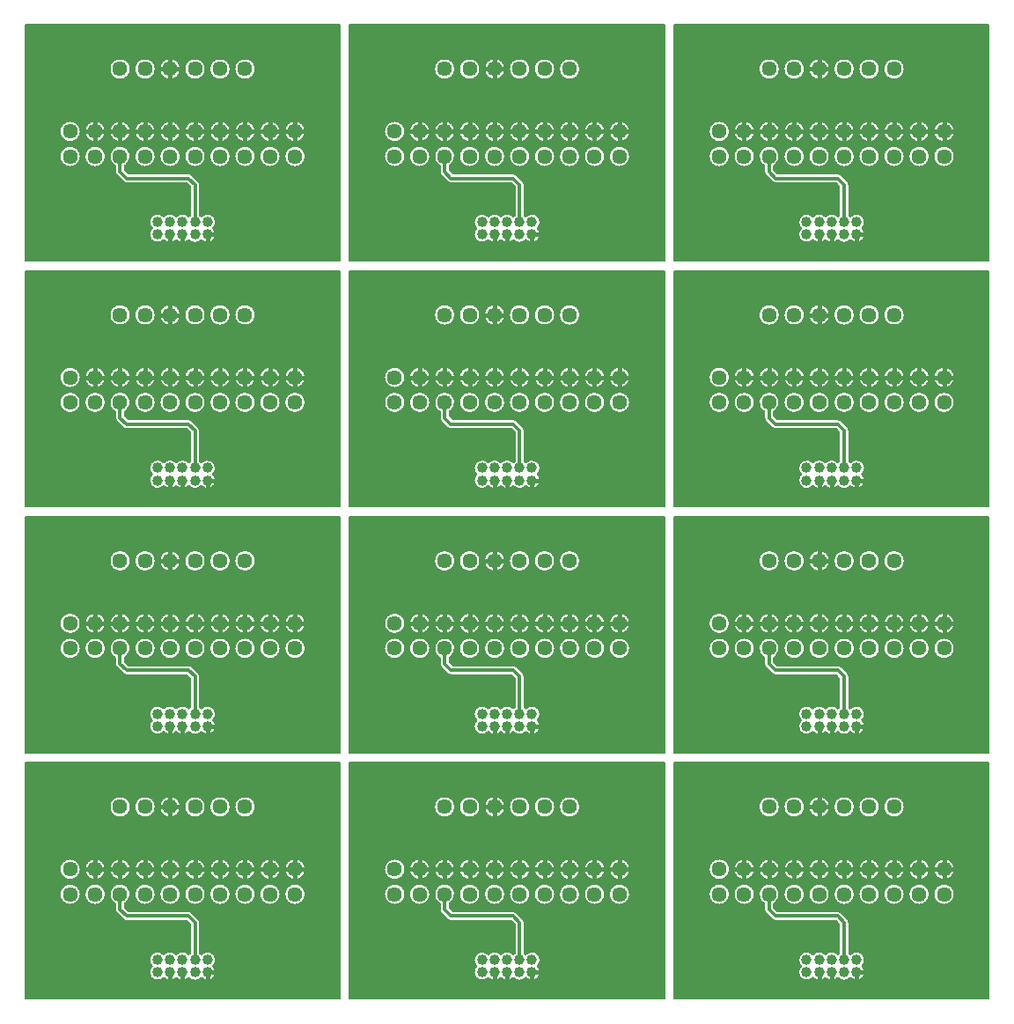
<source format=gtl>
G04 EasyPC Gerber Version 21.0.3 Build 4286 *
%FSLAX35Y35*%
%MOIN*%
%ADD21C,0.00757*%
%ADD27C,0.01419*%
%ADD23C,0.01514*%
%ADD25C,0.03973*%
%ADD26C,0.04541*%
%ADD24C,0.05676*%
X0Y0D02*
D02*
D21*
X70921Y186475D02*
Y97149D01*
X190042*
Y186475*
X70921*
X87949Y140609D02*
G75*
G02X91922Y136635J-3973D01*
G01*
G75*
G02X87949Y132662I-3973*
G01*
G75*
G02X83976Y136635J3973*
G01*
G75*
G02X87949Y140609I3973*
G01*
Y150069D02*
G75*
G02X91922Y146095J-3973D01*
G01*
G75*
G02X87949Y142122I-3973*
G01*
G75*
G02X83976Y146095J3973*
G01*
G75*
G02X87949Y150069I3973*
G01*
X97409Y140609D02*
G75*
G02X101382Y136635J-3973D01*
G01*
G75*
G02X97409Y132662I-3973*
G01*
G75*
G02X93435Y136635J3973*
G01*
G75*
G02X97409Y140609I3973*
G01*
Y150069D02*
G75*
G02X101382Y146095J-3973D01*
G01*
G75*
G02X97409Y142122I-3973*
G01*
G75*
G02X93435Y146095J3973*
G01*
G75*
G02X97409Y150069I3973*
G01*
X137614Y113850D02*
G75*
G02X143100Y111812I2365J-2037D01*
G01*
G75*
G02X142017Y109447I-3122*
G01*
G75*
G02X143100Y107082I-2038J-2365*
G01*
G75*
G02X137614Y105044I-3122*
G01*
G75*
G02X132884I-2365J2038*
G01*
G75*
G02X128154I-2365J2038*
G01*
G75*
G02X123424I-2365J2038*
G01*
G75*
G02X117937Y107082I-2365J2038*
G01*
G75*
G02X119021Y109447I3122*
G01*
G75*
G02X117937Y111812I2037J2365*
G01*
G75*
G02X123424Y113850I3122*
G01*
G75*
G02X128154I2365J-2037*
G01*
G75*
G02X132884I2365J-2037*
G01*
G75*
G02X133404Y114331I2365J-2037*
G01*
Y125238*
X132120Y126522*
X109234*
G75*
G02X107930Y127063I0J1845*
G01*
X105565Y129428*
G75*
G02X105024Y130732I1304J1305*
G01*
Y133117*
G75*
G02X106869Y140609I1845J3519*
G01*
G75*
G02X108713Y133117J-3973*
G01*
Y131496*
X109998Y130212*
X132883*
G75*
G02X134188Y129671I0J-1844*
G01*
X136553Y127306*
G75*
G02X137093Y126002I-1304J-1305*
G01*
Y114331*
G75*
G02X137614Y113850I-1845J-2519*
G01*
X106869Y150069D02*
G75*
G02X110842Y146095J-3973D01*
G01*
G75*
G02X106869Y142122I-3973*
G01*
G75*
G02X102896Y146095J3973*
G01*
G75*
G02X106869Y150069I3973*
G01*
X102896Y169745D02*
G75*
G02X110842I3973D01*
G01*
G75*
G02X102896I-3973*
G01*
X116329Y140609D02*
G75*
G02X120302Y136635J-3973D01*
G01*
G75*
G02X116329Y132662I-3973*
G01*
G75*
G02X112356Y136635J3973*
G01*
G75*
G02X116329Y140609I3973*
G01*
Y150069D02*
G75*
G02X120302Y146095J-3973D01*
G01*
G75*
G02X116329Y142122I-3973*
G01*
G75*
G02X112356Y146095J3973*
G01*
G75*
G02X116329Y150069I3973*
G01*
X112356Y169745D02*
G75*
G02X120302I3973D01*
G01*
G75*
G02X112356I-3973*
G01*
X125789Y140609D02*
G75*
G02X129762Y136635J-3973D01*
G01*
G75*
G02X125789Y132662I-3973*
G01*
G75*
G02X121815Y136635J3973*
G01*
G75*
G02X125789Y140609I3973*
G01*
Y150069D02*
G75*
G02X129762Y146095J-3973D01*
G01*
G75*
G02X125789Y142122I-3973*
G01*
G75*
G02X121815Y146095J3973*
G01*
G75*
G02X125789Y150069I3973*
G01*
X121815Y169745D02*
G75*
G02X129762I3973D01*
G01*
G75*
G02X121815I-3973*
G01*
X135249Y140609D02*
G75*
G02X139222Y136635J-3973D01*
G01*
G75*
G02X135249Y132662I-3973*
G01*
G75*
G02X131276Y136635J3973*
G01*
G75*
G02X135249Y140609I3973*
G01*
Y150069D02*
G75*
G02X139222Y146095J-3973D01*
G01*
G75*
G02X135249Y142122I-3973*
G01*
G75*
G02X131276Y146095J3973*
G01*
G75*
G02X135249Y150069I3973*
G01*
X131276Y169745D02*
G75*
G02X139222I3973D01*
G01*
G75*
G02X131276I-3973*
G01*
X144709Y140609D02*
G75*
G02X148682Y136635J-3973D01*
G01*
G75*
G02X144709Y132662I-3973*
G01*
G75*
G02X140735Y136635J3973*
G01*
G75*
G02X144709Y140609I3973*
G01*
Y150069D02*
G75*
G02X148682Y146095J-3973D01*
G01*
G75*
G02X144709Y142122I-3973*
G01*
G75*
G02X140735Y146095J3973*
G01*
G75*
G02X144709Y150069I3973*
G01*
X140735Y169745D02*
G75*
G02X148682I3973D01*
G01*
G75*
G02X140735I-3973*
G01*
X154169Y140609D02*
G75*
G02X158142Y136635J-3973D01*
G01*
G75*
G02X154169Y132662I-3973*
G01*
G75*
G02X150196Y136635J3973*
G01*
G75*
G02X154169Y140609I3973*
G01*
Y150069D02*
G75*
G02X158142Y146095J-3973D01*
G01*
G75*
G02X154169Y142122I-3973*
G01*
G75*
G02X150196Y146095J3973*
G01*
G75*
G02X154169Y150069I3973*
G01*
X150196Y169745D02*
G75*
G02X158142I3973D01*
G01*
G75*
G02X150196I-3973*
G01*
X163629Y140609D02*
G75*
G02X167602Y136635J-3973D01*
G01*
G75*
G02X163629Y132662I-3973*
G01*
G75*
G02X159656Y136635J3973*
G01*
G75*
G02X163629Y140609I3973*
G01*
Y150069D02*
G75*
G02X167602Y146095J-3973D01*
G01*
G75*
G02X163629Y142122I-3973*
G01*
G75*
G02X159656Y146095J3973*
G01*
G75*
G02X163629Y150069I3973*
G01*
X173089Y140609D02*
G75*
G02X177062Y136635J-3973D01*
G01*
G75*
G02X173089Y132662I-3973*
G01*
G75*
G02X169115Y136635J3973*
G01*
G75*
G02X173089Y140609I3973*
G01*
Y150069D02*
G75*
G02Y142122J-3973D01*
G01*
G75*
G02X169115Y146095J3973*
G01*
G75*
G02X173089Y150069I3973*
G01*
X110842Y136635D02*
G36*
G75*
G02X108713Y133117I-3973D01*
G01*
Y131496*
X109998Y130212*
X132883*
G75*
G02X134188Y129671I0J-1844*
G01*
X136553Y127306*
G75*
G02X137093Y126002I-1304J-1304*
G01*
Y114331*
G75*
G02X137614Y113850I-1859J-2533*
G01*
G75*
G02X143100Y111812I2365J-2038*
G01*
G75*
G02X142017Y109447I-3123J1*
G01*
G75*
G02X143100Y107082I-2039J-2366*
G01*
G75*
G02X137614Y105044I-3122J0*
G01*
G75*
G02X132884I-2365J2037*
G01*
G75*
G02X128154I-2365J2037*
G01*
G75*
G02X123424I-2365J2037*
G01*
G75*
G02X117937Y107082I-2365J2038*
G01*
G75*
G02X119021Y109447I3123J-1*
G01*
G75*
G02X117937Y111812I2039J2366*
G01*
G75*
G02X123424Y113850I3122J0*
G01*
G75*
G02X128154I2365J-2037*
G01*
G75*
G02X132884I2365J-2037*
G01*
G75*
G02X133404Y114331I2379J-2052*
G01*
Y125238*
X132120Y126522*
X109234*
G75*
G02X107930Y127063I0J1844*
G01*
X105565Y129428*
G75*
G02X105024Y130732I1304J1304*
G01*
Y133117*
G75*
G02X102896Y136635I1845J3519*
G01*
X101382*
G75*
G02X97409Y132662I-3973*
G01*
G75*
G02X93435Y136635J3973*
G01*
X91922*
G75*
G02X87949Y132662I-3973*
G01*
G75*
G02X83976Y136635J3973*
G01*
X71299*
Y97528*
X189664*
Y136635*
X177062*
G75*
G02X173089Y132662I-3973*
G01*
G75*
G02X169115Y136635J3973*
G01*
X167602*
G75*
G02X163629Y132662I-3973*
G01*
G75*
G02X159656Y136635J3973*
G01*
X158142*
G75*
G02X154169Y132662I-3973*
G01*
G75*
G02X150196Y136635J3973*
G01*
X148682*
G75*
G02X144709Y132662I-3973*
G01*
G75*
G02X140735Y136635J3973*
G01*
X139222*
G75*
G02X135249Y132662I-3973*
G01*
G75*
G02X131276Y136635J3973*
G01*
X129762*
G75*
G02X125789Y132662I-3973*
G01*
G75*
G02X121815Y136635J3973*
G01*
X120302*
G75*
G02X116329Y132662I-3973*
G01*
G75*
G02X112356Y136635J3973*
G01*
X110842*
G37*
G36*
X112356*
G75*
G02X116329Y140609I3973*
G01*
G75*
G02X120302Y136635J-3973*
G01*
X121815*
G75*
G02X125789Y140609I3973*
G01*
G75*
G02X129762Y136635J-3973*
G01*
X131276*
G75*
G02X135249Y140609I3973*
G01*
G75*
G02X139222Y136635J-3973*
G01*
X140735*
G75*
G02X144709Y140609I3973*
G01*
G75*
G02X148682Y136635J-3973*
G01*
X150196*
G75*
G02X154169Y140609I3973*
G01*
G75*
G02X158142Y136635J-3973*
G01*
X159656*
G75*
G02X163629Y140609I3973*
G01*
G75*
G02X167602Y136635J-3973*
G01*
X169115*
G75*
G02X173089Y140609I3973*
G01*
G75*
G02X177062Y136635J-3973*
G01*
X189664*
Y146095*
X177062*
G75*
G02X173089Y142122I-3973*
G01*
G75*
G02X169115Y146095J3973*
G01*
X167602*
G75*
G02X163629Y142122I-3973*
G01*
G75*
G02X159656Y146095J3973*
G01*
X158142*
G75*
G02X154169Y142122I-3973*
G01*
G75*
G02X150196Y146095J3973*
G01*
X148682*
G75*
G02X144709Y142122I-3973*
G01*
G75*
G02X140735Y146095J3973*
G01*
X139222*
G75*
G02X135249Y142122I-3973*
G01*
G75*
G02X131276Y146095J3973*
G01*
X129762*
G75*
G02X125789Y142122I-3973*
G01*
G75*
G02X121815Y146095J3973*
G01*
X120302*
G75*
G02X116329Y142122I-3973*
G01*
G75*
G02X112356Y146095J3973*
G01*
X110842*
G75*
G02X106869Y142122I-3973*
G01*
G75*
G02X102896Y146095J3973*
G01*
X101382*
G75*
G02X97409Y142122I-3973*
G01*
G75*
G02X93435Y146095J3973*
G01*
X91922*
G75*
G02X87949Y142122I-3973*
G01*
G75*
G02X83976Y146095J3973*
G01*
X71299*
Y136635*
X83976*
G75*
G02X87949Y140609I3973*
G01*
G75*
G02X91922Y136635J-3973*
G01*
X93435*
G75*
G02X97409Y140609I3973*
G01*
G75*
G02X101382Y136635J-3973*
G01*
X102896*
G75*
G02X106869Y140609I3973*
G01*
G75*
G02X110842Y136635J-3973*
G01*
G37*
X71299Y169745D02*
G36*
Y146095D01*
X83976*
G75*
G02X87949Y150069I3973*
G01*
G75*
G02X91922Y146095J-3973*
G01*
X93435*
G75*
G02X97409Y150069I3973*
G01*
G75*
G02X101382Y146095J-3973*
G01*
X102896*
G75*
G02X106869Y150069I3973*
G01*
G75*
G02X110842Y146095J-3973*
G01*
X112356*
G75*
G02X116329Y150069I3973*
G01*
G75*
G02X120302Y146095J-3973*
G01*
X121815*
G75*
G02X125789Y150069I3973*
G01*
G75*
G02X129762Y146095J-3973*
G01*
X131276*
G75*
G02X135249Y150069I3973*
G01*
G75*
G02X139222Y146095J-3973*
G01*
X140735*
G75*
G02X144709Y150069I3973*
G01*
G75*
G02X148682Y146095J-3973*
G01*
X150196*
G75*
G02X154169Y150069I3973*
G01*
G75*
G02X158142Y146095J-3973*
G01*
X159656*
G75*
G02X163629Y150069I3973*
G01*
G75*
G02X167602Y146095J-3973*
G01*
X169115*
G75*
G02X173089Y150069I3973*
G01*
G75*
G02X177062Y146095J-3973*
G01*
X189664*
Y169745*
X158142*
G75*
G02X150196I-3973*
G01*
X148682*
G75*
G02X140735I-3973*
G01*
X139222*
G75*
G02X131276I-3973*
G01*
X129762*
G75*
G02X121815I-3973*
G01*
X120302*
G75*
G02X112356I-3973*
G01*
X110842*
G75*
G02X102896I-3973*
G01*
X71299*
G37*
Y186097D02*
G36*
Y169745D01*
X102896*
G75*
G02X110842I3973*
G01*
X112356*
G75*
G02X120302I3973*
G01*
X121815*
G75*
G02X129762I3973*
G01*
X131276*
G75*
G02X139222I3973*
G01*
X140735*
G75*
G02X148682I3973*
G01*
X150196*
G75*
G02X158142I3973*
G01*
X189664*
Y186097*
X71299*
G37*
X70921Y279585D02*
Y190259D01*
X190042*
Y279585*
X70921*
X87949Y233719D02*
G75*
G02X91922Y229746J-3973D01*
G01*
G75*
G02X87949Y225772I-3973*
G01*
G75*
G02X83976Y229746J3973*
G01*
G75*
G02X87949Y233719I3973*
G01*
Y243179D02*
G75*
G02X91922Y239206J-3973D01*
G01*
G75*
G02X87949Y235232I-3973*
G01*
G75*
G02X83976Y239206J3973*
G01*
G75*
G02X87949Y243179I3973*
G01*
X97409Y233719D02*
G75*
G02Y225772J-3973D01*
G01*
G75*
G02X93435Y229746J3973*
G01*
G75*
G02X97409Y233719I3973*
G01*
Y243179D02*
G75*
G02X101382Y239206J-3973D01*
G01*
G75*
G02X97409Y235232I-3973*
G01*
G75*
G02X93435Y239206J3973*
G01*
G75*
G02X97409Y243179I3973*
G01*
X137614Y206960D02*
G75*
G02X143100Y204922I2365J-2037D01*
G01*
G75*
G02X142017Y202557I-3122*
G01*
G75*
G02X143100Y200193I-2038J-2365*
G01*
G75*
G02X137614Y198155I-3122*
G01*
G75*
G02X132884I-2365J2038*
G01*
G75*
G02X128154I-2365J2038*
G01*
G75*
G02X123424I-2365J2038*
G01*
G75*
G02X117937Y200193I-2365J2038*
G01*
G75*
G02X119021Y202557I3122*
G01*
G75*
G02X117937Y204922I2037J2365*
G01*
G75*
G02X123424Y206960I3122*
G01*
G75*
G02X128154I2365J-2037*
G01*
G75*
G02X132884I2365J-2037*
G01*
G75*
G02X133404Y207441I2365J-2037*
G01*
Y218348*
X132120Y219633*
X109234*
G75*
G02X107930Y220173I0J1845*
G01*
X105565Y222538*
G75*
G02X105024Y223843I1304J1305*
G01*
Y226227*
G75*
G02X106869Y233719I1845J3519*
G01*
G75*
G02X108713Y226227J-3973*
G01*
Y224607*
X109998Y223322*
X132883*
G75*
G02X134188Y222781I0J-1844*
G01*
X136553Y220417*
G75*
G02X137093Y219112I-1304J-1305*
G01*
Y207441*
G75*
G02X137614Y206960I-1845J-2519*
G01*
X106869Y243179D02*
G75*
G02X110842Y239206J-3973D01*
G01*
G75*
G02X106869Y235232I-3973*
G01*
G75*
G02X102896Y239206J3973*
G01*
G75*
G02X106869Y243179I3973*
G01*
X102896Y262856D02*
G75*
G02X110842I3973D01*
G01*
G75*
G02X102896I-3973*
G01*
X116329Y233719D02*
G75*
G02X120302Y229746J-3973D01*
G01*
G75*
G02X116329Y225772I-3973*
G01*
G75*
G02X112356Y229746J3973*
G01*
G75*
G02X116329Y233719I3973*
G01*
Y243179D02*
G75*
G02X120302Y239206J-3973D01*
G01*
G75*
G02X116329Y235232I-3973*
G01*
G75*
G02X112356Y239206J3973*
G01*
G75*
G02X116329Y243179I3973*
G01*
X112356Y262856D02*
G75*
G02X120302I3973D01*
G01*
G75*
G02X112356I-3973*
G01*
X125789Y233719D02*
G75*
G02X129762Y229746J-3973D01*
G01*
G75*
G02X125789Y225772I-3973*
G01*
G75*
G02X121815Y229746J3973*
G01*
G75*
G02X125789Y233719I3973*
G01*
Y243179D02*
G75*
G02X129762Y239206J-3973D01*
G01*
G75*
G02X125789Y235232I-3973*
G01*
G75*
G02X121815Y239206J3973*
G01*
G75*
G02X125789Y243179I3973*
G01*
X121815Y262856D02*
G75*
G02X129762I3973D01*
G01*
G75*
G02X121815I-3973*
G01*
X135249Y233719D02*
G75*
G02X139222Y229746J-3973D01*
G01*
G75*
G02X135249Y225772I-3973*
G01*
G75*
G02X131276Y229746J3973*
G01*
G75*
G02X135249Y233719I3973*
G01*
Y243179D02*
G75*
G02X139222Y239206J-3973D01*
G01*
G75*
G02X135249Y235232I-3973*
G01*
G75*
G02X131276Y239206J3973*
G01*
G75*
G02X135249Y243179I3973*
G01*
X131276Y262856D02*
G75*
G02X139222I3973D01*
G01*
G75*
G02X131276I-3973*
G01*
X144709Y233719D02*
G75*
G02Y225772J-3973D01*
G01*
G75*
G02X140735Y229746J3973*
G01*
G75*
G02X144709Y233719I3973*
G01*
Y243179D02*
G75*
G02X148682Y239206J-3973D01*
G01*
G75*
G02X144709Y235232I-3973*
G01*
G75*
G02X140735Y239206J3973*
G01*
G75*
G02X144709Y243179I3973*
G01*
X140735Y262856D02*
G75*
G02X148682I3973D01*
G01*
G75*
G02X140735I-3973*
G01*
X154169Y233719D02*
G75*
G02X158142Y229746J-3973D01*
G01*
G75*
G02X154169Y225772I-3973*
G01*
G75*
G02X150196Y229746J3973*
G01*
G75*
G02X154169Y233719I3973*
G01*
Y243179D02*
G75*
G02X158142Y239206J-3973D01*
G01*
G75*
G02X154169Y235232I-3973*
G01*
G75*
G02X150196Y239206J3973*
G01*
G75*
G02X154169Y243179I3973*
G01*
X150196Y262856D02*
G75*
G02X158142I3973D01*
G01*
G75*
G02X150196I-3973*
G01*
X163629Y233719D02*
G75*
G02X167602Y229746J-3973D01*
G01*
G75*
G02X163629Y225772I-3973*
G01*
G75*
G02X159656Y229746J3973*
G01*
G75*
G02X163629Y233719I3973*
G01*
Y243179D02*
G75*
G02X167602Y239206J-3973D01*
G01*
G75*
G02X163629Y235232I-3973*
G01*
G75*
G02X159656Y239206J3973*
G01*
G75*
G02X163629Y243179I3973*
G01*
X173089Y233719D02*
G75*
G02X177062Y229746J-3973D01*
G01*
G75*
G02X173089Y225772I-3973*
G01*
G75*
G02X169115Y229746J3973*
G01*
G75*
G02X173089Y233719I3973*
G01*
Y243179D02*
G75*
G02X177062Y239206J-3973D01*
G01*
G75*
G02X173089Y235232I-3973*
G01*
G75*
G02X169115Y239206J3973*
G01*
G75*
G02X173089Y243179I3973*
G01*
X110842Y229746D02*
G36*
G75*
G02X108713Y226227I-3973D01*
G01*
Y224607*
X109998Y223322*
X132883*
G75*
G02X134188Y222781I0J-1844*
G01*
X136553Y220417*
G75*
G02X137093Y219112I-1304J-1304*
G01*
Y207441*
G75*
G02X137614Y206960I-1859J-2533*
G01*
G75*
G02X143100Y204922I2365J-2038*
G01*
G75*
G02X142017Y202557I-3123J1*
G01*
G75*
G02X143100Y200193I-2039J-2366*
G01*
G75*
G02X137614Y198155I-3122J0*
G01*
G75*
G02X132884I-2365J2037*
G01*
G75*
G02X128154I-2365J2037*
G01*
G75*
G02X123424I-2365J2037*
G01*
G75*
G02X117937Y200193I-2365J2038*
G01*
G75*
G02X119021Y202557I3123J-1*
G01*
G75*
G02X117937Y204922I2039J2366*
G01*
G75*
G02X123424Y206960I3122J0*
G01*
G75*
G02X128154I2365J-2037*
G01*
G75*
G02X132884I2365J-2037*
G01*
G75*
G02X133404Y207441I2379J-2052*
G01*
Y218348*
X132120Y219633*
X109234*
G75*
G02X107930Y220173I0J1844*
G01*
X105565Y222538*
G75*
G02X105024Y223843I1304J1304*
G01*
Y226227*
G75*
G02X102896Y229746I1845J3519*
G01*
X101382*
G75*
G02X97409Y225772I-3973*
G01*
G75*
G02X93435Y229746J3973*
G01*
X91922*
G75*
G02X87949Y225772I-3973*
G01*
G75*
G02X83976Y229746J3973*
G01*
X71299*
Y190638*
X189664*
Y229746*
X177062*
G75*
G02X173089Y225772I-3973*
G01*
G75*
G02X169115Y229746J3973*
G01*
X167602*
G75*
G02X163629Y225772I-3973*
G01*
G75*
G02X159656Y229746J3973*
G01*
X158142*
G75*
G02X154169Y225772I-3973*
G01*
G75*
G02X150196Y229746J3973*
G01*
X148682*
G75*
G02X144709Y225772I-3973*
G01*
G75*
G02X140735Y229746J3973*
G01*
X139222*
G75*
G02X135249Y225772I-3973*
G01*
G75*
G02X131276Y229746J3973*
G01*
X129762*
G75*
G02X125789Y225772I-3973*
G01*
G75*
G02X121815Y229746J3973*
G01*
X120302*
G75*
G02X116329Y225772I-3973*
G01*
G75*
G02X112356Y229746J3973*
G01*
X110842*
G37*
G36*
X112356*
G75*
G02X116329Y233719I3973*
G01*
G75*
G02X120302Y229746J-3973*
G01*
X121815*
G75*
G02X125789Y233719I3973*
G01*
G75*
G02X129762Y229746J-3973*
G01*
X131276*
G75*
G02X135249Y233719I3973*
G01*
G75*
G02X139222Y229746J-3973*
G01*
X140735*
G75*
G02X144709Y233719I3973*
G01*
G75*
G02X148682Y229746J-3973*
G01*
X150196*
G75*
G02X154169Y233719I3973*
G01*
G75*
G02X158142Y229746J-3973*
G01*
X159656*
G75*
G02X163629Y233719I3973*
G01*
G75*
G02X167602Y229746J-3973*
G01*
X169115*
G75*
G02X173089Y233719I3973*
G01*
G75*
G02X177062Y229746J-3973*
G01*
X189664*
Y239206*
X177062*
G75*
G02X173089Y235232I-3973*
G01*
G75*
G02X169115Y239206J3973*
G01*
X167602*
G75*
G02X163629Y235232I-3973*
G01*
G75*
G02X159656Y239206J3973*
G01*
X158142*
G75*
G02X154169Y235232I-3973*
G01*
G75*
G02X150196Y239206J3973*
G01*
X148682*
G75*
G02X144709Y235232I-3973*
G01*
G75*
G02X140735Y239206J3973*
G01*
X139222*
G75*
G02X135249Y235232I-3973*
G01*
G75*
G02X131276Y239206J3973*
G01*
X129762*
G75*
G02X125789Y235232I-3973*
G01*
G75*
G02X121815Y239206J3973*
G01*
X120302*
G75*
G02X116329Y235232I-3973*
G01*
G75*
G02X112356Y239206J3973*
G01*
X110842*
G75*
G02X106869Y235232I-3973*
G01*
G75*
G02X102896Y239206J3973*
G01*
X101382*
G75*
G02X97409Y235232I-3973*
G01*
G75*
G02X93435Y239206J3973*
G01*
X91922*
G75*
G02X87949Y235232I-3973*
G01*
G75*
G02X83976Y239206J3973*
G01*
X71299*
Y229746*
X83976*
G75*
G02X87949Y233719I3973*
G01*
G75*
G02X91922Y229746J-3973*
G01*
X93435*
G75*
G02X97409Y233719I3973*
G01*
G75*
G02X101382Y229746J-3973*
G01*
X102896*
G75*
G02X106869Y233719I3973*
G01*
G75*
G02X110842Y229746J-3973*
G01*
G37*
X71299Y262856D02*
G36*
Y239206D01*
X83976*
G75*
G02X87949Y243179I3973*
G01*
G75*
G02X91922Y239206J-3973*
G01*
X93435*
G75*
G02X97409Y243179I3973*
G01*
G75*
G02X101382Y239206J-3973*
G01*
X102896*
G75*
G02X106869Y243179I3973*
G01*
G75*
G02X110842Y239206J-3973*
G01*
X112356*
G75*
G02X116329Y243179I3973*
G01*
G75*
G02X120302Y239206J-3973*
G01*
X121815*
G75*
G02X125789Y243179I3973*
G01*
G75*
G02X129762Y239206J-3973*
G01*
X131276*
G75*
G02X135249Y243179I3973*
G01*
G75*
G02X139222Y239206J-3973*
G01*
X140735*
G75*
G02X144709Y243179I3973*
G01*
G75*
G02X148682Y239206J-3973*
G01*
X150196*
G75*
G02X154169Y243179I3973*
G01*
G75*
G02X158142Y239206J-3973*
G01*
X159656*
G75*
G02X163629Y243179I3973*
G01*
G75*
G02X167602Y239206J-3973*
G01*
X169115*
G75*
G02X173089Y243179I3973*
G01*
G75*
G02X177062Y239206J-3973*
G01*
X189664*
Y262856*
X158142*
G75*
G02X150196I-3973*
G01*
X148682*
G75*
G02X140735I-3973*
G01*
X139222*
G75*
G02X131276I-3973*
G01*
X129762*
G75*
G02X121815I-3973*
G01*
X120302*
G75*
G02X112356I-3973*
G01*
X110842*
G75*
G02X102896I-3973*
G01*
X71299*
G37*
Y279207D02*
G36*
Y262856D01*
X102896*
G75*
G02X110842I3973*
G01*
X112356*
G75*
G02X120302I3973*
G01*
X121815*
G75*
G02X129762I3973*
G01*
X131276*
G75*
G02X139222I3973*
G01*
X140735*
G75*
G02X148682I3973*
G01*
X150196*
G75*
G02X158142I3973*
G01*
X189664*
Y279207*
X71299*
G37*
X70921Y372696D02*
Y283370D01*
X190042*
Y372696*
X70921*
X87949Y326829D02*
G75*
G02X91922Y322856J-3973D01*
G01*
G75*
G02X87949Y318883I-3973*
G01*
G75*
G02X83976Y322856J3973*
G01*
G75*
G02X87949Y326829I3973*
G01*
Y336289D02*
G75*
G02X91922Y332316J-3973D01*
G01*
G75*
G02X87949Y328343I-3973*
G01*
G75*
G02X83976Y332316J3973*
G01*
G75*
G02X87949Y336289I3973*
G01*
X97409Y326829D02*
G75*
G02X101382Y322856J-3973D01*
G01*
G75*
G02X97409Y318883I-3973*
G01*
G75*
G02X93435Y322856J3973*
G01*
G75*
G02X97409Y326829I3973*
G01*
Y336289D02*
G75*
G02X101382Y332316J-3973D01*
G01*
G75*
G02X97409Y328343I-3973*
G01*
G75*
G02X93435Y332316J3973*
G01*
G75*
G02X97409Y336289I3973*
G01*
X137614Y300070D02*
G75*
G02X143100Y298033I2365J-2037D01*
G01*
G75*
G02X142017Y295668I-3122*
G01*
G75*
G02X143100Y293303I-2038J-2365*
G01*
G75*
G02X137614Y291265I-3122*
G01*
G75*
G02X132884I-2365J2038*
G01*
G75*
G02X128154I-2365J2038*
G01*
G75*
G02X123424I-2365J2038*
G01*
G75*
G02X117937Y293303I-2365J2038*
G01*
G75*
G02X119021Y295668I3122*
G01*
G75*
G02X117937Y298033I2037J2365*
G01*
G75*
G02X123424Y300070I3122*
G01*
G75*
G02X128154I2365J-2037*
G01*
G75*
G02X132884I2365J-2037*
G01*
G75*
G02X133404Y300551I2365J-2037*
G01*
Y311458*
X132120Y312743*
X109234*
G75*
G02X107930Y313283I0J1845*
G01*
X105565Y315648*
G75*
G02X105024Y316953I1304J1305*
G01*
Y319337*
G75*
G02X106869Y326829I1845J3519*
G01*
G75*
G02X108713Y319337J-3973*
G01*
Y317717*
X109998Y316432*
X132883*
G75*
G02X134188Y315892I0J-1844*
G01*
X136553Y313527*
G75*
G02X137093Y312222I-1304J-1305*
G01*
Y300551*
G75*
G02X137614Y300070I-1845J-2519*
G01*
X106869Y336289D02*
G75*
G02X110842Y332316J-3973D01*
G01*
G75*
G02X106869Y328343I-3973*
G01*
G75*
G02X102896Y332316J3973*
G01*
G75*
G02X106869Y336289I3973*
G01*
X102896Y355966D02*
G75*
G02X110842I3973D01*
G01*
G75*
G02X102896I-3973*
G01*
X116329Y326829D02*
G75*
G02X120302Y322856J-3973D01*
G01*
G75*
G02X116329Y318883I-3973*
G01*
G75*
G02X112356Y322856J3973*
G01*
G75*
G02X116329Y326829I3973*
G01*
Y336289D02*
G75*
G02X120302Y332316J-3973D01*
G01*
G75*
G02X116329Y328343I-3973*
G01*
G75*
G02X112356Y332316J3973*
G01*
G75*
G02X116329Y336289I3973*
G01*
X112356Y355966D02*
G75*
G02X120302I3973D01*
G01*
G75*
G02X112356I-3973*
G01*
X125789Y326829D02*
G75*
G02X129762Y322856J-3973D01*
G01*
G75*
G02X125789Y318883I-3973*
G01*
G75*
G02X121815Y322856J3973*
G01*
G75*
G02X125789Y326829I3973*
G01*
Y336289D02*
G75*
G02X129762Y332316J-3973D01*
G01*
G75*
G02X125789Y328343I-3973*
G01*
G75*
G02X121815Y332316J3973*
G01*
G75*
G02X125789Y336289I3973*
G01*
X121815Y355966D02*
G75*
G02X129762I3973D01*
G01*
G75*
G02X121815I-3973*
G01*
X135249Y326829D02*
G75*
G02X139222Y322856J-3973D01*
G01*
G75*
G02X135249Y318883I-3973*
G01*
G75*
G02X131276Y322856J3973*
G01*
G75*
G02X135249Y326829I3973*
G01*
Y336289D02*
G75*
G02X139222Y332316J-3973D01*
G01*
G75*
G02X135249Y328343I-3973*
G01*
G75*
G02X131276Y332316J3973*
G01*
G75*
G02X135249Y336289I3973*
G01*
X131276Y355966D02*
G75*
G02X139222I3973D01*
G01*
G75*
G02X131276I-3973*
G01*
X144709Y326829D02*
G75*
G02X148682Y322856J-3973D01*
G01*
G75*
G02X144709Y318883I-3973*
G01*
G75*
G02X140735Y322856J3973*
G01*
G75*
G02X144709Y326829I3973*
G01*
Y336289D02*
G75*
G02X148682Y332316J-3973D01*
G01*
G75*
G02X144709Y328343I-3973*
G01*
G75*
G02X140735Y332316J3973*
G01*
G75*
G02X144709Y336289I3973*
G01*
X140735Y355966D02*
G75*
G02X148682I3973D01*
G01*
G75*
G02X140735I-3973*
G01*
X154169Y326829D02*
G75*
G02X158142Y322856J-3973D01*
G01*
G75*
G02X154169Y318883I-3973*
G01*
G75*
G02X150196Y322856J3973*
G01*
G75*
G02X154169Y326829I3973*
G01*
Y336289D02*
G75*
G02X158142Y332316J-3973D01*
G01*
G75*
G02X154169Y328343I-3973*
G01*
G75*
G02X150196Y332316J3973*
G01*
G75*
G02X154169Y336289I3973*
G01*
X150196Y355966D02*
G75*
G02X158142I3973D01*
G01*
G75*
G02X150196I-3973*
G01*
X163629Y326829D02*
G75*
G02X167602Y322856J-3973D01*
G01*
G75*
G02X163629Y318883I-3973*
G01*
G75*
G02X159656Y322856J3973*
G01*
G75*
G02X163629Y326829I3973*
G01*
Y336289D02*
G75*
G02X167602Y332316J-3973D01*
G01*
G75*
G02X163629Y328343I-3973*
G01*
G75*
G02X159656Y332316J3973*
G01*
G75*
G02X163629Y336289I3973*
G01*
X173089Y326829D02*
G75*
G02X177062Y322856J-3973D01*
G01*
G75*
G02X173089Y318883I-3973*
G01*
G75*
G02X169115Y322856J3973*
G01*
G75*
G02X173089Y326829I3973*
G01*
Y336289D02*
G75*
G02X177062Y332316J-3973D01*
G01*
G75*
G02X173089Y328343I-3973*
G01*
G75*
G02X169115Y332316J3973*
G01*
G75*
G02X173089Y336289I3973*
G01*
X110842Y322856D02*
G36*
G75*
G02X108713Y319337I-3973D01*
G01*
Y317717*
X109998Y316432*
X132883*
G75*
G02X134188Y315892I0J-1844*
G01*
X136553Y313527*
G75*
G02X137093Y312222I-1304J-1304*
G01*
Y300551*
G75*
G02X137614Y300070I-1859J-2533*
G01*
G75*
G02X143100Y298033I2365J-2038*
G01*
G75*
G02X142017Y295668I-3123J1*
G01*
G75*
G02X143100Y293303I-2039J-2366*
G01*
G75*
G02X137614Y291265I-3122J0*
G01*
G75*
G02X132884I-2365J2037*
G01*
G75*
G02X128154I-2365J2037*
G01*
G75*
G02X123424I-2365J2037*
G01*
G75*
G02X117937Y293303I-2365J2038*
G01*
G75*
G02X119021Y295668I3123J-1*
G01*
G75*
G02X117937Y298033I2039J2366*
G01*
G75*
G02X123424Y300070I3122J0*
G01*
G75*
G02X128154I2365J-2037*
G01*
G75*
G02X132884I2365J-2037*
G01*
G75*
G02X133404Y300551I2379J-2052*
G01*
Y311458*
X132120Y312743*
X109234*
G75*
G02X107930Y313283I0J1844*
G01*
X105565Y315648*
G75*
G02X105024Y316953I1304J1304*
G01*
Y319337*
G75*
G02X102896Y322856I1845J3519*
G01*
X101382*
G75*
G02X97409Y318883I-3973*
G01*
G75*
G02X93435Y322856J3973*
G01*
X91922*
G75*
G02X87949Y318883I-3973*
G01*
G75*
G02X83976Y322856J3973*
G01*
X71299*
Y283748*
X189664*
Y322856*
X177062*
G75*
G02X173089Y318883I-3973*
G01*
G75*
G02X169115Y322856J3973*
G01*
X167602*
G75*
G02X163629Y318883I-3973*
G01*
G75*
G02X159656Y322856J3973*
G01*
X158142*
G75*
G02X154169Y318883I-3973*
G01*
G75*
G02X150196Y322856J3973*
G01*
X148682*
G75*
G02X144709Y318883I-3973*
G01*
G75*
G02X140735Y322856J3973*
G01*
X139222*
G75*
G02X135249Y318883I-3973*
G01*
G75*
G02X131276Y322856J3973*
G01*
X129762*
G75*
G02X125789Y318883I-3973*
G01*
G75*
G02X121815Y322856J3973*
G01*
X120302*
G75*
G02X116329Y318883I-3973*
G01*
G75*
G02X112356Y322856J3973*
G01*
X110842*
G37*
G36*
X112356*
G75*
G02X116329Y326829I3973*
G01*
G75*
G02X120302Y322856J-3973*
G01*
X121815*
G75*
G02X125789Y326829I3973*
G01*
G75*
G02X129762Y322856J-3973*
G01*
X131276*
G75*
G02X135249Y326829I3973*
G01*
G75*
G02X139222Y322856J-3973*
G01*
X140735*
G75*
G02X144709Y326829I3973*
G01*
G75*
G02X148682Y322856J-3973*
G01*
X150196*
G75*
G02X154169Y326829I3973*
G01*
G75*
G02X158142Y322856J-3973*
G01*
X159656*
G75*
G02X163629Y326829I3973*
G01*
G75*
G02X167602Y322856J-3973*
G01*
X169115*
G75*
G02X173089Y326829I3973*
G01*
G75*
G02X177062Y322856J-3973*
G01*
X189664*
Y332316*
X177062*
G75*
G02X173089Y328343I-3973*
G01*
G75*
G02X169115Y332316J3973*
G01*
X167602*
G75*
G02X163629Y328343I-3973*
G01*
G75*
G02X159656Y332316J3973*
G01*
X158142*
G75*
G02X154169Y328343I-3973*
G01*
G75*
G02X150196Y332316J3973*
G01*
X148682*
G75*
G02X144709Y328343I-3973*
G01*
G75*
G02X140735Y332316J3973*
G01*
X139222*
G75*
G02X135249Y328343I-3973*
G01*
G75*
G02X131276Y332316J3973*
G01*
X129762*
G75*
G02X125789Y328343I-3973*
G01*
G75*
G02X121815Y332316J3973*
G01*
X120302*
G75*
G02X116329Y328343I-3973*
G01*
G75*
G02X112356Y332316J3973*
G01*
X110842*
G75*
G02X106869Y328343I-3973*
G01*
G75*
G02X102896Y332316J3973*
G01*
X101382*
G75*
G02X97409Y328343I-3973*
G01*
G75*
G02X93435Y332316J3973*
G01*
X91922*
G75*
G02X87949Y328343I-3973*
G01*
G75*
G02X83976Y332316J3973*
G01*
X71299*
Y322856*
X83976*
G75*
G02X87949Y326829I3973*
G01*
G75*
G02X91922Y322856J-3973*
G01*
X93435*
G75*
G02X97409Y326829I3973*
G01*
G75*
G02X101382Y322856J-3973*
G01*
X102896*
G75*
G02X106869Y326829I3973*
G01*
G75*
G02X110842Y322856J-3973*
G01*
G37*
X71299Y355966D02*
G36*
Y332316D01*
X83976*
G75*
G02X87949Y336289I3973*
G01*
G75*
G02X91922Y332316J-3973*
G01*
X93435*
G75*
G02X97409Y336289I3973*
G01*
G75*
G02X101382Y332316J-3973*
G01*
X102896*
G75*
G02X106869Y336289I3973*
G01*
G75*
G02X110842Y332316J-3973*
G01*
X112356*
G75*
G02X116329Y336289I3973*
G01*
G75*
G02X120302Y332316J-3973*
G01*
X121815*
G75*
G02X125789Y336289I3973*
G01*
G75*
G02X129762Y332316J-3973*
G01*
X131276*
G75*
G02X135249Y336289I3973*
G01*
G75*
G02X139222Y332316J-3973*
G01*
X140735*
G75*
G02X144709Y336289I3973*
G01*
G75*
G02X148682Y332316J-3973*
G01*
X150196*
G75*
G02X154169Y336289I3973*
G01*
G75*
G02X158142Y332316J-3973*
G01*
X159656*
G75*
G02X163629Y336289I3973*
G01*
G75*
G02X167602Y332316J-3973*
G01*
X169115*
G75*
G02X173089Y336289I3973*
G01*
G75*
G02X177062Y332316J-3973*
G01*
X189664*
Y355966*
X158142*
G75*
G02X150196I-3973*
G01*
X148682*
G75*
G02X140735I-3973*
G01*
X139222*
G75*
G02X131276I-3973*
G01*
X129762*
G75*
G02X121815I-3973*
G01*
X120302*
G75*
G02X112356I-3973*
G01*
X110842*
G75*
G02X102896I-3973*
G01*
X71299*
G37*
Y372317D02*
G36*
Y355966D01*
X102896*
G75*
G02X110842I3973*
G01*
X112356*
G75*
G02X120302I3973*
G01*
X121815*
G75*
G02X129762I3973*
G01*
X131276*
G75*
G02X139222I3973*
G01*
X140735*
G75*
G02X148682I3973*
G01*
X150196*
G75*
G02X158142I3973*
G01*
X189664*
Y372317*
X71299*
G37*
X70921Y465806D02*
Y376480D01*
X190042*
Y465806*
X70921*
X87949Y419939D02*
G75*
G02X91922Y415966J-3973D01*
G01*
G75*
G02X87949Y411993I-3973*
G01*
G75*
G02X83976Y415966J3973*
G01*
G75*
G02X87949Y419939I3973*
G01*
Y429399D02*
G75*
G02X91922Y425426J-3973D01*
G01*
G75*
G02X87949Y421453I-3973*
G01*
G75*
G02X83976Y425426J3973*
G01*
G75*
G02X87949Y429399I3973*
G01*
X97409Y419939D02*
G75*
G02X101382Y415966J-3973D01*
G01*
G75*
G02X97409Y411993I-3973*
G01*
G75*
G02X93435Y415966J3973*
G01*
G75*
G02X97409Y419939I3973*
G01*
Y429399D02*
G75*
G02X101382Y425426J-3973D01*
G01*
G75*
G02X97409Y421453I-3973*
G01*
G75*
G02X93435Y425426J3973*
G01*
G75*
G02X97409Y429399I3973*
G01*
X137614Y393180D02*
G75*
G02X143100Y391143I2365J-2037D01*
G01*
G75*
G02X142017Y388778I-3122*
G01*
G75*
G02X143100Y386413I-2038J-2365*
G01*
G75*
G02X137614Y384375I-3122*
G01*
G75*
G02X132884I-2365J2038*
G01*
G75*
G02X128154I-2365J2038*
G01*
G75*
G02X123424I-2365J2038*
G01*
G75*
G02X117937Y386413I-2365J2038*
G01*
G75*
G02X119021Y388778I3122*
G01*
G75*
G02X117937Y391143I2037J2365*
G01*
G75*
G02X123424Y393180I3122*
G01*
G75*
G02X128154I2365J-2037*
G01*
G75*
G02X132884I2365J-2037*
G01*
G75*
G02X133404Y393661I2365J-2037*
G01*
Y404569*
X132120Y405853*
X109234*
G75*
G02X107930Y406394I0J1845*
G01*
X105565Y408759*
G75*
G02X105024Y410063I1304J1305*
G01*
Y412447*
G75*
G02X106869Y419939I1845J3519*
G01*
G75*
G02X108713Y412447J-3973*
G01*
Y410827*
X109998Y409543*
X132883*
G75*
G02X134188Y409002I0J-1844*
G01*
X136553Y406637*
G75*
G02X137093Y405333I-1304J-1305*
G01*
Y393661*
G75*
G02X137614Y393180I-1845J-2519*
G01*
X106869Y429399D02*
G75*
G02X110842Y425426J-3973D01*
G01*
G75*
G02X106869Y421453I-3973*
G01*
G75*
G02X102896Y425426J3973*
G01*
G75*
G02X106869Y429399I3973*
G01*
X102896Y449076D02*
G75*
G02X110842I3973D01*
G01*
G75*
G02X102896I-3973*
G01*
X116329Y419939D02*
G75*
G02X120302Y415966J-3973D01*
G01*
G75*
G02X116329Y411993I-3973*
G01*
G75*
G02X112356Y415966J3973*
G01*
G75*
G02X116329Y419939I3973*
G01*
Y429399D02*
G75*
G02X120302Y425426J-3973D01*
G01*
G75*
G02X116329Y421453I-3973*
G01*
G75*
G02X112356Y425426J3973*
G01*
G75*
G02X116329Y429399I3973*
G01*
X112356Y449076D02*
G75*
G02X120302I3973D01*
G01*
G75*
G02X112356I-3973*
G01*
X125789Y419939D02*
G75*
G02X129762Y415966J-3973D01*
G01*
G75*
G02X125789Y411993I-3973*
G01*
G75*
G02X121815Y415966J3973*
G01*
G75*
G02X125789Y419939I3973*
G01*
Y429399D02*
G75*
G02X129762Y425426J-3973D01*
G01*
G75*
G02X125789Y421453I-3973*
G01*
G75*
G02X121815Y425426J3973*
G01*
G75*
G02X125789Y429399I3973*
G01*
X121815Y449076D02*
G75*
G02X129762I3973D01*
G01*
G75*
G02X121815I-3973*
G01*
X135249Y419939D02*
G75*
G02X139222Y415966J-3973D01*
G01*
G75*
G02X135249Y411993I-3973*
G01*
G75*
G02X131276Y415966J3973*
G01*
G75*
G02X135249Y419939I3973*
G01*
Y429399D02*
G75*
G02X139222Y425426J-3973D01*
G01*
G75*
G02X135249Y421453I-3973*
G01*
G75*
G02X131276Y425426J3973*
G01*
G75*
G02X135249Y429399I3973*
G01*
X131276Y449076D02*
G75*
G02X139222I3973D01*
G01*
G75*
G02X131276I-3973*
G01*
X144709Y419939D02*
G75*
G02X148682Y415966J-3973D01*
G01*
G75*
G02X144709Y411993I-3973*
G01*
G75*
G02X140735Y415966J3973*
G01*
G75*
G02X144709Y419939I3973*
G01*
Y429399D02*
G75*
G02X148682Y425426J-3973D01*
G01*
G75*
G02X144709Y421453I-3973*
G01*
G75*
G02X140735Y425426J3973*
G01*
G75*
G02X144709Y429399I3973*
G01*
X140735Y449076D02*
G75*
G02X148682I3973D01*
G01*
G75*
G02X140735I-3973*
G01*
X154169Y419939D02*
G75*
G02X158142Y415966J-3973D01*
G01*
G75*
G02X154169Y411993I-3973*
G01*
G75*
G02X150196Y415966J3973*
G01*
G75*
G02X154169Y419939I3973*
G01*
Y429399D02*
G75*
G02X158142Y425426J-3973D01*
G01*
G75*
G02X154169Y421453I-3973*
G01*
G75*
G02X150196Y425426J3973*
G01*
G75*
G02X154169Y429399I3973*
G01*
X150196Y449076D02*
G75*
G02X158142I3973D01*
G01*
G75*
G02X150196I-3973*
G01*
X163629Y419939D02*
G75*
G02X167602Y415966J-3973D01*
G01*
G75*
G02X163629Y411993I-3973*
G01*
G75*
G02X159656Y415966J3973*
G01*
G75*
G02X163629Y419939I3973*
G01*
Y429399D02*
G75*
G02X167602Y425426J-3973D01*
G01*
G75*
G02X163629Y421453I-3973*
G01*
G75*
G02X159656Y425426J3973*
G01*
G75*
G02X163629Y429399I3973*
G01*
X173089Y419939D02*
G75*
G02X177062Y415966J-3973D01*
G01*
G75*
G02X173089Y411993I-3973*
G01*
G75*
G02X169115Y415966J3973*
G01*
G75*
G02X173089Y419939I3973*
G01*
Y429399D02*
G75*
G02X177062Y425426J-3973D01*
G01*
G75*
G02X173089Y421453I-3973*
G01*
G75*
G02X169115Y425426J3973*
G01*
G75*
G02X173089Y429399I3973*
G01*
X110842Y415966D02*
G36*
G75*
G02X108713Y412447I-3973D01*
G01*
Y410827*
X109998Y409543*
X132883*
G75*
G02X134188Y409002I0J-1844*
G01*
X136553Y406637*
G75*
G02X137093Y405333I-1304J-1304*
G01*
Y393661*
G75*
G02X137614Y393180I-1859J-2533*
G01*
G75*
G02X143100Y391143I2365J-2038*
G01*
G75*
G02X142017Y388778I-3123J1*
G01*
G75*
G02X143100Y386413I-2039J-2366*
G01*
G75*
G02X137614Y384375I-3122J0*
G01*
G75*
G02X132884I-2365J2037*
G01*
G75*
G02X128154I-2365J2037*
G01*
G75*
G02X123424I-2365J2037*
G01*
G75*
G02X117937Y386413I-2365J2038*
G01*
G75*
G02X119021Y388778I3123J-1*
G01*
G75*
G02X117937Y391143I2039J2366*
G01*
G75*
G02X123424Y393180I3122J0*
G01*
G75*
G02X128154I2365J-2037*
G01*
G75*
G02X132884I2365J-2037*
G01*
G75*
G02X133404Y393661I2379J-2052*
G01*
Y404569*
X132120Y405853*
X109234*
G75*
G02X107930Y406394I0J1844*
G01*
X105565Y408759*
G75*
G02X105024Y410063I1304J1304*
G01*
Y412447*
G75*
G02X102896Y415966I1845J3519*
G01*
X101382*
G75*
G02X97409Y411993I-3973*
G01*
G75*
G02X93435Y415966J3973*
G01*
X91922*
G75*
G02X87949Y411993I-3973*
G01*
G75*
G02X83976Y415966J3973*
G01*
X71299*
Y376858*
X189664*
Y415966*
X177062*
G75*
G02X173089Y411993I-3973*
G01*
G75*
G02X169115Y415966J3973*
G01*
X167602*
G75*
G02X163629Y411993I-3973*
G01*
G75*
G02X159656Y415966J3973*
G01*
X158142*
G75*
G02X154169Y411993I-3973*
G01*
G75*
G02X150196Y415966J3973*
G01*
X148682*
G75*
G02X144709Y411993I-3973*
G01*
G75*
G02X140735Y415966J3973*
G01*
X139222*
G75*
G02X135249Y411993I-3973*
G01*
G75*
G02X131276Y415966J3973*
G01*
X129762*
G75*
G02X125789Y411993I-3973*
G01*
G75*
G02X121815Y415966J3973*
G01*
X120302*
G75*
G02X116329Y411993I-3973*
G01*
G75*
G02X112356Y415966J3973*
G01*
X110842*
G37*
G36*
X112356*
G75*
G02X116329Y419939I3973*
G01*
G75*
G02X120302Y415966J-3973*
G01*
X121815*
G75*
G02X125789Y419939I3973*
G01*
G75*
G02X129762Y415966J-3973*
G01*
X131276*
G75*
G02X135249Y419939I3973*
G01*
G75*
G02X139222Y415966J-3973*
G01*
X140735*
G75*
G02X144709Y419939I3973*
G01*
G75*
G02X148682Y415966J-3973*
G01*
X150196*
G75*
G02X154169Y419939I3973*
G01*
G75*
G02X158142Y415966J-3973*
G01*
X159656*
G75*
G02X163629Y419939I3973*
G01*
G75*
G02X167602Y415966J-3973*
G01*
X169115*
G75*
G02X173089Y419939I3973*
G01*
G75*
G02X177062Y415966J-3973*
G01*
X189664*
Y425426*
X177062*
G75*
G02X173089Y421453I-3973*
G01*
G75*
G02X169115Y425426J3973*
G01*
X167602*
G75*
G02X163629Y421453I-3973*
G01*
G75*
G02X159656Y425426J3973*
G01*
X158142*
G75*
G02X154169Y421453I-3973*
G01*
G75*
G02X150196Y425426J3973*
G01*
X148682*
G75*
G02X144709Y421453I-3973*
G01*
G75*
G02X140735Y425426J3973*
G01*
X139222*
G75*
G02X135249Y421453I-3973*
G01*
G75*
G02X131276Y425426J3973*
G01*
X129762*
G75*
G02X125789Y421453I-3973*
G01*
G75*
G02X121815Y425426J3973*
G01*
X120302*
G75*
G02X116329Y421453I-3973*
G01*
G75*
G02X112356Y425426J3973*
G01*
X110842*
G75*
G02X106869Y421453I-3973*
G01*
G75*
G02X102896Y425426J3973*
G01*
X101382*
G75*
G02X97409Y421453I-3973*
G01*
G75*
G02X93435Y425426J3973*
G01*
X91922*
G75*
G02X87949Y421453I-3973*
G01*
G75*
G02X83976Y425426J3973*
G01*
X71299*
Y415966*
X83976*
G75*
G02X87949Y419939I3973*
G01*
G75*
G02X91922Y415966J-3973*
G01*
X93435*
G75*
G02X97409Y419939I3973*
G01*
G75*
G02X101382Y415966J-3973*
G01*
X102896*
G75*
G02X106869Y419939I3973*
G01*
G75*
G02X110842Y415966J-3973*
G01*
G37*
X71299Y449076D02*
G36*
Y425426D01*
X83976*
G75*
G02X87949Y429399I3973*
G01*
G75*
G02X91922Y425426J-3973*
G01*
X93435*
G75*
G02X97409Y429399I3973*
G01*
G75*
G02X101382Y425426J-3973*
G01*
X102896*
G75*
G02X106869Y429399I3973*
G01*
G75*
G02X110842Y425426J-3973*
G01*
X112356*
G75*
G02X116329Y429399I3973*
G01*
G75*
G02X120302Y425426J-3973*
G01*
X121815*
G75*
G02X125789Y429399I3973*
G01*
G75*
G02X129762Y425426J-3973*
G01*
X131276*
G75*
G02X135249Y429399I3973*
G01*
G75*
G02X139222Y425426J-3973*
G01*
X140735*
G75*
G02X144709Y429399I3973*
G01*
G75*
G02X148682Y425426J-3973*
G01*
X150196*
G75*
G02X154169Y429399I3973*
G01*
G75*
G02X158142Y425426J-3973*
G01*
X159656*
G75*
G02X163629Y429399I3973*
G01*
G75*
G02X167602Y425426J-3973*
G01*
X169115*
G75*
G02X173089Y429399I3973*
G01*
G75*
G02X177062Y425426J-3973*
G01*
X189664*
Y449076*
X158142*
G75*
G02X150196I-3973*
G01*
X148682*
G75*
G02X140735I-3973*
G01*
X139222*
G75*
G02X131276I-3973*
G01*
X129762*
G75*
G02X121815I-3973*
G01*
X120302*
G75*
G02X112356I-3973*
G01*
X110842*
G75*
G02X102896I-3973*
G01*
X71299*
G37*
Y465428D02*
G36*
Y449076D01*
X102896*
G75*
G02X110842I3973*
G01*
X112356*
G75*
G02X120302I3973*
G01*
X121815*
G75*
G02X129762I3973*
G01*
X131276*
G75*
G02X139222I3973*
G01*
X140735*
G75*
G02X148682I3973*
G01*
X150196*
G75*
G02X158142I3973*
G01*
X189664*
Y465428*
X71299*
G37*
X193826Y186475D02*
Y97149D01*
X312948*
Y186475*
X193826*
X210854Y140609D02*
G75*
G02Y132662J-3973D01*
G01*
G75*
G02X206881Y136635J3973*
G01*
G75*
G02X210854Y140609I3973*
G01*
Y150069D02*
G75*
G02Y142122J-3973D01*
G01*
G75*
G02X206881Y146095J3973*
G01*
G75*
G02X210854Y150069I3973*
G01*
X220314Y140609D02*
G75*
G02X224287Y136635J-3973D01*
G01*
G75*
G02X220314Y132662I-3973*
G01*
G75*
G02X216341Y136635J3973*
G01*
G75*
G02X220314Y140609I3973*
G01*
Y150069D02*
G75*
G02X224287Y146095J-3973D01*
G01*
G75*
G02X220314Y142122I-3973*
G01*
G75*
G02X216341Y146095J3973*
G01*
G75*
G02X220314Y150069I3973*
G01*
X260519Y113850D02*
G75*
G02X266006Y111812I2365J-2037D01*
G01*
G75*
G02X264922Y109447I-3122*
G01*
G75*
G02X266006Y107082I-2038J-2365*
G01*
G75*
G02X260519Y105044I-3122*
G01*
G75*
G02X255789I-2365J2038*
G01*
G75*
G02X251059I-2365J2038*
G01*
G75*
G02X246329I-2365J2038*
G01*
G75*
G02X240843Y107082I-2365J2038*
G01*
G75*
G02X241927Y109447I3122*
G01*
G75*
G02X240843Y111812I2037J2365*
G01*
G75*
G02X246329Y113850I3122*
G01*
G75*
G02X251059I2365J-2037*
G01*
G75*
G02X255789I2365J-2037*
G01*
G75*
G02X256309Y114331I2365J-2037*
G01*
Y125238*
X255025Y126522*
X232140*
G75*
G02X230835Y127063I0J1845*
G01*
X228470Y129428*
G75*
G02X227930Y130732I1304J1305*
G01*
Y133117*
G75*
G02X229774Y140609I1845J3519*
G01*
G75*
G02X231619Y133117J-3973*
G01*
Y131496*
X232904Y130212*
X255789*
G75*
G02X257094Y129671I0J-1844*
G01*
X259459Y127306*
G75*
G02X259999Y126002I-1304J-1305*
G01*
Y114331*
G75*
G02X260519Y113850I-1845J-2519*
G01*
X229774Y150069D02*
G75*
G02X233748Y146095J-3973D01*
G01*
G75*
G02X229774Y142122I-3973*
G01*
G75*
G02X225801Y146095J3973*
G01*
G75*
G02X229774Y150069I3973*
G01*
X225801Y169745D02*
G75*
G02X233748I3973D01*
G01*
G75*
G02X225801I-3973*
G01*
X239234Y140609D02*
G75*
G02X243207Y136635J-3973D01*
G01*
G75*
G02X239234Y132662I-3973*
G01*
G75*
G02X235261Y136635J3973*
G01*
G75*
G02X239234Y140609I3973*
G01*
Y150069D02*
G75*
G02X243207Y146095J-3973D01*
G01*
G75*
G02X239234Y142122I-3973*
G01*
G75*
G02X235261Y146095J3973*
G01*
G75*
G02X239234Y150069I3973*
G01*
X235261Y169745D02*
G75*
G02X243207I3973D01*
G01*
G75*
G02X235261I-3973*
G01*
X248694Y140609D02*
G75*
G02X252667Y136635J-3973D01*
G01*
G75*
G02X248694Y132662I-3973*
G01*
G75*
G02X244721Y136635J3973*
G01*
G75*
G02X248694Y140609I3973*
G01*
Y150069D02*
G75*
G02Y142122J-3973D01*
G01*
G75*
G02X244721Y146095J3973*
G01*
G75*
G02X248694Y150069I3973*
G01*
X244721Y169745D02*
G75*
G02X252667I3973D01*
G01*
G75*
G02X244721I-3973*
G01*
X258154Y140609D02*
G75*
G02X262128Y136635J-3973D01*
G01*
G75*
G02X258154Y132662I-3973*
G01*
G75*
G02X254181Y136635J3973*
G01*
G75*
G02X258154Y140609I3973*
G01*
Y150069D02*
G75*
G02Y142122J-3973D01*
G01*
G75*
G02X254181Y146095J3973*
G01*
G75*
G02X258154Y150069I3973*
G01*
X254181Y169745D02*
G75*
G02X262128I3973D01*
G01*
G75*
G02X254181I-3973*
G01*
X267614Y140609D02*
G75*
G02X271587Y136635J-3973D01*
G01*
G75*
G02X267614Y132662I-3973*
G01*
G75*
G02X263641Y136635J3973*
G01*
G75*
G02X267614Y140609I3973*
G01*
Y150069D02*
G75*
G02X271587Y146095J-3973D01*
G01*
G75*
G02X267614Y142122I-3973*
G01*
G75*
G02X263641Y146095J3973*
G01*
G75*
G02X267614Y150069I3973*
G01*
X263641Y169745D02*
G75*
G02X271587I3973D01*
G01*
G75*
G02X263641I-3973*
G01*
X277074Y140609D02*
G75*
G02X281048Y136635J-3973D01*
G01*
G75*
G02X277074Y132662I-3973*
G01*
G75*
G02X273101Y136635J3973*
G01*
G75*
G02X277074Y140609I3973*
G01*
Y150069D02*
G75*
G02X281048Y146095J-3973D01*
G01*
G75*
G02X277074Y142122I-3973*
G01*
G75*
G02X273101Y146095J3973*
G01*
G75*
G02X277074Y150069I3973*
G01*
X273101Y169745D02*
G75*
G02X281048I3973D01*
G01*
G75*
G02X273101I-3973*
G01*
X286534Y140609D02*
G75*
G02X290507Y136635J-3973D01*
G01*
G75*
G02X286534Y132662I-3973*
G01*
G75*
G02X282561Y136635J3973*
G01*
G75*
G02X286534Y140609I3973*
G01*
Y150069D02*
G75*
G02Y142122J-3973D01*
G01*
G75*
G02X282561Y146095J3973*
G01*
G75*
G02X286534Y150069I3973*
G01*
X295994Y140609D02*
G75*
G02X299967Y136635J-3973D01*
G01*
G75*
G02X295994Y132662I-3973*
G01*
G75*
G02X292021Y136635J3973*
G01*
G75*
G02X295994Y140609I3973*
G01*
Y150069D02*
G75*
G02Y142122J-3973D01*
G01*
G75*
G02X292021Y146095J3973*
G01*
G75*
G02X295994Y150069I3973*
G01*
X233747Y136635D02*
G36*
G75*
G02X231619Y133117I-3973D01*
G01*
Y131496*
X232904Y130212*
X255789*
G75*
G02X257094Y129671I0J-1844*
G01*
X259459Y127306*
G75*
G02X259999Y126002I-1304J-1304*
G01*
Y114331*
G75*
G02X260519Y113850I-1859J-2533*
G01*
G75*
G02X266006Y111812I2365J-2038*
G01*
G75*
G02X264922Y109447I-3123J1*
G01*
G75*
G02X266006Y107082I-2039J-2366*
G01*
G75*
G02X260519Y105044I-3122J0*
G01*
G75*
G02X255789I-2365J2037*
G01*
G75*
G02X251059I-2365J2037*
G01*
G75*
G02X246329I-2365J2037*
G01*
G75*
G02X240843Y107082I-2365J2038*
G01*
G75*
G02X241927Y109447I3123J-1*
G01*
G75*
G02X240843Y111812I2039J2366*
G01*
G75*
G02X246329Y113850I3122J0*
G01*
G75*
G02X251059I2365J-2037*
G01*
G75*
G02X255789I2365J-2037*
G01*
G75*
G02X256309Y114331I2379J-2052*
G01*
Y125238*
X255025Y126522*
X232140*
G75*
G02X230835Y127063I0J1844*
G01*
X228470Y129428*
G75*
G02X227930Y130732I1304J1304*
G01*
Y133117*
G75*
G02X225802Y136635I1845J3519*
G01*
X224287*
G75*
G02X220314Y132662I-3973*
G01*
G75*
G02X216341Y136635J3973*
G01*
X214828*
G75*
G02X210854Y132662I-3973*
G01*
G75*
G02X206881Y136635J3973*
G01*
X194205*
Y97528*
X312569*
Y136635*
X299967*
G75*
G02X295994Y132662I-3973*
G01*
G75*
G02X292021Y136635J3973*
G01*
X290507*
G75*
G02X286534Y132662I-3973*
G01*
G75*
G02X282561Y136635J3973*
G01*
X281048*
G75*
G02X277074Y132662I-3973*
G01*
G75*
G02X273101Y136635J3973*
G01*
X271587*
G75*
G02X267614Y132662I-3973*
G01*
G75*
G02X263641Y136635J3973*
G01*
X262128*
G75*
G02X258154Y132662I-3973*
G01*
G75*
G02X254181Y136635J3973*
G01*
X252667*
G75*
G02X248694Y132662I-3973*
G01*
G75*
G02X244721Y136635J3973*
G01*
X243207*
G75*
G02X239234Y132662I-3973*
G01*
G75*
G02X235261Y136635J3973*
G01*
X233747*
G37*
G36*
X235261*
G75*
G02X239234Y140609I3973*
G01*
G75*
G02X243207Y136635J-3973*
G01*
X244721*
G75*
G02X248694Y140609I3973*
G01*
G75*
G02X252667Y136635J-3973*
G01*
X254181*
G75*
G02X258154Y140609I3973*
G01*
G75*
G02X262128Y136635J-3973*
G01*
X263641*
G75*
G02X267614Y140609I3973*
G01*
G75*
G02X271587Y136635J-3973*
G01*
X273101*
G75*
G02X277074Y140609I3973*
G01*
G75*
G02X281048Y136635J-3973*
G01*
X282561*
G75*
G02X286534Y140609I3973*
G01*
G75*
G02X290507Y136635J-3973*
G01*
X292021*
G75*
G02X295994Y140609I3973*
G01*
G75*
G02X299967Y136635J-3973*
G01*
X312569*
Y146095*
X299967*
G75*
G02X295994Y142122I-3973*
G01*
G75*
G02X292021Y146095J3973*
G01*
X290507*
G75*
G02X286534Y142122I-3973*
G01*
G75*
G02X282561Y146095J3973*
G01*
X281048*
G75*
G02X277074Y142122I-3973*
G01*
G75*
G02X273101Y146095J3973*
G01*
X271587*
G75*
G02X267614Y142122I-3973*
G01*
G75*
G02X263641Y146095J3973*
G01*
X262128*
G75*
G02X258154Y142122I-3973*
G01*
G75*
G02X254181Y146095J3973*
G01*
X252667*
G75*
G02X248694Y142122I-3973*
G01*
G75*
G02X244721Y146095J3973*
G01*
X243207*
G75*
G02X239234Y142122I-3973*
G01*
G75*
G02X235261Y146095J3973*
G01*
X233748*
G75*
G02X229774Y142122I-3973*
G01*
G75*
G02X225801Y146095J3973*
G01*
X224287*
G75*
G02X220314Y142122I-3973*
G01*
G75*
G02X216341Y146095J3973*
G01*
X214828*
G75*
G02X210854Y142122I-3973*
G01*
G75*
G02X206881Y146095J3973*
G01*
X194205*
Y136635*
X206881*
G75*
G02X210854Y140609I3973*
G01*
G75*
G02X214828Y136635J-3973*
G01*
X216341*
G75*
G02X220314Y140609I3973*
G01*
G75*
G02X224287Y136635J-3973*
G01*
X225802*
G75*
G02X229774Y140609I3973*
G01*
G75*
G02X233747Y136635J-3973*
G01*
G37*
X194205Y169745D02*
G36*
Y146095D01*
X206881*
G75*
G02X210854Y150069I3973*
G01*
G75*
G02X214828Y146095J-3973*
G01*
X216341*
G75*
G02X220314Y150069I3973*
G01*
G75*
G02X224287Y146095J-3973*
G01*
X225801*
G75*
G02X229774Y150069I3973*
G01*
G75*
G02X233748Y146095J-3973*
G01*
X235261*
G75*
G02X239234Y150069I3973*
G01*
G75*
G02X243207Y146095J-3973*
G01*
X244721*
G75*
G02X248694Y150069I3973*
G01*
G75*
G02X252667Y146095J-3973*
G01*
X254181*
G75*
G02X258154Y150069I3973*
G01*
G75*
G02X262128Y146095J-3973*
G01*
X263641*
G75*
G02X267614Y150069I3973*
G01*
G75*
G02X271587Y146095J-3973*
G01*
X273101*
G75*
G02X277074Y150069I3973*
G01*
G75*
G02X281048Y146095J-3973*
G01*
X282561*
G75*
G02X286534Y150069I3973*
G01*
G75*
G02X290507Y146095J-3973*
G01*
X292021*
G75*
G02X295994Y150069I3973*
G01*
G75*
G02X299967Y146095J-3973*
G01*
X312569*
Y169745*
X281048*
G75*
G02X273101I-3973*
G01*
X271587*
G75*
G02X263641I-3973*
G01*
X262128*
G75*
G02X254181I-3973*
G01*
X252667*
G75*
G02X244721I-3973*
G01*
X243207*
G75*
G02X235261I-3973*
G01*
X233748*
G75*
G02X225801I-3973*
G01*
X194205*
G37*
Y186097D02*
G36*
Y169745D01*
X225801*
G75*
G02X233748I3973*
G01*
X235261*
G75*
G02X243207I3973*
G01*
X244721*
G75*
G02X252667I3973*
G01*
X254181*
G75*
G02X262128I3973*
G01*
X263641*
G75*
G02X271587I3973*
G01*
X273101*
G75*
G02X281048I3973*
G01*
X312569*
Y186097*
X194205*
G37*
X193826Y279585D02*
Y190259D01*
X312948*
Y279585*
X193826*
X210854Y233719D02*
G75*
G02X214828Y229746J-3973D01*
G01*
G75*
G02X210854Y225772I-3973*
G01*
G75*
G02X206881Y229746J3973*
G01*
G75*
G02X210854Y233719I3973*
G01*
Y243179D02*
G75*
G02X214828Y239206J-3973D01*
G01*
G75*
G02X210854Y235232I-3973*
G01*
G75*
G02X206881Y239206J3973*
G01*
G75*
G02X210854Y243179I3973*
G01*
X220314Y233719D02*
G75*
G02Y225772J-3973D01*
G01*
G75*
G02X216341Y229746J3973*
G01*
G75*
G02X220314Y233719I3973*
G01*
Y243179D02*
G75*
G02X224287Y239206J-3973D01*
G01*
G75*
G02X220314Y235232I-3973*
G01*
G75*
G02X216341Y239206J3973*
G01*
G75*
G02X220314Y243179I3973*
G01*
X260519Y206960D02*
G75*
G02X266006Y204922I2365J-2037D01*
G01*
G75*
G02X264922Y202557I-3122*
G01*
G75*
G02X266006Y200193I-2038J-2365*
G01*
G75*
G02X260519Y198155I-3122*
G01*
G75*
G02X255789I-2365J2038*
G01*
G75*
G02X251059I-2365J2038*
G01*
G75*
G02X246329I-2365J2038*
G01*
G75*
G02X240843Y200193I-2365J2038*
G01*
G75*
G02X241927Y202557I3122*
G01*
G75*
G02X240843Y204922I2037J2365*
G01*
G75*
G02X246329Y206960I3122*
G01*
G75*
G02X251059I2365J-2037*
G01*
G75*
G02X255789I2365J-2037*
G01*
G75*
G02X256309Y207441I2365J-2037*
G01*
Y218348*
X255025Y219633*
X232140*
G75*
G02X230835Y220173I0J1845*
G01*
X228470Y222538*
G75*
G02X227930Y223843I1304J1305*
G01*
Y226227*
G75*
G02X229774Y233719I1845J3519*
G01*
G75*
G02X231619Y226227J-3973*
G01*
Y224607*
X232904Y223322*
X255789*
G75*
G02X257094Y222781I0J-1844*
G01*
X259459Y220417*
G75*
G02X259999Y219112I-1304J-1305*
G01*
Y207441*
G75*
G02X260519Y206960I-1845J-2519*
G01*
X229774Y243179D02*
G75*
G02X233748Y239206J-3973D01*
G01*
G75*
G02X229774Y235232I-3973*
G01*
G75*
G02X225801Y239206J3973*
G01*
G75*
G02X229774Y243179I3973*
G01*
X225801Y262856D02*
G75*
G02X233748I3973D01*
G01*
G75*
G02X225801I-3973*
G01*
X239234Y233719D02*
G75*
G02X243207Y229746J-3973D01*
G01*
G75*
G02X239234Y225772I-3973*
G01*
G75*
G02X235261Y229746J3973*
G01*
G75*
G02X239234Y233719I3973*
G01*
Y243179D02*
G75*
G02X243207Y239206J-3973D01*
G01*
G75*
G02X239234Y235232I-3973*
G01*
G75*
G02X235261Y239206J3973*
G01*
G75*
G02X239234Y243179I3973*
G01*
X235261Y262856D02*
G75*
G02X243207I3973D01*
G01*
G75*
G02X235261I-3973*
G01*
X248694Y233719D02*
G75*
G02X252667Y229746J-3973D01*
G01*
G75*
G02X248694Y225772I-3973*
G01*
G75*
G02X244721Y229746J3973*
G01*
G75*
G02X248694Y233719I3973*
G01*
Y243179D02*
G75*
G02X252667Y239206J-3973D01*
G01*
G75*
G02X248694Y235232I-3973*
G01*
G75*
G02X244721Y239206J3973*
G01*
G75*
G02X248694Y243179I3973*
G01*
X244721Y262856D02*
G75*
G02X252667I3973D01*
G01*
G75*
G02X244721I-3973*
G01*
X258154Y233719D02*
G75*
G02Y225772J-3973D01*
G01*
G75*
G02X254181Y229746J3973*
G01*
G75*
G02X258154Y233719I3973*
G01*
Y243179D02*
G75*
G02X262128Y239206J-3973D01*
G01*
G75*
G02X258154Y235232I-3973*
G01*
G75*
G02X254181Y239206J3973*
G01*
G75*
G02X258154Y243179I3973*
G01*
X254181Y262856D02*
G75*
G02X262128I3973D01*
G01*
G75*
G02X254181I-3973*
G01*
X267614Y233719D02*
G75*
G02Y225772J-3973D01*
G01*
G75*
G02X263641Y229746J3973*
G01*
G75*
G02X267614Y233719I3973*
G01*
Y243179D02*
G75*
G02X271587Y239206J-3973D01*
G01*
G75*
G02X267614Y235232I-3973*
G01*
G75*
G02X263641Y239206J3973*
G01*
G75*
G02X267614Y243179I3973*
G01*
X263641Y262856D02*
G75*
G02X271587I3973D01*
G01*
G75*
G02X263641I-3973*
G01*
X277074Y233719D02*
G75*
G02X281048Y229746J-3973D01*
G01*
G75*
G02X277074Y225772I-3973*
G01*
G75*
G02X273101Y229746J3973*
G01*
G75*
G02X277074Y233719I3973*
G01*
Y243179D02*
G75*
G02X281048Y239206J-3973D01*
G01*
G75*
G02X277074Y235232I-3973*
G01*
G75*
G02X273101Y239206J3973*
G01*
G75*
G02X277074Y243179I3973*
G01*
X273101Y262856D02*
G75*
G02X281048I3973D01*
G01*
G75*
G02X273101I-3973*
G01*
X286534Y233719D02*
G75*
G02X290507Y229746J-3973D01*
G01*
G75*
G02X286534Y225772I-3973*
G01*
G75*
G02X282561Y229746J3973*
G01*
G75*
G02X286534Y233719I3973*
G01*
Y243179D02*
G75*
G02X290507Y239206J-3973D01*
G01*
G75*
G02X286534Y235232I-3973*
G01*
G75*
G02X282561Y239206J3973*
G01*
G75*
G02X286534Y243179I3973*
G01*
X295994Y233719D02*
G75*
G02X299967Y229746J-3973D01*
G01*
G75*
G02X295994Y225772I-3973*
G01*
G75*
G02X292021Y229746J3973*
G01*
G75*
G02X295994Y233719I3973*
G01*
Y243179D02*
G75*
G02X299967Y239206J-3973D01*
G01*
G75*
G02X295994Y235232I-3973*
G01*
G75*
G02X292021Y239206J3973*
G01*
G75*
G02X295994Y243179I3973*
G01*
X233747Y229746D02*
G36*
G75*
G02X231619Y226227I-3973D01*
G01*
Y224607*
X232904Y223322*
X255789*
G75*
G02X257094Y222781I0J-1844*
G01*
X259459Y220417*
G75*
G02X259999Y219112I-1304J-1304*
G01*
Y207441*
G75*
G02X260519Y206960I-1859J-2533*
G01*
G75*
G02X266006Y204922I2365J-2038*
G01*
G75*
G02X264922Y202557I-3123J1*
G01*
G75*
G02X266006Y200193I-2039J-2366*
G01*
G75*
G02X260519Y198155I-3122J0*
G01*
G75*
G02X255789I-2365J2037*
G01*
G75*
G02X251059I-2365J2037*
G01*
G75*
G02X246329I-2365J2037*
G01*
G75*
G02X240843Y200193I-2365J2038*
G01*
G75*
G02X241927Y202557I3123J-1*
G01*
G75*
G02X240843Y204922I2039J2366*
G01*
G75*
G02X246329Y206960I3122J0*
G01*
G75*
G02X251059I2365J-2037*
G01*
G75*
G02X255789I2365J-2037*
G01*
G75*
G02X256309Y207441I2379J-2052*
G01*
Y218348*
X255025Y219633*
X232140*
G75*
G02X230835Y220173I0J1844*
G01*
X228470Y222538*
G75*
G02X227930Y223843I1304J1304*
G01*
Y226227*
G75*
G02X225802Y229746I1845J3519*
G01*
X224287*
G75*
G02X220314Y225772I-3973*
G01*
G75*
G02X216341Y229746J3973*
G01*
X214828*
G75*
G02X210854Y225772I-3973*
G01*
G75*
G02X206881Y229746J3973*
G01*
X194205*
Y190638*
X312569*
Y229746*
X299967*
G75*
G02X295994Y225772I-3973*
G01*
G75*
G02X292021Y229746J3973*
G01*
X290507*
G75*
G02X286534Y225772I-3973*
G01*
G75*
G02X282561Y229746J3973*
G01*
X281048*
G75*
G02X277074Y225772I-3973*
G01*
G75*
G02X273101Y229746J3973*
G01*
X271587*
G75*
G02X267614Y225772I-3973*
G01*
G75*
G02X263641Y229746J3973*
G01*
X262128*
G75*
G02X258154Y225772I-3973*
G01*
G75*
G02X254181Y229746J3973*
G01*
X252667*
G75*
G02X248694Y225772I-3973*
G01*
G75*
G02X244721Y229746J3973*
G01*
X243207*
G75*
G02X239234Y225772I-3973*
G01*
G75*
G02X235261Y229746J3973*
G01*
X233747*
G37*
G36*
X235261*
G75*
G02X239234Y233719I3973*
G01*
G75*
G02X243207Y229746J-3973*
G01*
X244721*
G75*
G02X248694Y233719I3973*
G01*
G75*
G02X252667Y229746J-3973*
G01*
X254181*
G75*
G02X258154Y233719I3973*
G01*
G75*
G02X262128Y229746J-3973*
G01*
X263641*
G75*
G02X267614Y233719I3973*
G01*
G75*
G02X271587Y229746J-3973*
G01*
X273101*
G75*
G02X277074Y233719I3973*
G01*
G75*
G02X281048Y229746J-3973*
G01*
X282561*
G75*
G02X286534Y233719I3973*
G01*
G75*
G02X290507Y229746J-3973*
G01*
X292021*
G75*
G02X295994Y233719I3973*
G01*
G75*
G02X299967Y229746J-3973*
G01*
X312569*
Y239206*
X299967*
G75*
G02X295994Y235232I-3973*
G01*
G75*
G02X292021Y239206J3973*
G01*
X290507*
G75*
G02X286534Y235232I-3973*
G01*
G75*
G02X282561Y239206J3973*
G01*
X281048*
G75*
G02X277074Y235232I-3973*
G01*
G75*
G02X273101Y239206J3973*
G01*
X271587*
G75*
G02X267614Y235232I-3973*
G01*
G75*
G02X263641Y239206J3973*
G01*
X262128*
G75*
G02X258154Y235232I-3973*
G01*
G75*
G02X254181Y239206J3973*
G01*
X252667*
G75*
G02X248694Y235232I-3973*
G01*
G75*
G02X244721Y239206J3973*
G01*
X243207*
G75*
G02X239234Y235232I-3973*
G01*
G75*
G02X235261Y239206J3973*
G01*
X233748*
G75*
G02X229774Y235232I-3973*
G01*
G75*
G02X225801Y239206J3973*
G01*
X224287*
G75*
G02X220314Y235232I-3973*
G01*
G75*
G02X216341Y239206J3973*
G01*
X214828*
G75*
G02X210854Y235232I-3973*
G01*
G75*
G02X206881Y239206J3973*
G01*
X194205*
Y229746*
X206881*
G75*
G02X210854Y233719I3973*
G01*
G75*
G02X214828Y229746J-3973*
G01*
X216341*
G75*
G02X220314Y233719I3973*
G01*
G75*
G02X224287Y229746J-3973*
G01*
X225802*
G75*
G02X229774Y233719I3973*
G01*
G75*
G02X233747Y229746J-3973*
G01*
G37*
X194205Y262856D02*
G36*
Y239206D01*
X206881*
G75*
G02X210854Y243179I3973*
G01*
G75*
G02X214828Y239206J-3973*
G01*
X216341*
G75*
G02X220314Y243179I3973*
G01*
G75*
G02X224287Y239206J-3973*
G01*
X225801*
G75*
G02X229774Y243179I3973*
G01*
G75*
G02X233748Y239206J-3973*
G01*
X235261*
G75*
G02X239234Y243179I3973*
G01*
G75*
G02X243207Y239206J-3973*
G01*
X244721*
G75*
G02X248694Y243179I3973*
G01*
G75*
G02X252667Y239206J-3973*
G01*
X254181*
G75*
G02X258154Y243179I3973*
G01*
G75*
G02X262128Y239206J-3973*
G01*
X263641*
G75*
G02X267614Y243179I3973*
G01*
G75*
G02X271587Y239206J-3973*
G01*
X273101*
G75*
G02X277074Y243179I3973*
G01*
G75*
G02X281048Y239206J-3973*
G01*
X282561*
G75*
G02X286534Y243179I3973*
G01*
G75*
G02X290507Y239206J-3973*
G01*
X292021*
G75*
G02X295994Y243179I3973*
G01*
G75*
G02X299967Y239206J-3973*
G01*
X312569*
Y262856*
X281048*
G75*
G02X273101I-3973*
G01*
X271587*
G75*
G02X263641I-3973*
G01*
X262128*
G75*
G02X254181I-3973*
G01*
X252667*
G75*
G02X244721I-3973*
G01*
X243207*
G75*
G02X235261I-3973*
G01*
X233748*
G75*
G02X225801I-3973*
G01*
X194205*
G37*
Y279207D02*
G36*
Y262856D01*
X225801*
G75*
G02X233748I3973*
G01*
X235261*
G75*
G02X243207I3973*
G01*
X244721*
G75*
G02X252667I3973*
G01*
X254181*
G75*
G02X262128I3973*
G01*
X263641*
G75*
G02X271587I3973*
G01*
X273101*
G75*
G02X281048I3973*
G01*
X312569*
Y279207*
X194205*
G37*
X193826Y372696D02*
Y283370D01*
X312948*
Y372696*
X193826*
X210854Y326829D02*
G75*
G02X214828Y322856J-3973D01*
G01*
G75*
G02X210854Y318883I-3973*
G01*
G75*
G02X206881Y322856J3973*
G01*
G75*
G02X210854Y326829I3973*
G01*
Y336289D02*
G75*
G02X214828Y332316J-3973D01*
G01*
G75*
G02X210854Y328343I-3973*
G01*
G75*
G02X206881Y332316J3973*
G01*
G75*
G02X210854Y336289I3973*
G01*
X220314Y326829D02*
G75*
G02X224287Y322856J-3973D01*
G01*
G75*
G02X220314Y318883I-3973*
G01*
G75*
G02X216341Y322856J3973*
G01*
G75*
G02X220314Y326829I3973*
G01*
Y336289D02*
G75*
G02X224287Y332316J-3973D01*
G01*
G75*
G02X220314Y328343I-3973*
G01*
G75*
G02X216341Y332316J3973*
G01*
G75*
G02X220314Y336289I3973*
G01*
X260519Y300070D02*
G75*
G02X266006Y298033I2365J-2037D01*
G01*
G75*
G02X264922Y295668I-3122*
G01*
G75*
G02X266006Y293303I-2038J-2365*
G01*
G75*
G02X260519Y291265I-3122*
G01*
G75*
G02X255789I-2365J2038*
G01*
G75*
G02X251059I-2365J2038*
G01*
G75*
G02X246329I-2365J2038*
G01*
G75*
G02X240843Y293303I-2365J2038*
G01*
G75*
G02X241927Y295668I3122*
G01*
G75*
G02X240843Y298033I2037J2365*
G01*
G75*
G02X246329Y300070I3122*
G01*
G75*
G02X251059I2365J-2037*
G01*
G75*
G02X255789I2365J-2037*
G01*
G75*
G02X256309Y300551I2365J-2037*
G01*
Y311458*
X255025Y312743*
X232140*
G75*
G02X230835Y313283I0J1845*
G01*
X228470Y315648*
G75*
G02X227930Y316953I1304J1305*
G01*
Y319337*
G75*
G02X229774Y326829I1845J3519*
G01*
G75*
G02X231619Y319337J-3973*
G01*
Y317717*
X232904Y316432*
X255789*
G75*
G02X257094Y315892I0J-1844*
G01*
X259459Y313527*
G75*
G02X259999Y312222I-1304J-1305*
G01*
Y300551*
G75*
G02X260519Y300070I-1845J-2519*
G01*
X229774Y336289D02*
G75*
G02X233748Y332316J-3973D01*
G01*
G75*
G02X229774Y328343I-3973*
G01*
G75*
G02X225801Y332316J3973*
G01*
G75*
G02X229774Y336289I3973*
G01*
X225801Y355966D02*
G75*
G02X233748I3973D01*
G01*
G75*
G02X225801I-3973*
G01*
X239234Y326829D02*
G75*
G02X243207Y322856J-3973D01*
G01*
G75*
G02X239234Y318883I-3973*
G01*
G75*
G02X235261Y322856J3973*
G01*
G75*
G02X239234Y326829I3973*
G01*
Y336289D02*
G75*
G02X243207Y332316J-3973D01*
G01*
G75*
G02X239234Y328343I-3973*
G01*
G75*
G02X235261Y332316J3973*
G01*
G75*
G02X239234Y336289I3973*
G01*
X235261Y355966D02*
G75*
G02X243207I3973D01*
G01*
G75*
G02X235261I-3973*
G01*
X248694Y326829D02*
G75*
G02X252667Y322856J-3973D01*
G01*
G75*
G02X248694Y318883I-3973*
G01*
G75*
G02X244721Y322856J3973*
G01*
G75*
G02X248694Y326829I3973*
G01*
Y336289D02*
G75*
G02X252667Y332316J-3973D01*
G01*
G75*
G02X248694Y328343I-3973*
G01*
G75*
G02X244721Y332316J3973*
G01*
G75*
G02X248694Y336289I3973*
G01*
X244721Y355966D02*
G75*
G02X252667I3973D01*
G01*
G75*
G02X244721I-3973*
G01*
X258154Y326829D02*
G75*
G02X262128Y322856J-3973D01*
G01*
G75*
G02X258154Y318883I-3973*
G01*
G75*
G02X254181Y322856J3973*
G01*
G75*
G02X258154Y326829I3973*
G01*
Y336289D02*
G75*
G02X262128Y332316J-3973D01*
G01*
G75*
G02X258154Y328343I-3973*
G01*
G75*
G02X254181Y332316J3973*
G01*
G75*
G02X258154Y336289I3973*
G01*
X254181Y355966D02*
G75*
G02X262128I3973D01*
G01*
G75*
G02X254181I-3973*
G01*
X267614Y326829D02*
G75*
G02X271587Y322856J-3973D01*
G01*
G75*
G02X267614Y318883I-3973*
G01*
G75*
G02X263641Y322856J3973*
G01*
G75*
G02X267614Y326829I3973*
G01*
Y336289D02*
G75*
G02X271587Y332316J-3973D01*
G01*
G75*
G02X267614Y328343I-3973*
G01*
G75*
G02X263641Y332316J3973*
G01*
G75*
G02X267614Y336289I3973*
G01*
X263641Y355966D02*
G75*
G02X271587I3973D01*
G01*
G75*
G02X263641I-3973*
G01*
X277074Y326829D02*
G75*
G02X281048Y322856J-3973D01*
G01*
G75*
G02X277074Y318883I-3973*
G01*
G75*
G02X273101Y322856J3973*
G01*
G75*
G02X277074Y326829I3973*
G01*
Y336289D02*
G75*
G02X281048Y332316J-3973D01*
G01*
G75*
G02X277074Y328343I-3973*
G01*
G75*
G02X273101Y332316J3973*
G01*
G75*
G02X277074Y336289I3973*
G01*
X273101Y355966D02*
G75*
G02X281048I3973D01*
G01*
G75*
G02X273101I-3973*
G01*
X286534Y326829D02*
G75*
G02X290507Y322856J-3973D01*
G01*
G75*
G02X286534Y318883I-3973*
G01*
G75*
G02X282561Y322856J3973*
G01*
G75*
G02X286534Y326829I3973*
G01*
Y336289D02*
G75*
G02X290507Y332316J-3973D01*
G01*
G75*
G02X286534Y328343I-3973*
G01*
G75*
G02X282561Y332316J3973*
G01*
G75*
G02X286534Y336289I3973*
G01*
X295994Y326829D02*
G75*
G02X299967Y322856J-3973D01*
G01*
G75*
G02X295994Y318883I-3973*
G01*
G75*
G02X292021Y322856J3973*
G01*
G75*
G02X295994Y326829I3973*
G01*
Y336289D02*
G75*
G02X299967Y332316J-3973D01*
G01*
G75*
G02X295994Y328343I-3973*
G01*
G75*
G02X292021Y332316J3973*
G01*
G75*
G02X295994Y336289I3973*
G01*
X233747Y322856D02*
G36*
G75*
G02X231619Y319337I-3973D01*
G01*
Y317717*
X232904Y316432*
X255789*
G75*
G02X257094Y315892I0J-1844*
G01*
X259459Y313527*
G75*
G02X259999Y312222I-1304J-1304*
G01*
Y300551*
G75*
G02X260519Y300070I-1859J-2533*
G01*
G75*
G02X266006Y298033I2365J-2038*
G01*
G75*
G02X264922Y295668I-3123J1*
G01*
G75*
G02X266006Y293303I-2039J-2366*
G01*
G75*
G02X260519Y291265I-3122J0*
G01*
G75*
G02X255789I-2365J2037*
G01*
G75*
G02X251059I-2365J2037*
G01*
G75*
G02X246329I-2365J2037*
G01*
G75*
G02X240843Y293303I-2365J2038*
G01*
G75*
G02X241927Y295668I3123J-1*
G01*
G75*
G02X240843Y298033I2039J2366*
G01*
G75*
G02X246329Y300070I3122J0*
G01*
G75*
G02X251059I2365J-2037*
G01*
G75*
G02X255789I2365J-2037*
G01*
G75*
G02X256309Y300551I2379J-2052*
G01*
Y311458*
X255025Y312743*
X232140*
G75*
G02X230835Y313283I0J1844*
G01*
X228470Y315648*
G75*
G02X227930Y316953I1304J1304*
G01*
Y319337*
G75*
G02X225802Y322856I1845J3519*
G01*
X224287*
G75*
G02X220314Y318883I-3973*
G01*
G75*
G02X216341Y322856J3973*
G01*
X214828*
G75*
G02X210854Y318883I-3973*
G01*
G75*
G02X206881Y322856J3973*
G01*
X194205*
Y283748*
X312569*
Y322856*
X299967*
G75*
G02X295994Y318883I-3973*
G01*
G75*
G02X292021Y322856J3973*
G01*
X290507*
G75*
G02X286534Y318883I-3973*
G01*
G75*
G02X282561Y322856J3973*
G01*
X281048*
G75*
G02X277074Y318883I-3973*
G01*
G75*
G02X273101Y322856J3973*
G01*
X271587*
G75*
G02X267614Y318883I-3973*
G01*
G75*
G02X263641Y322856J3973*
G01*
X262128*
G75*
G02X258154Y318883I-3973*
G01*
G75*
G02X254181Y322856J3973*
G01*
X252667*
G75*
G02X248694Y318883I-3973*
G01*
G75*
G02X244721Y322856J3973*
G01*
X243207*
G75*
G02X239234Y318883I-3973*
G01*
G75*
G02X235261Y322856J3973*
G01*
X233747*
G37*
G36*
X235261*
G75*
G02X239234Y326829I3973*
G01*
G75*
G02X243207Y322856J-3973*
G01*
X244721*
G75*
G02X248694Y326829I3973*
G01*
G75*
G02X252667Y322856J-3973*
G01*
X254181*
G75*
G02X258154Y326829I3973*
G01*
G75*
G02X262128Y322856J-3973*
G01*
X263641*
G75*
G02X267614Y326829I3973*
G01*
G75*
G02X271587Y322856J-3973*
G01*
X273101*
G75*
G02X277074Y326829I3973*
G01*
G75*
G02X281048Y322856J-3973*
G01*
X282561*
G75*
G02X286534Y326829I3973*
G01*
G75*
G02X290507Y322856J-3973*
G01*
X292021*
G75*
G02X295994Y326829I3973*
G01*
G75*
G02X299967Y322856J-3973*
G01*
X312569*
Y332316*
X299967*
G75*
G02X295994Y328343I-3973*
G01*
G75*
G02X292021Y332316J3973*
G01*
X290507*
G75*
G02X286534Y328343I-3973*
G01*
G75*
G02X282561Y332316J3973*
G01*
X281048*
G75*
G02X277074Y328343I-3973*
G01*
G75*
G02X273101Y332316J3973*
G01*
X271587*
G75*
G02X267614Y328343I-3973*
G01*
G75*
G02X263641Y332316J3973*
G01*
X262128*
G75*
G02X258154Y328343I-3973*
G01*
G75*
G02X254181Y332316J3973*
G01*
X252667*
G75*
G02X248694Y328343I-3973*
G01*
G75*
G02X244721Y332316J3973*
G01*
X243207*
G75*
G02X239234Y328343I-3973*
G01*
G75*
G02X235261Y332316J3973*
G01*
X233748*
G75*
G02X229774Y328343I-3973*
G01*
G75*
G02X225801Y332316J3973*
G01*
X224287*
G75*
G02X220314Y328343I-3973*
G01*
G75*
G02X216341Y332316J3973*
G01*
X214828*
G75*
G02X210854Y328343I-3973*
G01*
G75*
G02X206881Y332316J3973*
G01*
X194205*
Y322856*
X206881*
G75*
G02X210854Y326829I3973*
G01*
G75*
G02X214828Y322856J-3973*
G01*
X216341*
G75*
G02X220314Y326829I3973*
G01*
G75*
G02X224287Y322856J-3973*
G01*
X225802*
G75*
G02X229774Y326829I3973*
G01*
G75*
G02X233747Y322856J-3973*
G01*
G37*
X194205Y355966D02*
G36*
Y332316D01*
X206881*
G75*
G02X210854Y336289I3973*
G01*
G75*
G02X214828Y332316J-3973*
G01*
X216341*
G75*
G02X220314Y336289I3973*
G01*
G75*
G02X224287Y332316J-3973*
G01*
X225801*
G75*
G02X229774Y336289I3973*
G01*
G75*
G02X233748Y332316J-3973*
G01*
X235261*
G75*
G02X239234Y336289I3973*
G01*
G75*
G02X243207Y332316J-3973*
G01*
X244721*
G75*
G02X248694Y336289I3973*
G01*
G75*
G02X252667Y332316J-3973*
G01*
X254181*
G75*
G02X258154Y336289I3973*
G01*
G75*
G02X262128Y332316J-3973*
G01*
X263641*
G75*
G02X267614Y336289I3973*
G01*
G75*
G02X271587Y332316J-3973*
G01*
X273101*
G75*
G02X277074Y336289I3973*
G01*
G75*
G02X281048Y332316J-3973*
G01*
X282561*
G75*
G02X286534Y336289I3973*
G01*
G75*
G02X290507Y332316J-3973*
G01*
X292021*
G75*
G02X295994Y336289I3973*
G01*
G75*
G02X299967Y332316J-3973*
G01*
X312569*
Y355966*
X281048*
G75*
G02X273101I-3973*
G01*
X271587*
G75*
G02X263641I-3973*
G01*
X262128*
G75*
G02X254181I-3973*
G01*
X252667*
G75*
G02X244721I-3973*
G01*
X243207*
G75*
G02X235261I-3973*
G01*
X233748*
G75*
G02X225801I-3973*
G01*
X194205*
G37*
Y372317D02*
G36*
Y355966D01*
X225801*
G75*
G02X233748I3973*
G01*
X235261*
G75*
G02X243207I3973*
G01*
X244721*
G75*
G02X252667I3973*
G01*
X254181*
G75*
G02X262128I3973*
G01*
X263641*
G75*
G02X271587I3973*
G01*
X273101*
G75*
G02X281048I3973*
G01*
X312569*
Y372317*
X194205*
G37*
X193826Y465806D02*
Y376480D01*
X312948*
Y465806*
X193826*
X210854Y419939D02*
G75*
G02X214828Y415966J-3973D01*
G01*
G75*
G02X210854Y411993I-3973*
G01*
G75*
G02X206881Y415966J3973*
G01*
G75*
G02X210854Y419939I3973*
G01*
Y429399D02*
G75*
G02X214828Y425426J-3973D01*
G01*
G75*
G02X210854Y421453I-3973*
G01*
G75*
G02X206881Y425426J3973*
G01*
G75*
G02X210854Y429399I3973*
G01*
X220314Y419939D02*
G75*
G02X224287Y415966J-3973D01*
G01*
G75*
G02X220314Y411993I-3973*
G01*
G75*
G02X216341Y415966J3973*
G01*
G75*
G02X220314Y419939I3973*
G01*
Y429399D02*
G75*
G02X224287Y425426J-3973D01*
G01*
G75*
G02X220314Y421453I-3973*
G01*
G75*
G02X216341Y425426J3973*
G01*
G75*
G02X220314Y429399I3973*
G01*
X260519Y393180D02*
G75*
G02X266006Y391143I2365J-2037D01*
G01*
G75*
G02X264922Y388778I-3122*
G01*
G75*
G02X266006Y386413I-2038J-2365*
G01*
G75*
G02X260519Y384375I-3122*
G01*
G75*
G02X255789I-2365J2038*
G01*
G75*
G02X251059I-2365J2038*
G01*
G75*
G02X246329I-2365J2038*
G01*
G75*
G02X240843Y386413I-2365J2038*
G01*
G75*
G02X241927Y388778I3122*
G01*
G75*
G02X240843Y391143I2037J2365*
G01*
G75*
G02X246329Y393180I3122*
G01*
G75*
G02X251059I2365J-2037*
G01*
G75*
G02X255789I2365J-2037*
G01*
G75*
G02X256309Y393661I2365J-2037*
G01*
Y404569*
X255025Y405853*
X232140*
G75*
G02X230835Y406394I0J1845*
G01*
X228470Y408759*
G75*
G02X227930Y410063I1304J1305*
G01*
Y412447*
G75*
G02X229774Y419939I1845J3519*
G01*
G75*
G02X231619Y412447J-3973*
G01*
Y410827*
X232904Y409543*
X255789*
G75*
G02X257094Y409002I0J-1844*
G01*
X259459Y406637*
G75*
G02X259999Y405333I-1304J-1305*
G01*
Y393661*
G75*
G02X260519Y393180I-1845J-2519*
G01*
X229774Y429399D02*
G75*
G02X233748Y425426J-3973D01*
G01*
G75*
G02X229774Y421453I-3973*
G01*
G75*
G02X225801Y425426J3973*
G01*
G75*
G02X229774Y429399I3973*
G01*
X225801Y449076D02*
G75*
G02X233748I3973D01*
G01*
G75*
G02X225801I-3973*
G01*
X239234Y419939D02*
G75*
G02X243207Y415966J-3973D01*
G01*
G75*
G02X239234Y411993I-3973*
G01*
G75*
G02X235261Y415966J3973*
G01*
G75*
G02X239234Y419939I3973*
G01*
Y429399D02*
G75*
G02X243207Y425426J-3973D01*
G01*
G75*
G02X239234Y421453I-3973*
G01*
G75*
G02X235261Y425426J3973*
G01*
G75*
G02X239234Y429399I3973*
G01*
X235261Y449076D02*
G75*
G02X243207I3973D01*
G01*
G75*
G02X235261I-3973*
G01*
X248694Y419939D02*
G75*
G02X252667Y415966J-3973D01*
G01*
G75*
G02X248694Y411993I-3973*
G01*
G75*
G02X244721Y415966J3973*
G01*
G75*
G02X248694Y419939I3973*
G01*
Y429399D02*
G75*
G02X252667Y425426J-3973D01*
G01*
G75*
G02X248694Y421453I-3973*
G01*
G75*
G02X244721Y425426J3973*
G01*
G75*
G02X248694Y429399I3973*
G01*
X244721Y449076D02*
G75*
G02X252667I3973D01*
G01*
G75*
G02X244721I-3973*
G01*
X258154Y419939D02*
G75*
G02X262128Y415966J-3973D01*
G01*
G75*
G02X258154Y411993I-3973*
G01*
G75*
G02X254181Y415966J3973*
G01*
G75*
G02X258154Y419939I3973*
G01*
Y429399D02*
G75*
G02X262128Y425426J-3973D01*
G01*
G75*
G02X258154Y421453I-3973*
G01*
G75*
G02X254181Y425426J3973*
G01*
G75*
G02X258154Y429399I3973*
G01*
X254181Y449076D02*
G75*
G02X262128I3973D01*
G01*
G75*
G02X254181I-3973*
G01*
X267614Y419939D02*
G75*
G02X271587Y415966J-3973D01*
G01*
G75*
G02X267614Y411993I-3973*
G01*
G75*
G02X263641Y415966J3973*
G01*
G75*
G02X267614Y419939I3973*
G01*
Y429399D02*
G75*
G02X271587Y425426J-3973D01*
G01*
G75*
G02X267614Y421453I-3973*
G01*
G75*
G02X263641Y425426J3973*
G01*
G75*
G02X267614Y429399I3973*
G01*
X263641Y449076D02*
G75*
G02X271587I3973D01*
G01*
G75*
G02X263641I-3973*
G01*
X277074Y419939D02*
G75*
G02X281048Y415966J-3973D01*
G01*
G75*
G02X277074Y411993I-3973*
G01*
G75*
G02X273101Y415966J3973*
G01*
G75*
G02X277074Y419939I3973*
G01*
Y429399D02*
G75*
G02X281048Y425426J-3973D01*
G01*
G75*
G02X277074Y421453I-3973*
G01*
G75*
G02X273101Y425426J3973*
G01*
G75*
G02X277074Y429399I3973*
G01*
X273101Y449076D02*
G75*
G02X281048I3973D01*
G01*
G75*
G02X273101I-3973*
G01*
X286534Y419939D02*
G75*
G02X290507Y415966J-3973D01*
G01*
G75*
G02X286534Y411993I-3973*
G01*
G75*
G02X282561Y415966J3973*
G01*
G75*
G02X286534Y419939I3973*
G01*
Y429399D02*
G75*
G02X290507Y425426J-3973D01*
G01*
G75*
G02X286534Y421453I-3973*
G01*
G75*
G02X282561Y425426J3973*
G01*
G75*
G02X286534Y429399I3973*
G01*
X295994Y419939D02*
G75*
G02X299967Y415966J-3973D01*
G01*
G75*
G02X295994Y411993I-3973*
G01*
G75*
G02X292021Y415966J3973*
G01*
G75*
G02X295994Y419939I3973*
G01*
Y429399D02*
G75*
G02X299967Y425426J-3973D01*
G01*
G75*
G02X295994Y421453I-3973*
G01*
G75*
G02X292021Y425426J3973*
G01*
G75*
G02X295994Y429399I3973*
G01*
X233747Y415966D02*
G36*
G75*
G02X231619Y412447I-3973D01*
G01*
Y410827*
X232904Y409543*
X255789*
G75*
G02X257094Y409002I0J-1844*
G01*
X259459Y406637*
G75*
G02X259999Y405333I-1304J-1304*
G01*
Y393661*
G75*
G02X260519Y393180I-1859J-2533*
G01*
G75*
G02X266006Y391143I2365J-2038*
G01*
G75*
G02X264922Y388778I-3123J1*
G01*
G75*
G02X266006Y386413I-2039J-2366*
G01*
G75*
G02X260519Y384375I-3122J0*
G01*
G75*
G02X255789I-2365J2037*
G01*
G75*
G02X251059I-2365J2037*
G01*
G75*
G02X246329I-2365J2037*
G01*
G75*
G02X240843Y386413I-2365J2038*
G01*
G75*
G02X241927Y388778I3123J-1*
G01*
G75*
G02X240843Y391143I2039J2366*
G01*
G75*
G02X246329Y393180I3122J0*
G01*
G75*
G02X251059I2365J-2037*
G01*
G75*
G02X255789I2365J-2037*
G01*
G75*
G02X256309Y393661I2379J-2052*
G01*
Y404569*
X255025Y405853*
X232140*
G75*
G02X230835Y406394I0J1844*
G01*
X228470Y408759*
G75*
G02X227930Y410063I1304J1304*
G01*
Y412447*
G75*
G02X225802Y415966I1845J3519*
G01*
X224287*
G75*
G02X220314Y411993I-3973*
G01*
G75*
G02X216341Y415966J3973*
G01*
X214828*
G75*
G02X210854Y411993I-3973*
G01*
G75*
G02X206881Y415966J3973*
G01*
X194205*
Y376858*
X312569*
Y415966*
X299967*
G75*
G02X295994Y411993I-3973*
G01*
G75*
G02X292021Y415966J3973*
G01*
X290507*
G75*
G02X286534Y411993I-3973*
G01*
G75*
G02X282561Y415966J3973*
G01*
X281048*
G75*
G02X277074Y411993I-3973*
G01*
G75*
G02X273101Y415966J3973*
G01*
X271587*
G75*
G02X267614Y411993I-3973*
G01*
G75*
G02X263641Y415966J3973*
G01*
X262128*
G75*
G02X258154Y411993I-3973*
G01*
G75*
G02X254181Y415966J3973*
G01*
X252667*
G75*
G02X248694Y411993I-3973*
G01*
G75*
G02X244721Y415966J3973*
G01*
X243207*
G75*
G02X239234Y411993I-3973*
G01*
G75*
G02X235261Y415966J3973*
G01*
X233747*
G37*
G36*
X235261*
G75*
G02X239234Y419939I3973*
G01*
G75*
G02X243207Y415966J-3973*
G01*
X244721*
G75*
G02X248694Y419939I3973*
G01*
G75*
G02X252667Y415966J-3973*
G01*
X254181*
G75*
G02X258154Y419939I3973*
G01*
G75*
G02X262128Y415966J-3973*
G01*
X263641*
G75*
G02X267614Y419939I3973*
G01*
G75*
G02X271587Y415966J-3973*
G01*
X273101*
G75*
G02X277074Y419939I3973*
G01*
G75*
G02X281048Y415966J-3973*
G01*
X282561*
G75*
G02X286534Y419939I3973*
G01*
G75*
G02X290507Y415966J-3973*
G01*
X292021*
G75*
G02X295994Y419939I3973*
G01*
G75*
G02X299967Y415966J-3973*
G01*
X312569*
Y425426*
X299967*
G75*
G02X295994Y421453I-3973*
G01*
G75*
G02X292021Y425426J3973*
G01*
X290507*
G75*
G02X286534Y421453I-3973*
G01*
G75*
G02X282561Y425426J3973*
G01*
X281048*
G75*
G02X277074Y421453I-3973*
G01*
G75*
G02X273101Y425426J3973*
G01*
X271587*
G75*
G02X267614Y421453I-3973*
G01*
G75*
G02X263641Y425426J3973*
G01*
X262128*
G75*
G02X258154Y421453I-3973*
G01*
G75*
G02X254181Y425426J3973*
G01*
X252667*
G75*
G02X248694Y421453I-3973*
G01*
G75*
G02X244721Y425426J3973*
G01*
X243207*
G75*
G02X239234Y421453I-3973*
G01*
G75*
G02X235261Y425426J3973*
G01*
X233748*
G75*
G02X229774Y421453I-3973*
G01*
G75*
G02X225801Y425426J3973*
G01*
X224287*
G75*
G02X220314Y421453I-3973*
G01*
G75*
G02X216341Y425426J3973*
G01*
X214828*
G75*
G02X210854Y421453I-3973*
G01*
G75*
G02X206881Y425426J3973*
G01*
X194205*
Y415966*
X206881*
G75*
G02X210854Y419939I3973*
G01*
G75*
G02X214828Y415966J-3973*
G01*
X216341*
G75*
G02X220314Y419939I3973*
G01*
G75*
G02X224287Y415966J-3973*
G01*
X225802*
G75*
G02X229774Y419939I3973*
G01*
G75*
G02X233747Y415966J-3973*
G01*
G37*
X194205Y449076D02*
G36*
Y425426D01*
X206881*
G75*
G02X210854Y429399I3973*
G01*
G75*
G02X214828Y425426J-3973*
G01*
X216341*
G75*
G02X220314Y429399I3973*
G01*
G75*
G02X224287Y425426J-3973*
G01*
X225801*
G75*
G02X229774Y429399I3973*
G01*
G75*
G02X233748Y425426J-3973*
G01*
X235261*
G75*
G02X239234Y429399I3973*
G01*
G75*
G02X243207Y425426J-3973*
G01*
X244721*
G75*
G02X248694Y429399I3973*
G01*
G75*
G02X252667Y425426J-3973*
G01*
X254181*
G75*
G02X258154Y429399I3973*
G01*
G75*
G02X262128Y425426J-3973*
G01*
X263641*
G75*
G02X267614Y429399I3973*
G01*
G75*
G02X271587Y425426J-3973*
G01*
X273101*
G75*
G02X277074Y429399I3973*
G01*
G75*
G02X281048Y425426J-3973*
G01*
X282561*
G75*
G02X286534Y429399I3973*
G01*
G75*
G02X290507Y425426J-3973*
G01*
X292021*
G75*
G02X295994Y429399I3973*
G01*
G75*
G02X299967Y425426J-3973*
G01*
X312569*
Y449076*
X281048*
G75*
G02X273101I-3973*
G01*
X271587*
G75*
G02X263641I-3973*
G01*
X262128*
G75*
G02X254181I-3973*
G01*
X252667*
G75*
G02X244721I-3973*
G01*
X243207*
G75*
G02X235261I-3973*
G01*
X233748*
G75*
G02X225801I-3973*
G01*
X194205*
G37*
Y465428D02*
G36*
Y449076D01*
X225801*
G75*
G02X233748I3973*
G01*
X235261*
G75*
G02X243207I3973*
G01*
X244721*
G75*
G02X252667I3973*
G01*
X254181*
G75*
G02X262128I3973*
G01*
X263641*
G75*
G02X271587I3973*
G01*
X273101*
G75*
G02X281048I3973*
G01*
X312569*
Y465428*
X194205*
G37*
X316732Y186475D02*
Y97149D01*
X435853*
Y186475*
X316732*
X333760Y140609D02*
G75*
G02X337733Y136635J-3973D01*
G01*
G75*
G02X333760Y132662I-3973*
G01*
G75*
G02X329787Y136635J3973*
G01*
G75*
G02X333760Y140609I3973*
G01*
Y150069D02*
G75*
G02Y142122J-3973D01*
G01*
G75*
G02X329787Y146095J3973*
G01*
G75*
G02X333760Y150069I3973*
G01*
X343220Y140609D02*
G75*
G02X347193Y136635J-3973D01*
G01*
G75*
G02X343220Y132662I-3973*
G01*
G75*
G02X339246Y136635J3973*
G01*
G75*
G02X343220Y140609I3973*
G01*
Y150069D02*
G75*
G02X347193Y146095J-3973D01*
G01*
G75*
G02X343220Y142122I-3973*
G01*
G75*
G02X339246Y146095J3973*
G01*
G75*
G02X343220Y150069I3973*
G01*
X383425Y113850D02*
G75*
G02X388911Y111812I2365J-2037D01*
G01*
G75*
G02X387828Y109447I-3122*
G01*
G75*
G02X388911Y107082I-2038J-2365*
G01*
G75*
G02X383425Y105044I-3122*
G01*
G75*
G02X378695I-2365J2038*
G01*
G75*
G02X373965I-2365J2038*
G01*
G75*
G02X369235I-2365J2038*
G01*
G75*
G02X363748Y107082I-2365J2038*
G01*
G75*
G02X364832Y109447I3122*
G01*
G75*
G02X363748Y111812I2037J2365*
G01*
G75*
G02X369235Y113850I3122*
G01*
G75*
G02X373965I2365J-2037*
G01*
G75*
G02X378695I2365J-2037*
G01*
G75*
G02X379215Y114331I2365J-2037*
G01*
Y125238*
X377931Y126522*
X355045*
G75*
G02X353741Y127063I0J1845*
G01*
X351376Y129428*
G75*
G02X350835Y130732I1304J1305*
G01*
Y133117*
G75*
G02X352680Y140609I1845J3519*
G01*
G75*
G02X354524Y133117J-3973*
G01*
Y131496*
X355809Y130212*
X378694*
G75*
G02X379999Y129671I0J-1844*
G01*
X382364Y127306*
G75*
G02X382904Y126002I-1304J-1305*
G01*
Y114331*
G75*
G02X383425Y113850I-1845J-2519*
G01*
X352680Y150069D02*
G75*
G02X356653Y146095J-3973D01*
G01*
G75*
G02X352680Y142122I-3973*
G01*
G75*
G02X348707Y146095J3973*
G01*
G75*
G02X352680Y150069I3973*
G01*
X348707Y169745D02*
G75*
G02X356653I3973D01*
G01*
G75*
G02X348707I-3973*
G01*
X362140Y140609D02*
G75*
G02X366113Y136635J-3973D01*
G01*
G75*
G02X362140Y132662I-3973*
G01*
G75*
G02X358167Y136635J3973*
G01*
G75*
G02X362140Y140609I3973*
G01*
Y150069D02*
G75*
G02Y142122J-3973D01*
G01*
G75*
G02X358167Y146095J3973*
G01*
G75*
G02X362140Y150069I3973*
G01*
X358167Y169745D02*
G75*
G02X366113I3973D01*
G01*
G75*
G02X358167I-3973*
G01*
X371600Y140609D02*
G75*
G02X375573Y136635J-3973D01*
G01*
G75*
G02X371600Y132662I-3973*
G01*
G75*
G02X367626Y136635J3973*
G01*
G75*
G02X371600Y140609I3973*
G01*
Y150069D02*
G75*
G02Y142122J-3973D01*
G01*
G75*
G02X367626Y146095J3973*
G01*
G75*
G02X371600Y150069I3973*
G01*
X367626Y169745D02*
G75*
G02X375573I3973D01*
G01*
G75*
G02X367626I-3973*
G01*
X381060Y140609D02*
G75*
G02X385033Y136635J-3973D01*
G01*
G75*
G02X381060Y132662I-3973*
G01*
G75*
G02X377087Y136635J3973*
G01*
G75*
G02X381060Y140609I3973*
G01*
Y150069D02*
G75*
G02Y142122J-3973D01*
G01*
G75*
G02X377087Y146095J3973*
G01*
G75*
G02X381060Y150069I3973*
G01*
X377087Y169745D02*
G75*
G02X385033I3973D01*
G01*
G75*
G02X377087I-3973*
G01*
X390520Y140609D02*
G75*
G02X394493Y136635J-3973D01*
G01*
G75*
G02X390520Y132662I-3973*
G01*
G75*
G02X386546Y136635J3973*
G01*
G75*
G02X390520Y140609I3973*
G01*
Y150069D02*
G75*
G02X394493Y146095J-3973D01*
G01*
G75*
G02X390520Y142122I-3973*
G01*
G75*
G02X386546Y146095J3973*
G01*
G75*
G02X390520Y150069I3973*
G01*
X386546Y169745D02*
G75*
G02X394493I3973D01*
G01*
G75*
G02X386546I-3973*
G01*
X399980Y140609D02*
G75*
G02X403953Y136635J-3973D01*
G01*
G75*
G02X399980Y132662I-3973*
G01*
G75*
G02X396007Y136635J3973*
G01*
G75*
G02X399980Y140609I3973*
G01*
Y150069D02*
G75*
G02X403953Y146095J-3973D01*
G01*
G75*
G02X399980Y142122I-3973*
G01*
G75*
G02X396007Y146095J3973*
G01*
G75*
G02X399980Y150069I3973*
G01*
X396007Y169745D02*
G75*
G02X403953I3973D01*
G01*
G75*
G02X396007I-3973*
G01*
X409440Y140609D02*
G75*
G02X413413Y136635J-3973D01*
G01*
G75*
G02X409440Y132662I-3973*
G01*
G75*
G02X405467Y136635J3973*
G01*
G75*
G02X409440Y140609I3973*
G01*
Y150069D02*
G75*
G02Y142122J-3973D01*
G01*
G75*
G02X405467Y146095J3973*
G01*
G75*
G02X409440Y150069I3973*
G01*
X418900Y140609D02*
G75*
G02X422873Y136635J-3973D01*
G01*
G75*
G02X418900Y132662I-3973*
G01*
G75*
G02X414926Y136635J3973*
G01*
G75*
G02X418900Y140609I3973*
G01*
Y150069D02*
G75*
G02Y142122J-3973D01*
G01*
G75*
G02X414926Y146095J3973*
G01*
G75*
G02X418900Y150069I3973*
G01*
X356653Y136635D02*
G36*
G75*
G02X354524Y133117I-3973D01*
G01*
Y131496*
X355809Y130212*
X378694*
G75*
G02X379999Y129671I0J-1844*
G01*
X382364Y127306*
G75*
G02X382904Y126002I-1304J-1304*
G01*
Y114331*
G75*
G02X383425Y113850I-1859J-2533*
G01*
G75*
G02X388911Y111812I2365J-2038*
G01*
G75*
G02X387828Y109447I-3123J1*
G01*
G75*
G02X388911Y107082I-2039J-2366*
G01*
G75*
G02X383425Y105044I-3122J0*
G01*
G75*
G02X378695I-2365J2037*
G01*
G75*
G02X373965I-2365J2037*
G01*
G75*
G02X369235I-2365J2037*
G01*
G75*
G02X363748Y107082I-2365J2038*
G01*
G75*
G02X364832Y109447I3123J-1*
G01*
G75*
G02X363748Y111812I2039J2366*
G01*
G75*
G02X369235Y113850I3122J0*
G01*
G75*
G02X373965I2365J-2037*
G01*
G75*
G02X378695I2365J-2037*
G01*
G75*
G02X379215Y114331I2379J-2052*
G01*
Y125238*
X377931Y126522*
X355045*
G75*
G02X353741Y127063I0J1844*
G01*
X351376Y129428*
G75*
G02X350835Y130732I1304J1304*
G01*
Y133117*
G75*
G02X348707Y136635I1845J3519*
G01*
X347193*
G75*
G02X343220Y132662I-3973*
G01*
G75*
G02X339246Y136635J3973*
G01*
X337733*
G75*
G02X333760Y132662I-3973*
G01*
G75*
G02X329787Y136635J3973*
G01*
X317110*
Y97528*
X435475*
Y136635*
X422873*
G75*
G02X418900Y132662I-3973*
G01*
G75*
G02X414926Y136635J3973*
G01*
X413413*
G75*
G02X409440Y132662I-3973*
G01*
G75*
G02X405467Y136635J3973*
G01*
X403953*
G75*
G02X399980Y132662I-3973*
G01*
G75*
G02X396007Y136635J3973*
G01*
X394493*
G75*
G02X390520Y132662I-3973*
G01*
G75*
G02X386546Y136635J3973*
G01*
X385033*
G75*
G02X381060Y132662I-3973*
G01*
G75*
G02X377087Y136635J3973*
G01*
X375573*
G75*
G02X371600Y132662I-3973*
G01*
G75*
G02X367626Y136635J3973*
G01*
X366113*
G75*
G02X362140Y132662I-3973*
G01*
G75*
G02X358167Y136635J3973*
G01*
X356653*
G37*
G36*
X358167*
G75*
G02X362140Y140609I3973*
G01*
G75*
G02X366113Y136635J-3973*
G01*
X367626*
G75*
G02X371600Y140609I3973*
G01*
G75*
G02X375573Y136635J-3973*
G01*
X377087*
G75*
G02X381060Y140609I3973*
G01*
G75*
G02X385033Y136635J-3973*
G01*
X386546*
G75*
G02X390520Y140609I3973*
G01*
G75*
G02X394493Y136635J-3973*
G01*
X396007*
G75*
G02X399980Y140609I3973*
G01*
G75*
G02X403953Y136635J-3973*
G01*
X405467*
G75*
G02X409440Y140609I3973*
G01*
G75*
G02X413413Y136635J-3973*
G01*
X414926*
G75*
G02X418900Y140609I3973*
G01*
G75*
G02X422873Y136635J-3973*
G01*
X435475*
Y146095*
X422873*
G75*
G02X418900Y142122I-3973*
G01*
G75*
G02X414926Y146095J3973*
G01*
X413413*
G75*
G02X409440Y142122I-3973*
G01*
G75*
G02X405467Y146095J3973*
G01*
X403953*
G75*
G02X399980Y142122I-3973*
G01*
G75*
G02X396007Y146095J3973*
G01*
X394493*
G75*
G02X390520Y142122I-3973*
G01*
G75*
G02X386546Y146095J3973*
G01*
X385033*
G75*
G02X381060Y142122I-3973*
G01*
G75*
G02X377087Y146095J3973*
G01*
X375573*
G75*
G02X371600Y142122I-3973*
G01*
G75*
G02X367626Y146095J3973*
G01*
X366113*
G75*
G02X362140Y142122I-3973*
G01*
G75*
G02X358167Y146095J3973*
G01*
X356653*
G75*
G02X352680Y142122I-3973*
G01*
G75*
G02X348707Y146095J3973*
G01*
X347193*
G75*
G02X343220Y142122I-3973*
G01*
G75*
G02X339246Y146095J3973*
G01*
X337733*
G75*
G02X333760Y142122I-3973*
G01*
G75*
G02X329787Y146095J3973*
G01*
X317110*
Y136635*
X329787*
G75*
G02X333760Y140609I3973*
G01*
G75*
G02X337733Y136635J-3973*
G01*
X339246*
G75*
G02X343220Y140609I3973*
G01*
G75*
G02X347193Y136635J-3973*
G01*
X348707*
G75*
G02X352680Y140609I3973*
G01*
G75*
G02X356653Y136635J-3973*
G01*
G37*
X317110Y169745D02*
G36*
Y146095D01*
X329787*
G75*
G02X333760Y150069I3973*
G01*
G75*
G02X337733Y146095J-3973*
G01*
X339246*
G75*
G02X343220Y150069I3973*
G01*
G75*
G02X347193Y146095J-3973*
G01*
X348707*
G75*
G02X352680Y150069I3973*
G01*
G75*
G02X356653Y146095J-3973*
G01*
X358167*
G75*
G02X362140Y150069I3973*
G01*
G75*
G02X366113Y146095J-3973*
G01*
X367626*
G75*
G02X371600Y150069I3973*
G01*
G75*
G02X375573Y146095J-3973*
G01*
X377087*
G75*
G02X381060Y150069I3973*
G01*
G75*
G02X385033Y146095J-3973*
G01*
X386546*
G75*
G02X390520Y150069I3973*
G01*
G75*
G02X394493Y146095J-3973*
G01*
X396007*
G75*
G02X399980Y150069I3973*
G01*
G75*
G02X403953Y146095J-3973*
G01*
X405467*
G75*
G02X409440Y150069I3973*
G01*
G75*
G02X413413Y146095J-3973*
G01*
X414926*
G75*
G02X418900Y150069I3973*
G01*
G75*
G02X422873Y146095J-3973*
G01*
X435475*
Y169745*
X403953*
G75*
G02X396007I-3973*
G01*
X394493*
G75*
G02X386546I-3973*
G01*
X385033*
G75*
G02X377087I-3973*
G01*
X375573*
G75*
G02X367626I-3973*
G01*
X366113*
G75*
G02X358167I-3973*
G01*
X356653*
G75*
G02X348707I-3973*
G01*
X317110*
G37*
Y186097D02*
G36*
Y169745D01*
X348707*
G75*
G02X356653I3973*
G01*
X358167*
G75*
G02X366113I3973*
G01*
X367626*
G75*
G02X375573I3973*
G01*
X377087*
G75*
G02X385033I3973*
G01*
X386546*
G75*
G02X394493I3973*
G01*
X396007*
G75*
G02X403953I3973*
G01*
X435475*
Y186097*
X317110*
G37*
X316732Y279585D02*
Y190259D01*
X435853*
Y279585*
X316732*
X333760Y233719D02*
G75*
G02Y225772J-3973D01*
G01*
G75*
G02X329787Y229746J3973*
G01*
G75*
G02X333760Y233719I3973*
G01*
Y243179D02*
G75*
G02X337733Y239206J-3973D01*
G01*
G75*
G02X333760Y235232I-3973*
G01*
G75*
G02X329787Y239206J3973*
G01*
G75*
G02X333760Y243179I3973*
G01*
X343220Y233719D02*
G75*
G02Y225772J-3973D01*
G01*
G75*
G02X339246Y229746J3973*
G01*
G75*
G02X343220Y233719I3973*
G01*
Y243179D02*
G75*
G02X347193Y239206J-3973D01*
G01*
G75*
G02X343220Y235232I-3973*
G01*
G75*
G02X339246Y239206J3973*
G01*
G75*
G02X343220Y243179I3973*
G01*
X383425Y206960D02*
G75*
G02X388911Y204922I2365J-2037D01*
G01*
G75*
G02X387828Y202557I-3122*
G01*
G75*
G02X388911Y200193I-2038J-2365*
G01*
G75*
G02X383425Y198155I-3122*
G01*
G75*
G02X378695I-2365J2038*
G01*
G75*
G02X373965I-2365J2038*
G01*
G75*
G02X369235I-2365J2038*
G01*
G75*
G02X363748Y200193I-2365J2038*
G01*
G75*
G02X364832Y202557I3122*
G01*
G75*
G02X363748Y204922I2037J2365*
G01*
G75*
G02X369235Y206960I3122*
G01*
G75*
G02X373965I2365J-2037*
G01*
G75*
G02X378695I2365J-2037*
G01*
G75*
G02X379215Y207441I2365J-2037*
G01*
Y218348*
X377931Y219633*
X355045*
G75*
G02X353741Y220173I0J1845*
G01*
X351376Y222538*
G75*
G02X350835Y223843I1304J1305*
G01*
Y226227*
G75*
G02X352680Y233719I1845J3519*
G01*
G75*
G02X354524Y226227J-3973*
G01*
Y224607*
X355809Y223322*
X378694*
G75*
G02X379999Y222781I0J-1844*
G01*
X382364Y220417*
G75*
G02X382904Y219112I-1304J-1305*
G01*
Y207441*
G75*
G02X383425Y206960I-1845J-2519*
G01*
X352680Y243179D02*
G75*
G02X356653Y239206J-3973D01*
G01*
G75*
G02X352680Y235232I-3973*
G01*
G75*
G02X348707Y239206J3973*
G01*
G75*
G02X352680Y243179I3973*
G01*
X348707Y262856D02*
G75*
G02X356653I3973D01*
G01*
G75*
G02X348707I-3973*
G01*
X362140Y233719D02*
G75*
G02X366113Y229746J-3973D01*
G01*
G75*
G02X362140Y225772I-3973*
G01*
G75*
G02X358167Y229746J3973*
G01*
G75*
G02X362140Y233719I3973*
G01*
Y243179D02*
G75*
G02X366113Y239206J-3973D01*
G01*
G75*
G02X362140Y235232I-3973*
G01*
G75*
G02X358167Y239206J3973*
G01*
G75*
G02X362140Y243179I3973*
G01*
X358167Y262856D02*
G75*
G02X366113I3973D01*
G01*
G75*
G02X358167I-3973*
G01*
X371600Y233719D02*
G75*
G02X375573Y229746J-3973D01*
G01*
G75*
G02X371600Y225772I-3973*
G01*
G75*
G02X367626Y229746J3973*
G01*
G75*
G02X371600Y233719I3973*
G01*
Y243179D02*
G75*
G02X375573Y239206J-3973D01*
G01*
G75*
G02X371600Y235232I-3973*
G01*
G75*
G02X367626Y239206J3973*
G01*
G75*
G02X371600Y243179I3973*
G01*
X367626Y262856D02*
G75*
G02X375573I3973D01*
G01*
G75*
G02X367626I-3973*
G01*
X381060Y233719D02*
G75*
G02Y225772J-3973D01*
G01*
G75*
G02X377087Y229746J3973*
G01*
G75*
G02X381060Y233719I3973*
G01*
Y243179D02*
G75*
G02X385033Y239206J-3973D01*
G01*
G75*
G02X381060Y235232I-3973*
G01*
G75*
G02X377087Y239206J3973*
G01*
G75*
G02X381060Y243179I3973*
G01*
X377087Y262856D02*
G75*
G02X385033I3973D01*
G01*
G75*
G02X377087I-3973*
G01*
X390520Y233719D02*
G75*
G02Y225772J-3973D01*
G01*
G75*
G02X386546Y229746J3973*
G01*
G75*
G02X390520Y233719I3973*
G01*
Y243179D02*
G75*
G02X394493Y239206J-3973D01*
G01*
G75*
G02X390520Y235232I-3973*
G01*
G75*
G02X386546Y239206J3973*
G01*
G75*
G02X390520Y243179I3973*
G01*
X386546Y262856D02*
G75*
G02X394493I3973D01*
G01*
G75*
G02X386546I-3973*
G01*
X399980Y233719D02*
G75*
G02X403953Y229746J-3973D01*
G01*
G75*
G02X399980Y225772I-3973*
G01*
G75*
G02X396007Y229746J3973*
G01*
G75*
G02X399980Y233719I3973*
G01*
Y243179D02*
G75*
G02X403953Y239206J-3973D01*
G01*
G75*
G02X399980Y235232I-3973*
G01*
G75*
G02X396007Y239206J3973*
G01*
G75*
G02X399980Y243179I3973*
G01*
X396007Y262856D02*
G75*
G02X403953I3973D01*
G01*
G75*
G02X396007I-3973*
G01*
X409440Y233719D02*
G75*
G02X413413Y229746J-3973D01*
G01*
G75*
G02X409440Y225772I-3973*
G01*
G75*
G02X405467Y229746J3973*
G01*
G75*
G02X409440Y233719I3973*
G01*
Y243179D02*
G75*
G02X413413Y239206J-3973D01*
G01*
G75*
G02X409440Y235232I-3973*
G01*
G75*
G02X405467Y239206J3973*
G01*
G75*
G02X409440Y243179I3973*
G01*
X418900Y233719D02*
G75*
G02X422873Y229746J-3973D01*
G01*
G75*
G02X418900Y225772I-3973*
G01*
G75*
G02X414926Y229746J3973*
G01*
G75*
G02X418900Y233719I3973*
G01*
Y243179D02*
G75*
G02X422873Y239206J-3973D01*
G01*
G75*
G02X418900Y235232I-3973*
G01*
G75*
G02X414926Y239206J3973*
G01*
G75*
G02X418900Y243179I3973*
G01*
X356653Y229746D02*
G36*
G75*
G02X354524Y226227I-3973D01*
G01*
Y224607*
X355809Y223322*
X378694*
G75*
G02X379999Y222781I0J-1844*
G01*
X382364Y220417*
G75*
G02X382904Y219112I-1304J-1304*
G01*
Y207441*
G75*
G02X383425Y206960I-1859J-2533*
G01*
G75*
G02X388911Y204922I2365J-2038*
G01*
G75*
G02X387828Y202557I-3123J1*
G01*
G75*
G02X388911Y200193I-2039J-2366*
G01*
G75*
G02X383425Y198155I-3122J0*
G01*
G75*
G02X378695I-2365J2037*
G01*
G75*
G02X373965I-2365J2037*
G01*
G75*
G02X369235I-2365J2037*
G01*
G75*
G02X363748Y200193I-2365J2038*
G01*
G75*
G02X364832Y202557I3123J-1*
G01*
G75*
G02X363748Y204922I2039J2366*
G01*
G75*
G02X369235Y206960I3122J0*
G01*
G75*
G02X373965I2365J-2037*
G01*
G75*
G02X378695I2365J-2037*
G01*
G75*
G02X379215Y207441I2379J-2052*
G01*
Y218348*
X377931Y219633*
X355045*
G75*
G02X353741Y220173I0J1844*
G01*
X351376Y222538*
G75*
G02X350835Y223843I1304J1304*
G01*
Y226227*
G75*
G02X348707Y229746I1845J3519*
G01*
X347193*
G75*
G02X343220Y225772I-3973*
G01*
G75*
G02X339246Y229746J3973*
G01*
X337733*
G75*
G02X333760Y225772I-3973*
G01*
G75*
G02X329787Y229746J3973*
G01*
X317110*
Y190638*
X435475*
Y229746*
X422873*
G75*
G02X418900Y225772I-3973*
G01*
G75*
G02X414926Y229746J3973*
G01*
X413413*
G75*
G02X409440Y225772I-3973*
G01*
G75*
G02X405467Y229746J3973*
G01*
X403953*
G75*
G02X399980Y225772I-3973*
G01*
G75*
G02X396007Y229746J3973*
G01*
X394493*
G75*
G02X390520Y225772I-3973*
G01*
G75*
G02X386546Y229746J3973*
G01*
X385033*
G75*
G02X381060Y225772I-3973*
G01*
G75*
G02X377087Y229746J3973*
G01*
X375573*
G75*
G02X371600Y225772I-3973*
G01*
G75*
G02X367626Y229746J3973*
G01*
X366113*
G75*
G02X362140Y225772I-3973*
G01*
G75*
G02X358167Y229746J3973*
G01*
X356653*
G37*
G36*
X358167*
G75*
G02X362140Y233719I3973*
G01*
G75*
G02X366113Y229746J-3973*
G01*
X367626*
G75*
G02X371600Y233719I3973*
G01*
G75*
G02X375573Y229746J-3973*
G01*
X377087*
G75*
G02X381060Y233719I3973*
G01*
G75*
G02X385033Y229746J-3973*
G01*
X386546*
G75*
G02X390520Y233719I3973*
G01*
G75*
G02X394493Y229746J-3973*
G01*
X396007*
G75*
G02X399980Y233719I3973*
G01*
G75*
G02X403953Y229746J-3973*
G01*
X405467*
G75*
G02X409440Y233719I3973*
G01*
G75*
G02X413413Y229746J-3973*
G01*
X414926*
G75*
G02X418900Y233719I3973*
G01*
G75*
G02X422873Y229746J-3973*
G01*
X435475*
Y239206*
X422873*
G75*
G02X418900Y235232I-3973*
G01*
G75*
G02X414926Y239206J3973*
G01*
X413413*
G75*
G02X409440Y235232I-3973*
G01*
G75*
G02X405467Y239206J3973*
G01*
X403953*
G75*
G02X399980Y235232I-3973*
G01*
G75*
G02X396007Y239206J3973*
G01*
X394493*
G75*
G02X390520Y235232I-3973*
G01*
G75*
G02X386546Y239206J3973*
G01*
X385033*
G75*
G02X381060Y235232I-3973*
G01*
G75*
G02X377087Y239206J3973*
G01*
X375573*
G75*
G02X371600Y235232I-3973*
G01*
G75*
G02X367626Y239206J3973*
G01*
X366113*
G75*
G02X362140Y235232I-3973*
G01*
G75*
G02X358167Y239206J3973*
G01*
X356653*
G75*
G02X352680Y235232I-3973*
G01*
G75*
G02X348707Y239206J3973*
G01*
X347193*
G75*
G02X343220Y235232I-3973*
G01*
G75*
G02X339246Y239206J3973*
G01*
X337733*
G75*
G02X333760Y235232I-3973*
G01*
G75*
G02X329787Y239206J3973*
G01*
X317110*
Y229746*
X329787*
G75*
G02X333760Y233719I3973*
G01*
G75*
G02X337733Y229746J-3973*
G01*
X339246*
G75*
G02X343220Y233719I3973*
G01*
G75*
G02X347193Y229746J-3973*
G01*
X348707*
G75*
G02X352680Y233719I3973*
G01*
G75*
G02X356653Y229746J-3973*
G01*
G37*
X317110Y262856D02*
G36*
Y239206D01*
X329787*
G75*
G02X333760Y243179I3973*
G01*
G75*
G02X337733Y239206J-3973*
G01*
X339246*
G75*
G02X343220Y243179I3973*
G01*
G75*
G02X347193Y239206J-3973*
G01*
X348707*
G75*
G02X352680Y243179I3973*
G01*
G75*
G02X356653Y239206J-3973*
G01*
X358167*
G75*
G02X362140Y243179I3973*
G01*
G75*
G02X366113Y239206J-3973*
G01*
X367626*
G75*
G02X371600Y243179I3973*
G01*
G75*
G02X375573Y239206J-3973*
G01*
X377087*
G75*
G02X381060Y243179I3973*
G01*
G75*
G02X385033Y239206J-3973*
G01*
X386546*
G75*
G02X390520Y243179I3973*
G01*
G75*
G02X394493Y239206J-3973*
G01*
X396007*
G75*
G02X399980Y243179I3973*
G01*
G75*
G02X403953Y239206J-3973*
G01*
X405467*
G75*
G02X409440Y243179I3973*
G01*
G75*
G02X413413Y239206J-3973*
G01*
X414926*
G75*
G02X418900Y243179I3973*
G01*
G75*
G02X422873Y239206J-3973*
G01*
X435475*
Y262856*
X403953*
G75*
G02X396007I-3973*
G01*
X394493*
G75*
G02X386546I-3973*
G01*
X385033*
G75*
G02X377087I-3973*
G01*
X375573*
G75*
G02X367626I-3973*
G01*
X366113*
G75*
G02X358167I-3973*
G01*
X356653*
G75*
G02X348707I-3973*
G01*
X317110*
G37*
Y279207D02*
G36*
Y262856D01*
X348707*
G75*
G02X356653I3973*
G01*
X358167*
G75*
G02X366113I3973*
G01*
X367626*
G75*
G02X375573I3973*
G01*
X377087*
G75*
G02X385033I3973*
G01*
X386546*
G75*
G02X394493I3973*
G01*
X396007*
G75*
G02X403953I3973*
G01*
X435475*
Y279207*
X317110*
G37*
X316732Y372696D02*
Y283370D01*
X435853*
Y372696*
X316732*
X333760Y326829D02*
G75*
G02X337733Y322856J-3973D01*
G01*
G75*
G02X333760Y318883I-3973*
G01*
G75*
G02X329787Y322856J3973*
G01*
G75*
G02X333760Y326829I3973*
G01*
Y336289D02*
G75*
G02X337733Y332316J-3973D01*
G01*
G75*
G02X333760Y328343I-3973*
G01*
G75*
G02X329787Y332316J3973*
G01*
G75*
G02X333760Y336289I3973*
G01*
X343220Y326829D02*
G75*
G02X347193Y322856J-3973D01*
G01*
G75*
G02X343220Y318883I-3973*
G01*
G75*
G02X339246Y322856J3973*
G01*
G75*
G02X343220Y326829I3973*
G01*
Y336289D02*
G75*
G02X347193Y332316J-3973D01*
G01*
G75*
G02X343220Y328343I-3973*
G01*
G75*
G02X339246Y332316J3973*
G01*
G75*
G02X343220Y336289I3973*
G01*
X383425Y300070D02*
G75*
G02X388911Y298033I2365J-2037D01*
G01*
G75*
G02X387828Y295668I-3122*
G01*
G75*
G02X388911Y293303I-2038J-2365*
G01*
G75*
G02X383425Y291265I-3122*
G01*
G75*
G02X378695I-2365J2038*
G01*
G75*
G02X373965I-2365J2038*
G01*
G75*
G02X369235I-2365J2038*
G01*
G75*
G02X363748Y293303I-2365J2038*
G01*
G75*
G02X364832Y295668I3122*
G01*
G75*
G02X363748Y298033I2037J2365*
G01*
G75*
G02X369235Y300070I3122*
G01*
G75*
G02X373965I2365J-2037*
G01*
G75*
G02X378695I2365J-2037*
G01*
G75*
G02X379215Y300551I2365J-2037*
G01*
Y311458*
X377931Y312743*
X355045*
G75*
G02X353741Y313283I0J1845*
G01*
X351376Y315648*
G75*
G02X350835Y316953I1304J1305*
G01*
Y319337*
G75*
G02X352680Y326829I1845J3519*
G01*
G75*
G02X354524Y319337J-3973*
G01*
Y317717*
X355809Y316432*
X378694*
G75*
G02X379999Y315892I0J-1844*
G01*
X382364Y313527*
G75*
G02X382904Y312222I-1304J-1305*
G01*
Y300551*
G75*
G02X383425Y300070I-1845J-2519*
G01*
X352680Y336289D02*
G75*
G02X356653Y332316J-3973D01*
G01*
G75*
G02X352680Y328343I-3973*
G01*
G75*
G02X348707Y332316J3973*
G01*
G75*
G02X352680Y336289I3973*
G01*
X348707Y355966D02*
G75*
G02X356653I3973D01*
G01*
G75*
G02X348707I-3973*
G01*
X362140Y326829D02*
G75*
G02X366113Y322856J-3973D01*
G01*
G75*
G02X362140Y318883I-3973*
G01*
G75*
G02X358167Y322856J3973*
G01*
G75*
G02X362140Y326829I3973*
G01*
Y336289D02*
G75*
G02X366113Y332316J-3973D01*
G01*
G75*
G02X362140Y328343I-3973*
G01*
G75*
G02X358167Y332316J3973*
G01*
G75*
G02X362140Y336289I3973*
G01*
X358167Y355966D02*
G75*
G02X366113I3973D01*
G01*
G75*
G02X358167I-3973*
G01*
X371600Y326829D02*
G75*
G02X375573Y322856J-3973D01*
G01*
G75*
G02X371600Y318883I-3973*
G01*
G75*
G02X367626Y322856J3973*
G01*
G75*
G02X371600Y326829I3973*
G01*
Y336289D02*
G75*
G02X375573Y332316J-3973D01*
G01*
G75*
G02X371600Y328343I-3973*
G01*
G75*
G02X367626Y332316J3973*
G01*
G75*
G02X371600Y336289I3973*
G01*
X367626Y355966D02*
G75*
G02X375573I3973D01*
G01*
G75*
G02X367626I-3973*
G01*
X381060Y326829D02*
G75*
G02X385033Y322856J-3973D01*
G01*
G75*
G02X381060Y318883I-3973*
G01*
G75*
G02X377087Y322856J3973*
G01*
G75*
G02X381060Y326829I3973*
G01*
Y336289D02*
G75*
G02X385033Y332316J-3973D01*
G01*
G75*
G02X381060Y328343I-3973*
G01*
G75*
G02X377087Y332316J3973*
G01*
G75*
G02X381060Y336289I3973*
G01*
X377087Y355966D02*
G75*
G02X385033I3973D01*
G01*
G75*
G02X377087I-3973*
G01*
X390520Y326829D02*
G75*
G02X394493Y322856J-3973D01*
G01*
G75*
G02X390520Y318883I-3973*
G01*
G75*
G02X386546Y322856J3973*
G01*
G75*
G02X390520Y326829I3973*
G01*
Y336289D02*
G75*
G02X394493Y332316J-3973D01*
G01*
G75*
G02X390520Y328343I-3973*
G01*
G75*
G02X386546Y332316J3973*
G01*
G75*
G02X390520Y336289I3973*
G01*
X386546Y355966D02*
G75*
G02X394493I3973D01*
G01*
G75*
G02X386546I-3973*
G01*
X399980Y326829D02*
G75*
G02X403953Y322856J-3973D01*
G01*
G75*
G02X399980Y318883I-3973*
G01*
G75*
G02X396007Y322856J3973*
G01*
G75*
G02X399980Y326829I3973*
G01*
Y336289D02*
G75*
G02X403953Y332316J-3973D01*
G01*
G75*
G02X399980Y328343I-3973*
G01*
G75*
G02X396007Y332316J3973*
G01*
G75*
G02X399980Y336289I3973*
G01*
X396007Y355966D02*
G75*
G02X403953I3973D01*
G01*
G75*
G02X396007I-3973*
G01*
X409440Y326829D02*
G75*
G02X413413Y322856J-3973D01*
G01*
G75*
G02X409440Y318883I-3973*
G01*
G75*
G02X405467Y322856J3973*
G01*
G75*
G02X409440Y326829I3973*
G01*
Y336289D02*
G75*
G02X413413Y332316J-3973D01*
G01*
G75*
G02X409440Y328343I-3973*
G01*
G75*
G02X405467Y332316J3973*
G01*
G75*
G02X409440Y336289I3973*
G01*
X418900Y326829D02*
G75*
G02X422873Y322856J-3973D01*
G01*
G75*
G02X418900Y318883I-3973*
G01*
G75*
G02X414926Y322856J3973*
G01*
G75*
G02X418900Y326829I3973*
G01*
Y336289D02*
G75*
G02X422873Y332316J-3973D01*
G01*
G75*
G02X418900Y328343I-3973*
G01*
G75*
G02X414926Y332316J3973*
G01*
G75*
G02X418900Y336289I3973*
G01*
X356653Y322856D02*
G36*
G75*
G02X354524Y319337I-3973D01*
G01*
Y317717*
X355809Y316432*
X378694*
G75*
G02X379999Y315892I0J-1844*
G01*
X382364Y313527*
G75*
G02X382904Y312222I-1304J-1304*
G01*
Y300551*
G75*
G02X383425Y300070I-1859J-2533*
G01*
G75*
G02X388911Y298033I2365J-2038*
G01*
G75*
G02X387828Y295668I-3123J1*
G01*
G75*
G02X388911Y293303I-2039J-2366*
G01*
G75*
G02X383425Y291265I-3122J0*
G01*
G75*
G02X378695I-2365J2037*
G01*
G75*
G02X373965I-2365J2037*
G01*
G75*
G02X369235I-2365J2037*
G01*
G75*
G02X363748Y293303I-2365J2038*
G01*
G75*
G02X364832Y295668I3123J-1*
G01*
G75*
G02X363748Y298033I2039J2366*
G01*
G75*
G02X369235Y300070I3122J0*
G01*
G75*
G02X373965I2365J-2037*
G01*
G75*
G02X378695I2365J-2037*
G01*
G75*
G02X379215Y300551I2379J-2052*
G01*
Y311458*
X377931Y312743*
X355045*
G75*
G02X353741Y313283I0J1844*
G01*
X351376Y315648*
G75*
G02X350835Y316953I1304J1304*
G01*
Y319337*
G75*
G02X348707Y322856I1845J3519*
G01*
X347193*
G75*
G02X343220Y318883I-3973*
G01*
G75*
G02X339246Y322856J3973*
G01*
X337733*
G75*
G02X333760Y318883I-3973*
G01*
G75*
G02X329787Y322856J3973*
G01*
X317110*
Y283748*
X435475*
Y322856*
X422873*
G75*
G02X418900Y318883I-3973*
G01*
G75*
G02X414926Y322856J3973*
G01*
X413413*
G75*
G02X409440Y318883I-3973*
G01*
G75*
G02X405467Y322856J3973*
G01*
X403953*
G75*
G02X399980Y318883I-3973*
G01*
G75*
G02X396007Y322856J3973*
G01*
X394493*
G75*
G02X390520Y318883I-3973*
G01*
G75*
G02X386546Y322856J3973*
G01*
X385033*
G75*
G02X381060Y318883I-3973*
G01*
G75*
G02X377087Y322856J3973*
G01*
X375573*
G75*
G02X371600Y318883I-3973*
G01*
G75*
G02X367626Y322856J3973*
G01*
X366113*
G75*
G02X362140Y318883I-3973*
G01*
G75*
G02X358167Y322856J3973*
G01*
X356653*
G37*
G36*
X358167*
G75*
G02X362140Y326829I3973*
G01*
G75*
G02X366113Y322856J-3973*
G01*
X367626*
G75*
G02X371600Y326829I3973*
G01*
G75*
G02X375573Y322856J-3973*
G01*
X377087*
G75*
G02X381060Y326829I3973*
G01*
G75*
G02X385033Y322856J-3973*
G01*
X386546*
G75*
G02X390520Y326829I3973*
G01*
G75*
G02X394493Y322856J-3973*
G01*
X396007*
G75*
G02X399980Y326829I3973*
G01*
G75*
G02X403953Y322856J-3973*
G01*
X405467*
G75*
G02X409440Y326829I3973*
G01*
G75*
G02X413413Y322856J-3973*
G01*
X414926*
G75*
G02X418900Y326829I3973*
G01*
G75*
G02X422873Y322856J-3973*
G01*
X435475*
Y332316*
X422873*
G75*
G02X418900Y328343I-3973*
G01*
G75*
G02X414926Y332316J3973*
G01*
X413413*
G75*
G02X409440Y328343I-3973*
G01*
G75*
G02X405467Y332316J3973*
G01*
X403953*
G75*
G02X399980Y328343I-3973*
G01*
G75*
G02X396007Y332316J3973*
G01*
X394493*
G75*
G02X390520Y328343I-3973*
G01*
G75*
G02X386546Y332316J3973*
G01*
X385033*
G75*
G02X381060Y328343I-3973*
G01*
G75*
G02X377087Y332316J3973*
G01*
X375573*
G75*
G02X371600Y328343I-3973*
G01*
G75*
G02X367626Y332316J3973*
G01*
X366113*
G75*
G02X362140Y328343I-3973*
G01*
G75*
G02X358167Y332316J3973*
G01*
X356653*
G75*
G02X352680Y328343I-3973*
G01*
G75*
G02X348707Y332316J3973*
G01*
X347193*
G75*
G02X343220Y328343I-3973*
G01*
G75*
G02X339246Y332316J3973*
G01*
X337733*
G75*
G02X333760Y328343I-3973*
G01*
G75*
G02X329787Y332316J3973*
G01*
X317110*
Y322856*
X329787*
G75*
G02X333760Y326829I3973*
G01*
G75*
G02X337733Y322856J-3973*
G01*
X339246*
G75*
G02X343220Y326829I3973*
G01*
G75*
G02X347193Y322856J-3973*
G01*
X348707*
G75*
G02X352680Y326829I3973*
G01*
G75*
G02X356653Y322856J-3973*
G01*
G37*
X317110Y355966D02*
G36*
Y332316D01*
X329787*
G75*
G02X333760Y336289I3973*
G01*
G75*
G02X337733Y332316J-3973*
G01*
X339246*
G75*
G02X343220Y336289I3973*
G01*
G75*
G02X347193Y332316J-3973*
G01*
X348707*
G75*
G02X352680Y336289I3973*
G01*
G75*
G02X356653Y332316J-3973*
G01*
X358167*
G75*
G02X362140Y336289I3973*
G01*
G75*
G02X366113Y332316J-3973*
G01*
X367626*
G75*
G02X371600Y336289I3973*
G01*
G75*
G02X375573Y332316J-3973*
G01*
X377087*
G75*
G02X381060Y336289I3973*
G01*
G75*
G02X385033Y332316J-3973*
G01*
X386546*
G75*
G02X390520Y336289I3973*
G01*
G75*
G02X394493Y332316J-3973*
G01*
X396007*
G75*
G02X399980Y336289I3973*
G01*
G75*
G02X403953Y332316J-3973*
G01*
X405467*
G75*
G02X409440Y336289I3973*
G01*
G75*
G02X413413Y332316J-3973*
G01*
X414926*
G75*
G02X418900Y336289I3973*
G01*
G75*
G02X422873Y332316J-3973*
G01*
X435475*
Y355966*
X403953*
G75*
G02X396007I-3973*
G01*
X394493*
G75*
G02X386546I-3973*
G01*
X385033*
G75*
G02X377087I-3973*
G01*
X375573*
G75*
G02X367626I-3973*
G01*
X366113*
G75*
G02X358167I-3973*
G01*
X356653*
G75*
G02X348707I-3973*
G01*
X317110*
G37*
Y372317D02*
G36*
Y355966D01*
X348707*
G75*
G02X356653I3973*
G01*
X358167*
G75*
G02X366113I3973*
G01*
X367626*
G75*
G02X375573I3973*
G01*
X377087*
G75*
G02X385033I3973*
G01*
X386546*
G75*
G02X394493I3973*
G01*
X396007*
G75*
G02X403953I3973*
G01*
X435475*
Y372317*
X317110*
G37*
X316732Y465806D02*
Y376480D01*
X435853*
Y465806*
X316732*
X333760Y419939D02*
G75*
G02X337733Y415966J-3973D01*
G01*
G75*
G02X333760Y411993I-3973*
G01*
G75*
G02X329787Y415966J3973*
G01*
G75*
G02X333760Y419939I3973*
G01*
Y429399D02*
G75*
G02X337733Y425426J-3973D01*
G01*
G75*
G02X333760Y421453I-3973*
G01*
G75*
G02X329787Y425426J3973*
G01*
G75*
G02X333760Y429399I3973*
G01*
X343220Y419939D02*
G75*
G02X347193Y415966J-3973D01*
G01*
G75*
G02X343220Y411993I-3973*
G01*
G75*
G02X339246Y415966J3973*
G01*
G75*
G02X343220Y419939I3973*
G01*
Y429399D02*
G75*
G02X347193Y425426J-3973D01*
G01*
G75*
G02X343220Y421453I-3973*
G01*
G75*
G02X339246Y425426J3973*
G01*
G75*
G02X343220Y429399I3973*
G01*
X383425Y393180D02*
G75*
G02X388911Y391143I2365J-2037D01*
G01*
G75*
G02X387828Y388778I-3122*
G01*
G75*
G02X388911Y386413I-2038J-2365*
G01*
G75*
G02X383425Y384375I-3122*
G01*
G75*
G02X378695I-2365J2038*
G01*
G75*
G02X373965I-2365J2038*
G01*
G75*
G02X369235I-2365J2038*
G01*
G75*
G02X363748Y386413I-2365J2038*
G01*
G75*
G02X364832Y388778I3122*
G01*
G75*
G02X363748Y391143I2037J2365*
G01*
G75*
G02X369235Y393180I3122*
G01*
G75*
G02X373965I2365J-2037*
G01*
G75*
G02X378695I2365J-2037*
G01*
G75*
G02X379215Y393661I2365J-2037*
G01*
Y404569*
X377931Y405853*
X355045*
G75*
G02X353741Y406394I0J1845*
G01*
X351376Y408759*
G75*
G02X350835Y410063I1304J1305*
G01*
Y412447*
G75*
G02X352680Y419939I1845J3519*
G01*
G75*
G02X354524Y412447J-3973*
G01*
Y410827*
X355809Y409543*
X378694*
G75*
G02X379999Y409002I0J-1844*
G01*
X382364Y406637*
G75*
G02X382904Y405333I-1304J-1305*
G01*
Y393661*
G75*
G02X383425Y393180I-1845J-2519*
G01*
X352680Y429399D02*
G75*
G02X356653Y425426J-3973D01*
G01*
G75*
G02X352680Y421453I-3973*
G01*
G75*
G02X348707Y425426J3973*
G01*
G75*
G02X352680Y429399I3973*
G01*
X348707Y449076D02*
G75*
G02X356653I3973D01*
G01*
G75*
G02X348707I-3973*
G01*
X362140Y419939D02*
G75*
G02X366113Y415966J-3973D01*
G01*
G75*
G02X362140Y411993I-3973*
G01*
G75*
G02X358167Y415966J3973*
G01*
G75*
G02X362140Y419939I3973*
G01*
Y429399D02*
G75*
G02X366113Y425426J-3973D01*
G01*
G75*
G02X362140Y421453I-3973*
G01*
G75*
G02X358167Y425426J3973*
G01*
G75*
G02X362140Y429399I3973*
G01*
X358167Y449076D02*
G75*
G02X366113I3973D01*
G01*
G75*
G02X358167I-3973*
G01*
X371600Y419939D02*
G75*
G02X375573Y415966J-3973D01*
G01*
G75*
G02X371600Y411993I-3973*
G01*
G75*
G02X367626Y415966J3973*
G01*
G75*
G02X371600Y419939I3973*
G01*
Y429399D02*
G75*
G02X375573Y425426J-3973D01*
G01*
G75*
G02X371600Y421453I-3973*
G01*
G75*
G02X367626Y425426J3973*
G01*
G75*
G02X371600Y429399I3973*
G01*
X367626Y449076D02*
G75*
G02X375573I3973D01*
G01*
G75*
G02X367626I-3973*
G01*
X381060Y419939D02*
G75*
G02X385033Y415966J-3973D01*
G01*
G75*
G02X381060Y411993I-3973*
G01*
G75*
G02X377087Y415966J3973*
G01*
G75*
G02X381060Y419939I3973*
G01*
Y429399D02*
G75*
G02X385033Y425426J-3973D01*
G01*
G75*
G02X381060Y421453I-3973*
G01*
G75*
G02X377087Y425426J3973*
G01*
G75*
G02X381060Y429399I3973*
G01*
X377087Y449076D02*
G75*
G02X385033I3973D01*
G01*
G75*
G02X377087I-3973*
G01*
X390520Y419939D02*
G75*
G02X394493Y415966J-3973D01*
G01*
G75*
G02X390520Y411993I-3973*
G01*
G75*
G02X386546Y415966J3973*
G01*
G75*
G02X390520Y419939I3973*
G01*
Y429399D02*
G75*
G02X394493Y425426J-3973D01*
G01*
G75*
G02X390520Y421453I-3973*
G01*
G75*
G02X386546Y425426J3973*
G01*
G75*
G02X390520Y429399I3973*
G01*
X386546Y449076D02*
G75*
G02X394493I3973D01*
G01*
G75*
G02X386546I-3973*
G01*
X399980Y419939D02*
G75*
G02X403953Y415966J-3973D01*
G01*
G75*
G02X399980Y411993I-3973*
G01*
G75*
G02X396007Y415966J3973*
G01*
G75*
G02X399980Y419939I3973*
G01*
Y429399D02*
G75*
G02X403953Y425426J-3973D01*
G01*
G75*
G02X399980Y421453I-3973*
G01*
G75*
G02X396007Y425426J3973*
G01*
G75*
G02X399980Y429399I3973*
G01*
X396007Y449076D02*
G75*
G02X403953I3973D01*
G01*
G75*
G02X396007I-3973*
G01*
X409440Y419939D02*
G75*
G02X413413Y415966J-3973D01*
G01*
G75*
G02X409440Y411993I-3973*
G01*
G75*
G02X405467Y415966J3973*
G01*
G75*
G02X409440Y419939I3973*
G01*
Y429399D02*
G75*
G02X413413Y425426J-3973D01*
G01*
G75*
G02X409440Y421453I-3973*
G01*
G75*
G02X405467Y425426J3973*
G01*
G75*
G02X409440Y429399I3973*
G01*
X418900Y419939D02*
G75*
G02X422873Y415966J-3973D01*
G01*
G75*
G02X418900Y411993I-3973*
G01*
G75*
G02X414926Y415966J3973*
G01*
G75*
G02X418900Y419939I3973*
G01*
Y429399D02*
G75*
G02X422873Y425426J-3973D01*
G01*
G75*
G02X418900Y421453I-3973*
G01*
G75*
G02X414926Y425426J3973*
G01*
G75*
G02X418900Y429399I3973*
G01*
X356653Y415966D02*
G36*
G75*
G02X354524Y412447I-3973D01*
G01*
Y410827*
X355809Y409543*
X378694*
G75*
G02X379999Y409002I0J-1844*
G01*
X382364Y406637*
G75*
G02X382904Y405333I-1304J-1304*
G01*
Y393661*
G75*
G02X383425Y393180I-1859J-2533*
G01*
G75*
G02X388911Y391143I2365J-2038*
G01*
G75*
G02X387828Y388778I-3123J1*
G01*
G75*
G02X388911Y386413I-2039J-2366*
G01*
G75*
G02X383425Y384375I-3122J0*
G01*
G75*
G02X378695I-2365J2037*
G01*
G75*
G02X373965I-2365J2037*
G01*
G75*
G02X369235I-2365J2037*
G01*
G75*
G02X363748Y386413I-2365J2038*
G01*
G75*
G02X364832Y388778I3123J-1*
G01*
G75*
G02X363748Y391143I2039J2366*
G01*
G75*
G02X369235Y393180I3122J0*
G01*
G75*
G02X373965I2365J-2037*
G01*
G75*
G02X378695I2365J-2037*
G01*
G75*
G02X379215Y393661I2379J-2052*
G01*
Y404569*
X377931Y405853*
X355045*
G75*
G02X353741Y406394I0J1844*
G01*
X351376Y408759*
G75*
G02X350835Y410063I1304J1304*
G01*
Y412447*
G75*
G02X348707Y415966I1845J3519*
G01*
X347193*
G75*
G02X343220Y411993I-3973*
G01*
G75*
G02X339246Y415966J3973*
G01*
X337733*
G75*
G02X333760Y411993I-3973*
G01*
G75*
G02X329787Y415966J3973*
G01*
X317110*
Y376858*
X435475*
Y415966*
X422873*
G75*
G02X418900Y411993I-3973*
G01*
G75*
G02X414926Y415966J3973*
G01*
X413413*
G75*
G02X409440Y411993I-3973*
G01*
G75*
G02X405467Y415966J3973*
G01*
X403953*
G75*
G02X399980Y411993I-3973*
G01*
G75*
G02X396007Y415966J3973*
G01*
X394493*
G75*
G02X390520Y411993I-3973*
G01*
G75*
G02X386546Y415966J3973*
G01*
X385033*
G75*
G02X381060Y411993I-3973*
G01*
G75*
G02X377087Y415966J3973*
G01*
X375573*
G75*
G02X371600Y411993I-3973*
G01*
G75*
G02X367626Y415966J3973*
G01*
X366113*
G75*
G02X362140Y411993I-3973*
G01*
G75*
G02X358167Y415966J3973*
G01*
X356653*
G37*
G36*
X358167*
G75*
G02X362140Y419939I3973*
G01*
G75*
G02X366113Y415966J-3973*
G01*
X367626*
G75*
G02X371600Y419939I3973*
G01*
G75*
G02X375573Y415966J-3973*
G01*
X377087*
G75*
G02X381060Y419939I3973*
G01*
G75*
G02X385033Y415966J-3973*
G01*
X386546*
G75*
G02X390520Y419939I3973*
G01*
G75*
G02X394493Y415966J-3973*
G01*
X396007*
G75*
G02X399980Y419939I3973*
G01*
G75*
G02X403953Y415966J-3973*
G01*
X405467*
G75*
G02X409440Y419939I3973*
G01*
G75*
G02X413413Y415966J-3973*
G01*
X414926*
G75*
G02X418900Y419939I3973*
G01*
G75*
G02X422873Y415966J-3973*
G01*
X435475*
Y425426*
X422873*
G75*
G02X418900Y421453I-3973*
G01*
G75*
G02X414926Y425426J3973*
G01*
X413413*
G75*
G02X409440Y421453I-3973*
G01*
G75*
G02X405467Y425426J3973*
G01*
X403953*
G75*
G02X399980Y421453I-3973*
G01*
G75*
G02X396007Y425426J3973*
G01*
X394493*
G75*
G02X390520Y421453I-3973*
G01*
G75*
G02X386546Y425426J3973*
G01*
X385033*
G75*
G02X381060Y421453I-3973*
G01*
G75*
G02X377087Y425426J3973*
G01*
X375573*
G75*
G02X371600Y421453I-3973*
G01*
G75*
G02X367626Y425426J3973*
G01*
X366113*
G75*
G02X362140Y421453I-3973*
G01*
G75*
G02X358167Y425426J3973*
G01*
X356653*
G75*
G02X352680Y421453I-3973*
G01*
G75*
G02X348707Y425426J3973*
G01*
X347193*
G75*
G02X343220Y421453I-3973*
G01*
G75*
G02X339246Y425426J3973*
G01*
X337733*
G75*
G02X333760Y421453I-3973*
G01*
G75*
G02X329787Y425426J3973*
G01*
X317110*
Y415966*
X329787*
G75*
G02X333760Y419939I3973*
G01*
G75*
G02X337733Y415966J-3973*
G01*
X339246*
G75*
G02X343220Y419939I3973*
G01*
G75*
G02X347193Y415966J-3973*
G01*
X348707*
G75*
G02X352680Y419939I3973*
G01*
G75*
G02X356653Y415966J-3973*
G01*
G37*
X317110Y449076D02*
G36*
Y425426D01*
X329787*
G75*
G02X333760Y429399I3973*
G01*
G75*
G02X337733Y425426J-3973*
G01*
X339246*
G75*
G02X343220Y429399I3973*
G01*
G75*
G02X347193Y425426J-3973*
G01*
X348707*
G75*
G02X352680Y429399I3973*
G01*
G75*
G02X356653Y425426J-3973*
G01*
X358167*
G75*
G02X362140Y429399I3973*
G01*
G75*
G02X366113Y425426J-3973*
G01*
X367626*
G75*
G02X371600Y429399I3973*
G01*
G75*
G02X375573Y425426J-3973*
G01*
X377087*
G75*
G02X381060Y429399I3973*
G01*
G75*
G02X385033Y425426J-3973*
G01*
X386546*
G75*
G02X390520Y429399I3973*
G01*
G75*
G02X394493Y425426J-3973*
G01*
X396007*
G75*
G02X399980Y429399I3973*
G01*
G75*
G02X403953Y425426J-3973*
G01*
X405467*
G75*
G02X409440Y429399I3973*
G01*
G75*
G02X413413Y425426J-3973*
G01*
X414926*
G75*
G02X418900Y429399I3973*
G01*
G75*
G02X422873Y425426J-3973*
G01*
X435475*
Y449076*
X403953*
G75*
G02X396007I-3973*
G01*
X394493*
G75*
G02X386546I-3973*
G01*
X385033*
G75*
G02X377087I-3973*
G01*
X375573*
G75*
G02X367626I-3973*
G01*
X366113*
G75*
G02X358167I-3973*
G01*
X356653*
G75*
G02X348707I-3973*
G01*
X317110*
G37*
Y465428D02*
G36*
Y449076D01*
X348707*
G75*
G02X356653I3973*
G01*
X358167*
G75*
G02X366113I3973*
G01*
X367626*
G75*
G02X375573I3973*
G01*
X377087*
G75*
G02X385033I3973*
G01*
X386546*
G75*
G02X394493I3973*
G01*
X396007*
G75*
G02X403953I3973*
G01*
X435475*
Y465428*
X317110*
G37*
D02*
D23*
X95328Y146095D02*
X93057D01*
X95328Y239206D02*
X93057D01*
X95328Y332316D02*
X93057D01*
X95328Y425426D02*
X93057D01*
X97409Y144014D02*
Y141744D01*
Y148176D02*
Y150447D01*
Y237124D02*
Y234854D01*
Y241287D02*
Y243557D01*
Y330235D02*
Y327964D01*
Y334397D02*
Y336667D01*
Y423345D02*
Y421074D01*
Y427507D02*
Y429778D01*
X99490Y146095D02*
X101760D01*
X99490Y239206D02*
X101760D01*
X99490Y332316D02*
X101760D01*
X99490Y425426D02*
X101760D01*
X104787Y146095D02*
X102517D01*
X104787Y239206D02*
X102517D01*
X104787Y332316D02*
X102517D01*
X104787Y425426D02*
X102517D01*
X106869Y144014D02*
Y141744D01*
Y148176D02*
Y150447D01*
Y237124D02*
Y234854D01*
Y241287D02*
Y243557D01*
Y330235D02*
Y327964D01*
Y334397D02*
Y336667D01*
Y423345D02*
Y421074D01*
Y427507D02*
Y429778D01*
X108950Y146095D02*
X111220D01*
X108950Y239206D02*
X111220D01*
X108950Y332316D02*
X111220D01*
X108950Y425426D02*
X111220D01*
X114248Y146095D02*
X111977D01*
X114248Y239206D02*
X111977D01*
X114248Y332316D02*
X111977D01*
X114248Y425426D02*
X111977D01*
X116329Y144014D02*
Y141744D01*
Y148176D02*
Y150447D01*
Y237124D02*
Y234854D01*
Y241287D02*
Y243557D01*
Y330235D02*
Y327964D01*
Y334397D02*
Y336667D01*
Y423345D02*
Y421074D01*
Y427507D02*
Y429778D01*
X118410Y146095D02*
X120680D01*
X118410Y239206D02*
X120680D01*
X118410Y332316D02*
X120680D01*
X118410Y425426D02*
X120680D01*
X123707Y146095D02*
X121437D01*
X123707Y169745D02*
X121437D01*
X123707Y239206D02*
X121437D01*
X123707Y262856D02*
X121437D01*
X123707Y332316D02*
X121437D01*
X123707Y355966D02*
X121437D01*
X123707Y425426D02*
X121437D01*
X123707Y449076D02*
X121437D01*
X125789Y105852D02*
Y103582D01*
Y144014D02*
Y141744D01*
Y148176D02*
Y150447D01*
Y167664D02*
Y165394D01*
Y171826D02*
Y174097D01*
Y198963D02*
Y196692D01*
Y237124D02*
Y234854D01*
Y241287D02*
Y243557D01*
Y260774D02*
Y258504D01*
Y264937D02*
Y267207D01*
Y292073D02*
Y289802D01*
Y330235D02*
Y327964D01*
Y334397D02*
Y336667D01*
Y353885D02*
Y351614D01*
Y358047D02*
Y360317D01*
Y385183D02*
Y382913D01*
Y423345D02*
Y421074D01*
Y427507D02*
Y429778D01*
Y446995D02*
Y444724D01*
Y451157D02*
Y453428D01*
X127870Y146095D02*
X130140D01*
X127870Y169745D02*
X130140D01*
X127870Y239206D02*
X130140D01*
X127870Y262856D02*
X130140D01*
X127870Y332316D02*
X130140D01*
X127870Y355966D02*
X130140D01*
X127870Y425426D02*
X130140D01*
X127870Y449076D02*
X130140D01*
X130519Y105852D02*
Y103582D01*
Y198963D02*
Y196692D01*
Y292073D02*
Y289802D01*
Y385183D02*
Y382913D01*
X133168Y146095D02*
X130897D01*
X133168Y239206D02*
X130897D01*
X133168Y332316D02*
X130897D01*
X133168Y425426D02*
X130897D01*
X135249Y144014D02*
Y141744D01*
Y148176D02*
Y150447D01*
Y237124D02*
Y234854D01*
Y241287D02*
Y243557D01*
Y330235D02*
Y327964D01*
Y334397D02*
Y336667D01*
Y423345D02*
Y421074D01*
Y427507D02*
Y429778D01*
X137330Y146095D02*
X139600D01*
X137330Y239206D02*
X139600D01*
X137330Y332316D02*
X139600D01*
X137330Y425426D02*
X139600D01*
X139979Y105852D02*
Y103582D01*
Y198963D02*
Y196692D01*
Y292073D02*
Y289802D01*
Y385183D02*
Y382913D01*
X141209Y107082D02*
X143479D01*
X141209Y200193D02*
X143479D01*
X141209Y293303D02*
X143479D01*
X141209Y386413D02*
X143479D01*
X142628Y146095D02*
X140357D01*
X142628Y239206D02*
X140357D01*
X142628Y332316D02*
X140357D01*
X142628Y425426D02*
X140357D01*
X144709Y144014D02*
Y141744D01*
Y148176D02*
Y150447D01*
Y237124D02*
Y234854D01*
Y241287D02*
Y243557D01*
Y330235D02*
Y327964D01*
Y334397D02*
Y336667D01*
Y423345D02*
Y421074D01*
Y427507D02*
Y429778D01*
X146790Y146095D02*
X149060D01*
X146790Y239206D02*
X149060D01*
X146790Y332316D02*
X149060D01*
X146790Y425426D02*
X149060D01*
X152087Y146095D02*
X149817D01*
X152087Y239206D02*
X149817D01*
X152087Y332316D02*
X149817D01*
X152087Y425426D02*
X149817D01*
X154169Y144014D02*
Y141744D01*
Y148176D02*
Y150447D01*
Y237124D02*
Y234854D01*
Y241287D02*
Y243557D01*
Y330235D02*
Y327964D01*
Y334397D02*
Y336667D01*
Y423345D02*
Y421074D01*
Y427507D02*
Y429778D01*
X156250Y146095D02*
X158520D01*
X156250Y239206D02*
X158520D01*
X156250Y332316D02*
X158520D01*
X156250Y425426D02*
X158520D01*
X161548Y146095D02*
X159277D01*
X161548Y239206D02*
X159277D01*
X161548Y332316D02*
X159277D01*
X161548Y425426D02*
X159277D01*
X163629Y144014D02*
Y141744D01*
Y148176D02*
Y150447D01*
Y237124D02*
Y234854D01*
Y241287D02*
Y243557D01*
Y330235D02*
Y327964D01*
Y334397D02*
Y336667D01*
Y423345D02*
Y421074D01*
Y427507D02*
Y429778D01*
X165710Y146095D02*
X167980D01*
X165710Y239206D02*
X167980D01*
X165710Y332316D02*
X167980D01*
X165710Y425426D02*
X167980D01*
X171007Y146095D02*
X168737D01*
X171007Y239206D02*
X168737D01*
X171007Y332316D02*
X168737D01*
X171007Y425426D02*
X168737D01*
X173089Y144014D02*
Y141744D01*
Y148176D02*
Y150447D01*
Y237124D02*
Y234854D01*
Y241287D02*
Y243557D01*
Y330235D02*
Y327964D01*
Y334397D02*
Y336667D01*
Y423345D02*
Y421074D01*
Y427507D02*
Y429778D01*
X175170Y146095D02*
X177440D01*
X175170Y239206D02*
X177440D01*
X175170Y332316D02*
X177440D01*
X175170Y425426D02*
X177440D01*
X218233Y146095D02*
X215963D01*
X218233Y239206D02*
X215963D01*
X218233Y332316D02*
X215963D01*
X218233Y425426D02*
X215963D01*
X220314Y144014D02*
Y141744D01*
Y148176D02*
Y150447D01*
Y237124D02*
Y234854D01*
Y241287D02*
Y243557D01*
Y330235D02*
Y327964D01*
Y334397D02*
Y336667D01*
Y423345D02*
Y421074D01*
Y427507D02*
Y429778D01*
X222395Y146095D02*
X224666D01*
X222395Y239206D02*
X224666D01*
X222395Y332316D02*
X224666D01*
X222395Y425426D02*
X224666D01*
X227693Y146095D02*
X225423D01*
X227693Y239206D02*
X225423D01*
X227693Y332316D02*
X225423D01*
X227693Y425426D02*
X225423D01*
X229774Y144014D02*
Y141744D01*
Y148176D02*
Y150447D01*
Y237124D02*
Y234854D01*
Y241287D02*
Y243557D01*
Y330235D02*
Y327964D01*
Y334397D02*
Y336667D01*
Y423345D02*
Y421074D01*
Y427507D02*
Y429778D01*
X231856Y146095D02*
X234126D01*
X231856Y239206D02*
X234126D01*
X231856Y332316D02*
X234126D01*
X231856Y425426D02*
X234126D01*
X237153Y146095D02*
X234883D01*
X237153Y239206D02*
X234883D01*
X237153Y332316D02*
X234883D01*
X237153Y425426D02*
X234883D01*
X239234Y144014D02*
Y141744D01*
Y148176D02*
Y150447D01*
Y237124D02*
Y234854D01*
Y241287D02*
Y243557D01*
Y330235D02*
Y327964D01*
Y334397D02*
Y336667D01*
Y423345D02*
Y421074D01*
Y427507D02*
Y429778D01*
X241315Y146095D02*
X243586D01*
X241315Y239206D02*
X243586D01*
X241315Y332316D02*
X243586D01*
X241315Y425426D02*
X243586D01*
X246613Y146095D02*
X244343D01*
X246613Y169745D02*
X244343D01*
X246613Y239206D02*
X244343D01*
X246613Y262856D02*
X244343D01*
X246613Y332316D02*
X244343D01*
X246613Y355966D02*
X244343D01*
X246613Y425426D02*
X244343D01*
X246613Y449076D02*
X244343D01*
X248694Y105852D02*
Y103582D01*
Y144014D02*
Y141744D01*
Y148176D02*
Y150447D01*
Y167664D02*
Y165394D01*
Y171826D02*
Y174097D01*
Y198963D02*
Y196692D01*
Y237124D02*
Y234854D01*
Y241287D02*
Y243557D01*
Y260774D02*
Y258504D01*
Y264937D02*
Y267207D01*
Y292073D02*
Y289802D01*
Y330235D02*
Y327964D01*
Y334397D02*
Y336667D01*
Y353885D02*
Y351614D01*
Y358047D02*
Y360317D01*
Y385183D02*
Y382913D01*
Y423345D02*
Y421074D01*
Y427507D02*
Y429778D01*
Y446995D02*
Y444724D01*
Y451157D02*
Y453428D01*
X250776Y146095D02*
X253046D01*
X250776Y169745D02*
X253046D01*
X250776Y239206D02*
X253046D01*
X250776Y262856D02*
X253046D01*
X250776Y332316D02*
X253046D01*
X250776Y355966D02*
X253046D01*
X250776Y425426D02*
X253046D01*
X250776Y449076D02*
X253046D01*
X253424Y105852D02*
Y103582D01*
Y198963D02*
Y196692D01*
Y292073D02*
Y289802D01*
Y385183D02*
Y382913D01*
X256073Y146095D02*
X253803D01*
X256073Y239206D02*
X253803D01*
X256073Y332316D02*
X253803D01*
X256073Y425426D02*
X253803D01*
X258154Y144014D02*
Y141744D01*
Y148176D02*
Y150447D01*
Y237124D02*
Y234854D01*
Y241287D02*
Y243557D01*
Y330235D02*
Y327964D01*
Y334397D02*
Y336667D01*
Y423345D02*
Y421074D01*
Y427507D02*
Y429778D01*
X260235Y146095D02*
X262506D01*
X260235Y239206D02*
X262506D01*
X260235Y332316D02*
X262506D01*
X260235Y425426D02*
X262506D01*
X262884Y105852D02*
Y103582D01*
Y198963D02*
Y196692D01*
Y292073D02*
Y289802D01*
Y385183D02*
Y382913D01*
X264114Y107082D02*
X266385D01*
X264114Y200193D02*
X266385D01*
X264114Y293303D02*
X266385D01*
X264114Y386413D02*
X266385D01*
X265533Y146095D02*
X263263D01*
X265533Y239206D02*
X263263D01*
X265533Y332316D02*
X263263D01*
X265533Y425426D02*
X263263D01*
X267614Y144014D02*
Y141744D01*
Y148176D02*
Y150447D01*
Y237124D02*
Y234854D01*
Y241287D02*
Y243557D01*
Y330235D02*
Y327964D01*
Y334397D02*
Y336667D01*
Y423345D02*
Y421074D01*
Y427507D02*
Y429778D01*
X269695Y146095D02*
X271966D01*
X269695Y239206D02*
X271966D01*
X269695Y332316D02*
X271966D01*
X269695Y425426D02*
X271966D01*
X274993Y146095D02*
X272723D01*
X274993Y239206D02*
X272723D01*
X274993Y332316D02*
X272723D01*
X274993Y425426D02*
X272723D01*
X277074Y144014D02*
Y141744D01*
Y148176D02*
Y150447D01*
Y237124D02*
Y234854D01*
Y241287D02*
Y243557D01*
Y330235D02*
Y327964D01*
Y334397D02*
Y336667D01*
Y423345D02*
Y421074D01*
Y427507D02*
Y429778D01*
X279156Y146095D02*
X281426D01*
X279156Y239206D02*
X281426D01*
X279156Y332316D02*
X281426D01*
X279156Y425426D02*
X281426D01*
X284453Y146095D02*
X282183D01*
X284453Y239206D02*
X282183D01*
X284453Y332316D02*
X282183D01*
X284453Y425426D02*
X282183D01*
X286534Y144014D02*
Y141744D01*
Y148176D02*
Y150447D01*
Y237124D02*
Y234854D01*
Y241287D02*
Y243557D01*
Y330235D02*
Y327964D01*
Y334397D02*
Y336667D01*
Y423345D02*
Y421074D01*
Y427507D02*
Y429778D01*
X288615Y146095D02*
X290886D01*
X288615Y239206D02*
X290886D01*
X288615Y332316D02*
X290886D01*
X288615Y425426D02*
X290886D01*
X293913Y146095D02*
X291643D01*
X293913Y239206D02*
X291643D01*
X293913Y332316D02*
X291643D01*
X293913Y425426D02*
X291643D01*
X295994Y144014D02*
Y141744D01*
Y148176D02*
Y150447D01*
Y237124D02*
Y234854D01*
Y241287D02*
Y243557D01*
Y330235D02*
Y327964D01*
Y334397D02*
Y336667D01*
Y423345D02*
Y421074D01*
Y427507D02*
Y429778D01*
X298076Y146095D02*
X300346D01*
X298076Y239206D02*
X300346D01*
X298076Y332316D02*
X300346D01*
X298076Y425426D02*
X300346D01*
X341139Y146095D02*
X338868D01*
X341139Y239206D02*
X338868D01*
X341139Y332316D02*
X338868D01*
X341139Y425426D02*
X338868D01*
X343220Y144014D02*
Y141744D01*
Y148176D02*
Y150447D01*
Y237124D02*
Y234854D01*
Y241287D02*
Y243557D01*
Y330235D02*
Y327964D01*
Y334397D02*
Y336667D01*
Y423345D02*
Y421074D01*
Y427507D02*
Y429778D01*
X345301Y146095D02*
X347571D01*
X345301Y239206D02*
X347571D01*
X345301Y332316D02*
X347571D01*
X345301Y425426D02*
X347571D01*
X350598Y146095D02*
X348328D01*
X350598Y239206D02*
X348328D01*
X350598Y332316D02*
X348328D01*
X350598Y425426D02*
X348328D01*
X352680Y144014D02*
Y141744D01*
Y148176D02*
Y150447D01*
Y237124D02*
Y234854D01*
Y241287D02*
Y243557D01*
Y330235D02*
Y327964D01*
Y334397D02*
Y336667D01*
Y423345D02*
Y421074D01*
Y427507D02*
Y429778D01*
X354761Y146095D02*
X357031D01*
X354761Y239206D02*
X357031D01*
X354761Y332316D02*
X357031D01*
X354761Y425426D02*
X357031D01*
X360059Y146095D02*
X357788D01*
X360059Y239206D02*
X357788D01*
X360059Y332316D02*
X357788D01*
X360059Y425426D02*
X357788D01*
X362140Y144014D02*
Y141744D01*
Y148176D02*
Y150447D01*
Y237124D02*
Y234854D01*
Y241287D02*
Y243557D01*
Y330235D02*
Y327964D01*
Y334397D02*
Y336667D01*
Y423345D02*
Y421074D01*
Y427507D02*
Y429778D01*
X364221Y146095D02*
X366491D01*
X364221Y239206D02*
X366491D01*
X364221Y332316D02*
X366491D01*
X364221Y425426D02*
X366491D01*
X369519Y146095D02*
X367248D01*
X369519Y169745D02*
X367248D01*
X369519Y239206D02*
X367248D01*
X369519Y262856D02*
X367248D01*
X369519Y332316D02*
X367248D01*
X369519Y355966D02*
X367248D01*
X369519Y425426D02*
X367248D01*
X369519Y449076D02*
X367248D01*
X371600Y105852D02*
Y103582D01*
Y144014D02*
Y141744D01*
Y148176D02*
Y150447D01*
Y167664D02*
Y165394D01*
Y171826D02*
Y174097D01*
Y198963D02*
Y196692D01*
Y237124D02*
Y234854D01*
Y241287D02*
Y243557D01*
Y260774D02*
Y258504D01*
Y264937D02*
Y267207D01*
Y292073D02*
Y289802D01*
Y330235D02*
Y327964D01*
Y334397D02*
Y336667D01*
Y353885D02*
Y351614D01*
Y358047D02*
Y360317D01*
Y385183D02*
Y382913D01*
Y423345D02*
Y421074D01*
Y427507D02*
Y429778D01*
Y446995D02*
Y444724D01*
Y451157D02*
Y453428D01*
X373681Y146095D02*
X375951D01*
X373681Y169745D02*
X375951D01*
X373681Y239206D02*
X375951D01*
X373681Y262856D02*
X375951D01*
X373681Y332316D02*
X375951D01*
X373681Y355966D02*
X375951D01*
X373681Y425426D02*
X375951D01*
X373681Y449076D02*
X375951D01*
X376330Y105852D02*
Y103582D01*
Y198963D02*
Y196692D01*
Y292073D02*
Y289802D01*
Y385183D02*
Y382913D01*
X378979Y146095D02*
X376708D01*
X378979Y239206D02*
X376708D01*
X378979Y332316D02*
X376708D01*
X378979Y425426D02*
X376708D01*
X381060Y144014D02*
Y141744D01*
Y148176D02*
Y150447D01*
Y237124D02*
Y234854D01*
Y241287D02*
Y243557D01*
Y330235D02*
Y327964D01*
Y334397D02*
Y336667D01*
Y423345D02*
Y421074D01*
Y427507D02*
Y429778D01*
X383141Y146095D02*
X385411D01*
X383141Y239206D02*
X385411D01*
X383141Y332316D02*
X385411D01*
X383141Y425426D02*
X385411D01*
X385790Y105852D02*
Y103582D01*
Y198963D02*
Y196692D01*
Y292073D02*
Y289802D01*
Y385183D02*
Y382913D01*
X387020Y107082D02*
X389290D01*
X387020Y200193D02*
X389290D01*
X387020Y293303D02*
X389290D01*
X387020Y386413D02*
X389290D01*
X388439Y146095D02*
X386168D01*
X388439Y239206D02*
X386168D01*
X388439Y332316D02*
X386168D01*
X388439Y425426D02*
X386168D01*
X390520Y144014D02*
Y141744D01*
Y148176D02*
Y150447D01*
Y237124D02*
Y234854D01*
Y241287D02*
Y243557D01*
Y330235D02*
Y327964D01*
Y334397D02*
Y336667D01*
Y423345D02*
Y421074D01*
Y427507D02*
Y429778D01*
X392601Y146095D02*
X394871D01*
X392601Y239206D02*
X394871D01*
X392601Y332316D02*
X394871D01*
X392601Y425426D02*
X394871D01*
X397898Y146095D02*
X395628D01*
X397898Y239206D02*
X395628D01*
X397898Y332316D02*
X395628D01*
X397898Y425426D02*
X395628D01*
X399980Y144014D02*
Y141744D01*
Y148176D02*
Y150447D01*
Y237124D02*
Y234854D01*
Y241287D02*
Y243557D01*
Y330235D02*
Y327964D01*
Y334397D02*
Y336667D01*
Y423345D02*
Y421074D01*
Y427507D02*
Y429778D01*
X402061Y146095D02*
X404331D01*
X402061Y239206D02*
X404331D01*
X402061Y332316D02*
X404331D01*
X402061Y425426D02*
X404331D01*
X407359Y146095D02*
X405088D01*
X407359Y239206D02*
X405088D01*
X407359Y332316D02*
X405088D01*
X407359Y425426D02*
X405088D01*
X409440Y144014D02*
Y141744D01*
Y148176D02*
Y150447D01*
Y237124D02*
Y234854D01*
Y241287D02*
Y243557D01*
Y330235D02*
Y327964D01*
Y334397D02*
Y336667D01*
Y423345D02*
Y421074D01*
Y427507D02*
Y429778D01*
X411521Y146095D02*
X413791D01*
X411521Y239206D02*
X413791D01*
X411521Y332316D02*
X413791D01*
X411521Y425426D02*
X413791D01*
X416819Y146095D02*
X414548D01*
X416819Y239206D02*
X414548D01*
X416819Y332316D02*
X414548D01*
X416819Y425426D02*
X414548D01*
X418900Y144014D02*
Y141744D01*
Y148176D02*
Y150447D01*
Y237124D02*
Y234854D01*
Y241287D02*
Y243557D01*
Y330235D02*
Y327964D01*
Y334397D02*
Y336667D01*
Y423345D02*
Y421074D01*
Y427507D02*
Y429778D01*
X420981Y146095D02*
X423251D01*
X420981Y239206D02*
X423251D01*
X420981Y332316D02*
X423251D01*
X420981Y425426D02*
X423251D01*
D02*
D24*
X87949Y136635D03*
Y146095D03*
Y229746D03*
Y239206D03*
Y322856D03*
Y332316D03*
Y415966D03*
Y425426D03*
X97409Y136635D03*
Y146095D03*
Y229746D03*
Y239206D03*
Y322856D03*
Y332316D03*
Y415966D03*
Y425426D03*
X106869Y136635D03*
Y146095D03*
Y169745D03*
Y229746D03*
Y239206D03*
Y262856D03*
Y322856D03*
Y332316D03*
Y355966D03*
Y415966D03*
Y425426D03*
Y449076D03*
X116329Y136635D03*
Y146095D03*
Y169745D03*
Y229746D03*
Y239206D03*
Y262856D03*
Y322856D03*
Y332316D03*
Y355966D03*
Y415966D03*
Y425426D03*
Y449076D03*
X125789Y136635D03*
Y146095D03*
Y169745D03*
Y229746D03*
Y239206D03*
Y262856D03*
Y322856D03*
Y332316D03*
Y355966D03*
Y415966D03*
Y425426D03*
Y449076D03*
X135249Y136635D03*
Y146095D03*
Y169745D03*
Y229746D03*
Y239206D03*
Y262856D03*
Y322856D03*
Y332316D03*
Y355966D03*
Y415966D03*
Y425426D03*
Y449076D03*
X144709Y136635D03*
Y146095D03*
Y169745D03*
Y229746D03*
Y239206D03*
Y262856D03*
Y322856D03*
Y332316D03*
Y355966D03*
Y415966D03*
Y425426D03*
Y449076D03*
X154169Y136635D03*
Y146095D03*
Y169745D03*
Y229746D03*
Y239206D03*
Y262856D03*
Y322856D03*
Y332316D03*
Y355966D03*
Y415966D03*
Y425426D03*
Y449076D03*
X163629Y136635D03*
Y146095D03*
Y229746D03*
Y239206D03*
Y322856D03*
Y332316D03*
Y415966D03*
Y425426D03*
X173089Y136635D03*
Y146095D03*
Y229746D03*
Y239206D03*
Y322856D03*
Y332316D03*
Y415966D03*
Y425426D03*
X210854Y136635D03*
Y146095D03*
Y229746D03*
Y239206D03*
Y322856D03*
Y332316D03*
Y415966D03*
Y425426D03*
X220314Y136635D03*
Y146095D03*
Y229746D03*
Y239206D03*
Y322856D03*
Y332316D03*
Y415966D03*
Y425426D03*
X229774Y136635D03*
Y146095D03*
Y169745D03*
Y229746D03*
Y239206D03*
Y262856D03*
Y322856D03*
Y332316D03*
Y355966D03*
Y415966D03*
Y425426D03*
Y449076D03*
X239234Y136635D03*
Y146095D03*
Y169745D03*
Y229746D03*
Y239206D03*
Y262856D03*
Y322856D03*
Y332316D03*
Y355966D03*
Y415966D03*
Y425426D03*
Y449076D03*
X248694Y136635D03*
Y146095D03*
Y169745D03*
Y229746D03*
Y239206D03*
Y262856D03*
Y322856D03*
Y332316D03*
Y355966D03*
Y415966D03*
Y425426D03*
Y449076D03*
X258154Y136635D03*
Y146095D03*
Y169745D03*
Y229746D03*
Y239206D03*
Y262856D03*
Y322856D03*
Y332316D03*
Y355966D03*
Y415966D03*
Y425426D03*
Y449076D03*
X267614Y136635D03*
Y146095D03*
Y169745D03*
Y229746D03*
Y239206D03*
Y262856D03*
Y322856D03*
Y332316D03*
Y355966D03*
Y415966D03*
Y425426D03*
Y449076D03*
X277074Y136635D03*
Y146095D03*
Y169745D03*
Y229746D03*
Y239206D03*
Y262856D03*
Y322856D03*
Y332316D03*
Y355966D03*
Y415966D03*
Y425426D03*
Y449076D03*
X286534Y136635D03*
Y146095D03*
Y229746D03*
Y239206D03*
Y322856D03*
Y332316D03*
Y415966D03*
Y425426D03*
X295994Y136635D03*
Y146095D03*
Y229746D03*
Y239206D03*
Y322856D03*
Y332316D03*
Y415966D03*
Y425426D03*
X333760Y136635D03*
Y146095D03*
Y229746D03*
Y239206D03*
Y322856D03*
Y332316D03*
Y415966D03*
Y425426D03*
X343220Y136635D03*
Y146095D03*
Y229746D03*
Y239206D03*
Y322856D03*
Y332316D03*
Y415966D03*
Y425426D03*
X352680Y136635D03*
Y146095D03*
Y169745D03*
Y229746D03*
Y239206D03*
Y262856D03*
Y322856D03*
Y332316D03*
Y355966D03*
Y415966D03*
Y425426D03*
Y449076D03*
X362140Y136635D03*
Y146095D03*
Y169745D03*
Y229746D03*
Y239206D03*
Y262856D03*
Y322856D03*
Y332316D03*
Y355966D03*
Y415966D03*
Y425426D03*
Y449076D03*
X371600Y136635D03*
Y146095D03*
Y169745D03*
Y229746D03*
Y239206D03*
Y262856D03*
Y322856D03*
Y332316D03*
Y355966D03*
Y415966D03*
Y425426D03*
Y449076D03*
X381060Y136635D03*
Y146095D03*
Y169745D03*
Y229746D03*
Y239206D03*
Y262856D03*
Y322856D03*
Y332316D03*
Y355966D03*
Y415966D03*
Y425426D03*
Y449076D03*
X390520Y136635D03*
Y146095D03*
Y169745D03*
Y229746D03*
Y239206D03*
Y262856D03*
Y322856D03*
Y332316D03*
Y355966D03*
Y415966D03*
Y425426D03*
Y449076D03*
X399980Y136635D03*
Y146095D03*
Y169745D03*
Y229746D03*
Y239206D03*
Y262856D03*
Y322856D03*
Y332316D03*
Y355966D03*
Y415966D03*
Y425426D03*
Y449076D03*
X409440Y136635D03*
Y146095D03*
Y229746D03*
Y239206D03*
Y322856D03*
Y332316D03*
Y415966D03*
Y425426D03*
X418900Y136635D03*
Y146095D03*
Y229746D03*
Y239206D03*
Y322856D03*
Y332316D03*
Y415966D03*
Y425426D03*
D02*
D25*
X121059Y107082D03*
Y111812D03*
Y200193D03*
Y204922D03*
Y293303D03*
Y298033D03*
Y386413D03*
Y391143D03*
X125789Y107082D03*
Y111812D03*
Y200193D03*
Y204922D03*
Y293303D03*
Y298033D03*
Y386413D03*
Y391143D03*
X130519Y107082D03*
Y111812D03*
Y200193D03*
Y204922D03*
Y293303D03*
Y298033D03*
Y386413D03*
Y391143D03*
X135249Y107082D03*
Y111812D03*
Y200193D03*
Y204922D03*
Y293303D03*
Y298033D03*
Y386413D03*
Y391143D03*
X139979Y107082D03*
Y111812D03*
Y200193D03*
Y204922D03*
Y293303D03*
Y298033D03*
Y386413D03*
Y391143D03*
X243964Y107082D03*
Y111812D03*
Y200193D03*
Y204922D03*
Y293303D03*
Y298033D03*
Y386413D03*
Y391143D03*
X248694Y107082D03*
Y111812D03*
Y200193D03*
Y204922D03*
Y293303D03*
Y298033D03*
Y386413D03*
Y391143D03*
X253424Y107082D03*
Y111812D03*
Y200193D03*
Y204922D03*
Y293303D03*
Y298033D03*
Y386413D03*
Y391143D03*
X258154Y107082D03*
Y111812D03*
Y200193D03*
Y204922D03*
Y293303D03*
Y298033D03*
Y386413D03*
Y391143D03*
X262884Y107082D03*
Y111812D03*
Y200193D03*
Y204922D03*
Y293303D03*
Y298033D03*
Y386413D03*
Y391143D03*
X366870Y107082D03*
Y111812D03*
Y200193D03*
Y204922D03*
Y293303D03*
Y298033D03*
Y386413D03*
Y391143D03*
X371600Y107082D03*
Y111812D03*
Y200193D03*
Y204922D03*
Y293303D03*
Y298033D03*
Y386413D03*
Y391143D03*
X376330Y107082D03*
Y111812D03*
Y200193D03*
Y204922D03*
Y293303D03*
Y298033D03*
Y386413D03*
Y391143D03*
X381060Y107082D03*
Y111812D03*
Y200193D03*
Y204922D03*
Y293303D03*
Y298033D03*
Y386413D03*
Y391143D03*
X385790Y107082D03*
Y111812D03*
Y200193D03*
Y204922D03*
Y293303D03*
Y298033D03*
Y386413D03*
Y391143D03*
D02*
D26*
X76478Y102706D03*
Y121328D03*
Y143674D03*
Y162296D03*
Y180919D03*
Y195816D03*
Y214438D03*
Y236785D03*
Y255407D03*
Y274029D03*
Y288926D03*
Y307548D03*
Y329895D03*
Y348517D03*
Y367139D03*
Y382037D03*
Y400659D03*
Y423005D03*
Y441627D03*
Y460249D03*
X94746Y121328D03*
Y214438D03*
Y307548D03*
Y400659D03*
X95100Y102706D03*
Y162296D03*
Y180919D03*
Y195816D03*
Y255407D03*
Y274029D03*
Y288926D03*
Y348517D03*
Y367139D03*
Y382037D03*
Y441627D03*
Y460249D03*
X106571Y161468D03*
Y254578D03*
Y347688D03*
Y440798D03*
X111301Y112985D03*
Y206096D03*
Y299206D03*
Y392316D03*
X116031Y161468D03*
Y254578D03*
Y347688D03*
Y440798D03*
X125491Y161468D03*
Y254578D03*
Y347688D03*
Y440798D03*
X130221Y122445D03*
Y215556D03*
Y308666D03*
Y401776D03*
X139681Y180919D03*
Y274029D03*
Y367139D03*
Y460249D03*
X144709Y118898D03*
Y212008D03*
Y305118D03*
Y398228D03*
X146776Y161468D03*
Y254578D03*
Y347688D03*
Y440798D03*
X147241Y102706D03*
Y195816D03*
Y288926D03*
Y382037D03*
X158601Y161468D03*
Y254578D03*
Y347688D03*
Y440798D03*
X164781Y102706D03*
Y195816D03*
Y288926D03*
Y382037D03*
X165863Y180919D03*
Y274029D03*
Y367139D03*
Y460249D03*
X184485Y102278D03*
Y143674D03*
Y162296D03*
Y180919D03*
Y195388D03*
Y236785D03*
Y255407D03*
Y274029D03*
Y288498D03*
Y329895D03*
Y348517D03*
Y367139D03*
Y381608D03*
Y423005D03*
Y441627D03*
Y460249D03*
X199383Y102706D03*
Y121328D03*
Y143674D03*
Y162296D03*
Y180919D03*
Y195816D03*
Y214438D03*
Y236785D03*
Y255407D03*
Y274029D03*
Y288926D03*
Y307548D03*
Y329895D03*
Y348517D03*
Y367139D03*
Y382037D03*
Y400659D03*
Y423005D03*
Y441627D03*
Y460249D03*
X217651Y121328D03*
Y214438D03*
Y307548D03*
Y400659D03*
X218005Y102706D03*
Y162296D03*
Y180919D03*
Y195816D03*
Y255407D03*
Y274029D03*
Y288926D03*
Y348517D03*
Y367139D03*
Y382037D03*
Y441627D03*
Y460249D03*
X229476Y161468D03*
Y254578D03*
Y347688D03*
Y440798D03*
X234206Y112985D03*
Y206096D03*
Y299206D03*
Y392316D03*
X238936Y161468D03*
Y254578D03*
Y347688D03*
Y440798D03*
X248396Y161468D03*
Y254578D03*
Y347688D03*
Y440798D03*
X253126Y122445D03*
Y215556D03*
Y308666D03*
Y401776D03*
X262586Y180919D03*
Y274029D03*
Y367139D03*
Y460249D03*
X267614Y118898D03*
Y212008D03*
Y305118D03*
Y398228D03*
X269681Y161468D03*
Y254578D03*
Y347688D03*
Y440798D03*
X270147Y102706D03*
Y195816D03*
Y288926D03*
Y382037D03*
X281506Y161468D03*
Y254578D03*
Y347688D03*
Y440798D03*
X307391Y102706D03*
Y143674D03*
Y162296D03*
Y180919D03*
Y195816D03*
Y236785D03*
Y255407D03*
Y274029D03*
Y288926D03*
Y329895D03*
Y348517D03*
Y367139D03*
Y382037D03*
Y423005D03*
Y441627D03*
Y460249D03*
X322289Y102706D03*
Y121328D03*
Y143674D03*
Y162296D03*
Y180919D03*
Y195816D03*
Y214438D03*
Y236785D03*
Y255407D03*
Y274029D03*
Y288926D03*
Y307548D03*
Y329895D03*
Y348517D03*
Y367139D03*
Y382037D03*
Y400659D03*
Y423005D03*
Y441627D03*
Y460249D03*
X340557Y121328D03*
Y214438D03*
Y307548D03*
Y400659D03*
X340911Y102706D03*
Y162296D03*
Y180919D03*
Y195816D03*
Y255407D03*
Y274029D03*
Y288926D03*
Y348517D03*
Y367139D03*
Y382037D03*
Y441627D03*
Y460249D03*
X352382Y161468D03*
Y254578D03*
Y347688D03*
Y440798D03*
X357112Y112985D03*
Y206096D03*
Y299206D03*
Y392316D03*
X361842Y161468D03*
Y254578D03*
Y347688D03*
Y440798D03*
X371302Y161468D03*
Y254578D03*
Y347688D03*
Y440798D03*
X376032Y122445D03*
Y215556D03*
Y308666D03*
Y401776D03*
X385492Y180919D03*
Y274029D03*
Y367139D03*
Y460249D03*
X390520Y118898D03*
Y212008D03*
Y305118D03*
Y398228D03*
X392587Y161468D03*
Y254578D03*
Y347688D03*
Y440798D03*
X393052Y102706D03*
Y195816D03*
Y288926D03*
Y382037D03*
X404412Y161468D03*
Y254578D03*
Y347688D03*
Y440798D03*
X430296Y102706D03*
Y143674D03*
Y162296D03*
Y180919D03*
Y195816D03*
Y236785D03*
Y255407D03*
Y274029D03*
Y288926D03*
Y329895D03*
Y348517D03*
Y367139D03*
Y382037D03*
Y423005D03*
Y441627D03*
Y460249D03*
D02*
D27*
X106869Y136635D02*
Y130732D01*
X109234Y128367*
X132884*
X135249Y126002*
Y111812*
X106869Y229746D02*
Y223843D01*
X109234Y221478*
X132884*
X135249Y219112*
Y204922*
X106869Y322856D02*
Y316953D01*
X109234Y314588*
X132884*
X135249Y312222*
Y298033*
X106869Y415966D02*
Y410063D01*
X109234Y407698*
X132884*
X135249Y405333*
Y391143*
X229774Y136635D02*
Y130732D01*
X232139Y128367*
X255789*
X258154Y126002*
Y111812*
X229774Y229746D02*
Y223843D01*
X232139Y221478*
X255789*
X258154Y219112*
Y204922*
X229774Y322856D02*
Y316953D01*
X232139Y314588*
X255789*
X258154Y312222*
Y298033*
X229774Y415966D02*
Y410063D01*
X232139Y407698*
X255789*
X258154Y405333*
Y391143*
X352680Y136635D02*
Y130732D01*
X355045Y128367*
X378695*
X381060Y126002*
Y111812*
X352680Y229746D02*
Y223843D01*
X355045Y221478*
X378695*
X381060Y219112*
Y204922*
X352680Y322856D02*
Y316953D01*
X355045Y314588*
X378695*
X381060Y312222*
Y298033*
X352680Y415966D02*
Y410063D01*
X355045Y407698*
X378695*
X381060Y405333*
Y391143*
X0Y0D02*
M02*

</source>
